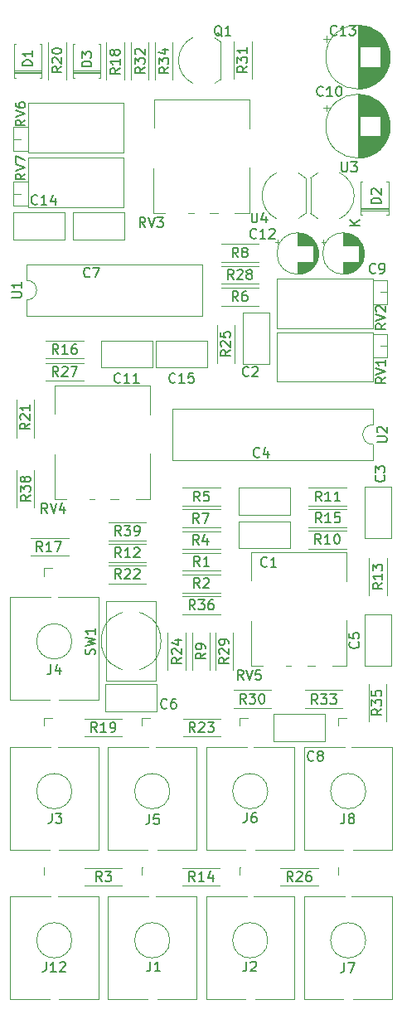
<source format=gto>
G04 #@! TF.GenerationSoftware,KiCad,Pcbnew,7.0.7-7.0.7~ubuntu23.04.1*
G04 #@! TF.CreationDate,2023-08-20T12:14:31+00:00*
G04 #@! TF.ProjectId,as3340,61733333-3430-42e6-9b69-6361645f7063,1*
G04 #@! TF.SameCoordinates,Original*
G04 #@! TF.FileFunction,Legend,Top*
G04 #@! TF.FilePolarity,Positive*
%FSLAX46Y46*%
G04 Gerber Fmt 4.6, Leading zero omitted, Abs format (unit mm)*
G04 Created by KiCad (PCBNEW 7.0.7-7.0.7~ubuntu23.04.1) date 2023-08-20 12:14:31*
%MOMM*%
%LPD*%
G01*
G04 APERTURE LIST*
%ADD10C,0.150000*%
%ADD11C,0.120000*%
%ADD12C,0.101600*%
%ADD13C,1.440000*%
%ADD14C,1.400000*%
%ADD15O,1.400000X1.400000*%
%ADD16R,2.000000X2.000000*%
%ADD17O,2.000000X2.000000*%
%ADD18R,1.500000X1.500000*%
%ADD19C,1.500000*%
%ADD20R,1.930000X1.830000*%
%ADD21C,2.130000*%
%ADD22C,1.600000*%
%ADD23O,2.000000X1.200000*%
%ADD24R,1.600000X1.600000*%
%ADD25O,1.600000X1.600000*%
%ADD26R,1.200000X1.200000*%
%ADD27C,1.200000*%
%ADD28O,2.720000X4.000000*%
%ADD29R,1.800000X1.800000*%
%ADD30C,1.800000*%
%ADD31R,1.700000X1.700000*%
%ADD32O,1.700000X1.700000*%
G04 APERTURE END LIST*
D10*
X129854819Y-122695238D02*
X129378628Y-123028571D01*
X129854819Y-123266666D02*
X128854819Y-123266666D01*
X128854819Y-123266666D02*
X128854819Y-122885714D01*
X128854819Y-122885714D02*
X128902438Y-122790476D01*
X128902438Y-122790476D02*
X128950057Y-122742857D01*
X128950057Y-122742857D02*
X129045295Y-122695238D01*
X129045295Y-122695238D02*
X129188152Y-122695238D01*
X129188152Y-122695238D02*
X129283390Y-122742857D01*
X129283390Y-122742857D02*
X129331009Y-122790476D01*
X129331009Y-122790476D02*
X129378628Y-122885714D01*
X129378628Y-122885714D02*
X129378628Y-123266666D01*
X128854819Y-122409523D02*
X129854819Y-122076190D01*
X129854819Y-122076190D02*
X128854819Y-121742857D01*
X129854819Y-120885714D02*
X129854819Y-121457142D01*
X129854819Y-121171428D02*
X128854819Y-121171428D01*
X128854819Y-121171428D02*
X128997676Y-121266666D01*
X128997676Y-121266666D02*
X129092914Y-121361904D01*
X129092914Y-121361904D02*
X129140533Y-121457142D01*
X110882133Y-144188319D02*
X110548800Y-143712128D01*
X110310705Y-144188319D02*
X110310705Y-143188319D01*
X110310705Y-143188319D02*
X110691657Y-143188319D01*
X110691657Y-143188319D02*
X110786895Y-143235938D01*
X110786895Y-143235938D02*
X110834514Y-143283557D01*
X110834514Y-143283557D02*
X110882133Y-143378795D01*
X110882133Y-143378795D02*
X110882133Y-143521652D01*
X110882133Y-143521652D02*
X110834514Y-143616890D01*
X110834514Y-143616890D02*
X110786895Y-143664509D01*
X110786895Y-143664509D02*
X110691657Y-143712128D01*
X110691657Y-143712128D02*
X110310705Y-143712128D01*
X111263086Y-143283557D02*
X111310705Y-143235938D01*
X111310705Y-143235938D02*
X111405943Y-143188319D01*
X111405943Y-143188319D02*
X111644038Y-143188319D01*
X111644038Y-143188319D02*
X111739276Y-143235938D01*
X111739276Y-143235938D02*
X111786895Y-143283557D01*
X111786895Y-143283557D02*
X111834514Y-143378795D01*
X111834514Y-143378795D02*
X111834514Y-143474033D01*
X111834514Y-143474033D02*
X111786895Y-143616890D01*
X111786895Y-143616890D02*
X111215467Y-144188319D01*
X111215467Y-144188319D02*
X111834514Y-144188319D01*
X129385219Y-104928894D02*
X128385219Y-104928894D01*
X128385219Y-104928894D02*
X128385219Y-104690799D01*
X128385219Y-104690799D02*
X128432838Y-104547942D01*
X128432838Y-104547942D02*
X128528076Y-104452704D01*
X128528076Y-104452704D02*
X128623314Y-104405085D01*
X128623314Y-104405085D02*
X128813790Y-104357466D01*
X128813790Y-104357466D02*
X128956647Y-104357466D01*
X128956647Y-104357466D02*
X129147123Y-104405085D01*
X129147123Y-104405085D02*
X129242361Y-104452704D01*
X129242361Y-104452704D02*
X129337600Y-104547942D01*
X129337600Y-104547942D02*
X129385219Y-104690799D01*
X129385219Y-104690799D02*
X129385219Y-104928894D01*
X128480457Y-103976513D02*
X128432838Y-103928894D01*
X128432838Y-103928894D02*
X128385219Y-103833656D01*
X128385219Y-103833656D02*
X128385219Y-103595561D01*
X128385219Y-103595561D02*
X128432838Y-103500323D01*
X128432838Y-103500323D02*
X128480457Y-103452704D01*
X128480457Y-103452704D02*
X128575695Y-103405085D01*
X128575695Y-103405085D02*
X128670933Y-103405085D01*
X128670933Y-103405085D02*
X128813790Y-103452704D01*
X128813790Y-103452704D02*
X129385219Y-104024132D01*
X129385219Y-104024132D02*
X129385219Y-103405085D01*
X127182019Y-107195904D02*
X126182019Y-107195904D01*
X127182019Y-106624476D02*
X126610590Y-107053047D01*
X126182019Y-106624476D02*
X126753447Y-107195904D01*
X129854819Y-117195238D02*
X129378628Y-117528571D01*
X129854819Y-117766666D02*
X128854819Y-117766666D01*
X128854819Y-117766666D02*
X128854819Y-117385714D01*
X128854819Y-117385714D02*
X128902438Y-117290476D01*
X128902438Y-117290476D02*
X128950057Y-117242857D01*
X128950057Y-117242857D02*
X129045295Y-117195238D01*
X129045295Y-117195238D02*
X129188152Y-117195238D01*
X129188152Y-117195238D02*
X129283390Y-117242857D01*
X129283390Y-117242857D02*
X129331009Y-117290476D01*
X129331009Y-117290476D02*
X129378628Y-117385714D01*
X129378628Y-117385714D02*
X129378628Y-117766666D01*
X128854819Y-116909523D02*
X129854819Y-116576190D01*
X129854819Y-116576190D02*
X128854819Y-116242857D01*
X128950057Y-115957142D02*
X128902438Y-115909523D01*
X128902438Y-115909523D02*
X128854819Y-115814285D01*
X128854819Y-115814285D02*
X128854819Y-115576190D01*
X128854819Y-115576190D02*
X128902438Y-115480952D01*
X128902438Y-115480952D02*
X128950057Y-115433333D01*
X128950057Y-115433333D02*
X129045295Y-115385714D01*
X129045295Y-115385714D02*
X129140533Y-115385714D01*
X129140533Y-115385714D02*
X129283390Y-115433333D01*
X129283390Y-115433333D02*
X129854819Y-116004761D01*
X129854819Y-116004761D02*
X129854819Y-115385714D01*
X114793733Y-110436819D02*
X114460400Y-109960628D01*
X114222305Y-110436819D02*
X114222305Y-109436819D01*
X114222305Y-109436819D02*
X114603257Y-109436819D01*
X114603257Y-109436819D02*
X114698495Y-109484438D01*
X114698495Y-109484438D02*
X114746114Y-109532057D01*
X114746114Y-109532057D02*
X114793733Y-109627295D01*
X114793733Y-109627295D02*
X114793733Y-109770152D01*
X114793733Y-109770152D02*
X114746114Y-109865390D01*
X114746114Y-109865390D02*
X114698495Y-109913009D01*
X114698495Y-109913009D02*
X114603257Y-109960628D01*
X114603257Y-109960628D02*
X114222305Y-109960628D01*
X115365162Y-109865390D02*
X115269924Y-109817771D01*
X115269924Y-109817771D02*
X115222305Y-109770152D01*
X115222305Y-109770152D02*
X115174686Y-109674914D01*
X115174686Y-109674914D02*
X115174686Y-109627295D01*
X115174686Y-109627295D02*
X115222305Y-109532057D01*
X115222305Y-109532057D02*
X115269924Y-109484438D01*
X115269924Y-109484438D02*
X115365162Y-109436819D01*
X115365162Y-109436819D02*
X115555638Y-109436819D01*
X115555638Y-109436819D02*
X115650876Y-109484438D01*
X115650876Y-109484438D02*
X115698495Y-109532057D01*
X115698495Y-109532057D02*
X115746114Y-109627295D01*
X115746114Y-109627295D02*
X115746114Y-109674914D01*
X115746114Y-109674914D02*
X115698495Y-109770152D01*
X115698495Y-109770152D02*
X115650876Y-109817771D01*
X115650876Y-109817771D02*
X115555638Y-109865390D01*
X115555638Y-109865390D02*
X115365162Y-109865390D01*
X115365162Y-109865390D02*
X115269924Y-109913009D01*
X115269924Y-109913009D02*
X115222305Y-109960628D01*
X115222305Y-109960628D02*
X115174686Y-110055866D01*
X115174686Y-110055866D02*
X115174686Y-110246342D01*
X115174686Y-110246342D02*
X115222305Y-110341580D01*
X115222305Y-110341580D02*
X115269924Y-110389200D01*
X115269924Y-110389200D02*
X115365162Y-110436819D01*
X115365162Y-110436819D02*
X115555638Y-110436819D01*
X115555638Y-110436819D02*
X115650876Y-110389200D01*
X115650876Y-110389200D02*
X115698495Y-110341580D01*
X115698495Y-110341580D02*
X115746114Y-110246342D01*
X115746114Y-110246342D02*
X115746114Y-110055866D01*
X115746114Y-110055866D02*
X115698495Y-109960628D01*
X115698495Y-109960628D02*
X115650876Y-109913009D01*
X115650876Y-109913009D02*
X115555638Y-109865390D01*
X113137961Y-87875257D02*
X113042723Y-87827638D01*
X113042723Y-87827638D02*
X112947485Y-87732400D01*
X112947485Y-87732400D02*
X112804628Y-87589542D01*
X112804628Y-87589542D02*
X112709390Y-87541923D01*
X112709390Y-87541923D02*
X112614152Y-87541923D01*
X112661771Y-87780019D02*
X112566533Y-87732400D01*
X112566533Y-87732400D02*
X112471295Y-87637161D01*
X112471295Y-87637161D02*
X112423676Y-87446685D01*
X112423676Y-87446685D02*
X112423676Y-87113352D01*
X112423676Y-87113352D02*
X112471295Y-86922876D01*
X112471295Y-86922876D02*
X112566533Y-86827638D01*
X112566533Y-86827638D02*
X112661771Y-86780019D01*
X112661771Y-86780019D02*
X112852247Y-86780019D01*
X112852247Y-86780019D02*
X112947485Y-86827638D01*
X112947485Y-86827638D02*
X113042723Y-86922876D01*
X113042723Y-86922876D02*
X113090342Y-87113352D01*
X113090342Y-87113352D02*
X113090342Y-87446685D01*
X113090342Y-87446685D02*
X113042723Y-87637161D01*
X113042723Y-87637161D02*
X112947485Y-87732400D01*
X112947485Y-87732400D02*
X112852247Y-87780019D01*
X112852247Y-87780019D02*
X112661771Y-87780019D01*
X114042723Y-87780019D02*
X113471295Y-87780019D01*
X113757009Y-87780019D02*
X113757009Y-86780019D01*
X113757009Y-86780019D02*
X113661771Y-86922876D01*
X113661771Y-86922876D02*
X113566533Y-87018114D01*
X113566533Y-87018114D02*
X113471295Y-87065733D01*
X100372942Y-158900019D02*
X100039609Y-158423828D01*
X99801514Y-158900019D02*
X99801514Y-157900019D01*
X99801514Y-157900019D02*
X100182466Y-157900019D01*
X100182466Y-157900019D02*
X100277704Y-157947638D01*
X100277704Y-157947638D02*
X100325323Y-157995257D01*
X100325323Y-157995257D02*
X100372942Y-158090495D01*
X100372942Y-158090495D02*
X100372942Y-158233352D01*
X100372942Y-158233352D02*
X100325323Y-158328590D01*
X100325323Y-158328590D02*
X100277704Y-158376209D01*
X100277704Y-158376209D02*
X100182466Y-158423828D01*
X100182466Y-158423828D02*
X99801514Y-158423828D01*
X101325323Y-158900019D02*
X100753895Y-158900019D01*
X101039609Y-158900019D02*
X101039609Y-157900019D01*
X101039609Y-157900019D02*
X100944371Y-158042876D01*
X100944371Y-158042876D02*
X100849133Y-158138114D01*
X100849133Y-158138114D02*
X100753895Y-158185733D01*
X101801514Y-158900019D02*
X101991990Y-158900019D01*
X101991990Y-158900019D02*
X102087228Y-158852400D01*
X102087228Y-158852400D02*
X102134847Y-158804780D01*
X102134847Y-158804780D02*
X102230085Y-158661923D01*
X102230085Y-158661923D02*
X102277704Y-158471447D01*
X102277704Y-158471447D02*
X102277704Y-158090495D01*
X102277704Y-158090495D02*
X102230085Y-157995257D01*
X102230085Y-157995257D02*
X102182466Y-157947638D01*
X102182466Y-157947638D02*
X102087228Y-157900019D01*
X102087228Y-157900019D02*
X101896752Y-157900019D01*
X101896752Y-157900019D02*
X101801514Y-157947638D01*
X101801514Y-157947638D02*
X101753895Y-157995257D01*
X101753895Y-157995257D02*
X101706276Y-158090495D01*
X101706276Y-158090495D02*
X101706276Y-158328590D01*
X101706276Y-158328590D02*
X101753895Y-158423828D01*
X101753895Y-158423828D02*
X101801514Y-158471447D01*
X101801514Y-158471447D02*
X101896752Y-158519066D01*
X101896752Y-158519066D02*
X102087228Y-158519066D01*
X102087228Y-158519066D02*
X102182466Y-158471447D01*
X102182466Y-158471447D02*
X102230085Y-158423828D01*
X102230085Y-158423828D02*
X102277704Y-158328590D01*
X105737066Y-167298019D02*
X105737066Y-168012304D01*
X105737066Y-168012304D02*
X105689447Y-168155161D01*
X105689447Y-168155161D02*
X105594209Y-168250400D01*
X105594209Y-168250400D02*
X105451352Y-168298019D01*
X105451352Y-168298019D02*
X105356114Y-168298019D01*
X106689447Y-167298019D02*
X106213257Y-167298019D01*
X106213257Y-167298019D02*
X106165638Y-167774209D01*
X106165638Y-167774209D02*
X106213257Y-167726590D01*
X106213257Y-167726590D02*
X106308495Y-167678971D01*
X106308495Y-167678971D02*
X106546590Y-167678971D01*
X106546590Y-167678971D02*
X106641828Y-167726590D01*
X106641828Y-167726590D02*
X106689447Y-167774209D01*
X106689447Y-167774209D02*
X106737066Y-167869447D01*
X106737066Y-167869447D02*
X106737066Y-168107542D01*
X106737066Y-168107542D02*
X106689447Y-168202780D01*
X106689447Y-168202780D02*
X106641828Y-168250400D01*
X106641828Y-168250400D02*
X106546590Y-168298019D01*
X106546590Y-168298019D02*
X106308495Y-168298019D01*
X106308495Y-168298019D02*
X106213257Y-168250400D01*
X106213257Y-168250400D02*
X106165638Y-168202780D01*
X100874533Y-174140019D02*
X100541200Y-173663828D01*
X100303105Y-174140019D02*
X100303105Y-173140019D01*
X100303105Y-173140019D02*
X100684057Y-173140019D01*
X100684057Y-173140019D02*
X100779295Y-173187638D01*
X100779295Y-173187638D02*
X100826914Y-173235257D01*
X100826914Y-173235257D02*
X100874533Y-173330495D01*
X100874533Y-173330495D02*
X100874533Y-173473352D01*
X100874533Y-173473352D02*
X100826914Y-173568590D01*
X100826914Y-173568590D02*
X100779295Y-173616209D01*
X100779295Y-173616209D02*
X100684057Y-173663828D01*
X100684057Y-173663828D02*
X100303105Y-173663828D01*
X101207867Y-173140019D02*
X101826914Y-173140019D01*
X101826914Y-173140019D02*
X101493581Y-173520971D01*
X101493581Y-173520971D02*
X101636438Y-173520971D01*
X101636438Y-173520971D02*
X101731676Y-173568590D01*
X101731676Y-173568590D02*
X101779295Y-173616209D01*
X101779295Y-173616209D02*
X101826914Y-173711447D01*
X101826914Y-173711447D02*
X101826914Y-173949542D01*
X101826914Y-173949542D02*
X101779295Y-174044780D01*
X101779295Y-174044780D02*
X101731676Y-174092400D01*
X101731676Y-174092400D02*
X101636438Y-174140019D01*
X101636438Y-174140019D02*
X101350724Y-174140019D01*
X101350724Y-174140019D02*
X101255486Y-174092400D01*
X101255486Y-174092400D02*
X101207867Y-174044780D01*
X107529333Y-156417180D02*
X107481714Y-156464800D01*
X107481714Y-156464800D02*
X107338857Y-156512419D01*
X107338857Y-156512419D02*
X107243619Y-156512419D01*
X107243619Y-156512419D02*
X107100762Y-156464800D01*
X107100762Y-156464800D02*
X107005524Y-156369561D01*
X107005524Y-156369561D02*
X106957905Y-156274323D01*
X106957905Y-156274323D02*
X106910286Y-156083847D01*
X106910286Y-156083847D02*
X106910286Y-155940990D01*
X106910286Y-155940990D02*
X106957905Y-155750514D01*
X106957905Y-155750514D02*
X107005524Y-155655276D01*
X107005524Y-155655276D02*
X107100762Y-155560038D01*
X107100762Y-155560038D02*
X107243619Y-155512419D01*
X107243619Y-155512419D02*
X107338857Y-155512419D01*
X107338857Y-155512419D02*
X107481714Y-155560038D01*
X107481714Y-155560038D02*
X107529333Y-155607657D01*
X108386476Y-155512419D02*
X108196000Y-155512419D01*
X108196000Y-155512419D02*
X108100762Y-155560038D01*
X108100762Y-155560038D02*
X108053143Y-155607657D01*
X108053143Y-155607657D02*
X107957905Y-155750514D01*
X107957905Y-155750514D02*
X107910286Y-155940990D01*
X107910286Y-155940990D02*
X107910286Y-156321942D01*
X107910286Y-156321942D02*
X107957905Y-156417180D01*
X107957905Y-156417180D02*
X108005524Y-156464800D01*
X108005524Y-156464800D02*
X108100762Y-156512419D01*
X108100762Y-156512419D02*
X108291238Y-156512419D01*
X108291238Y-156512419D02*
X108386476Y-156464800D01*
X108386476Y-156464800D02*
X108434095Y-156417180D01*
X108434095Y-156417180D02*
X108481714Y-156321942D01*
X108481714Y-156321942D02*
X108481714Y-156083847D01*
X108481714Y-156083847D02*
X108434095Y-155988609D01*
X108434095Y-155988609D02*
X108386476Y-155940990D01*
X108386476Y-155940990D02*
X108291238Y-155893371D01*
X108291238Y-155893371D02*
X108100762Y-155893371D01*
X108100762Y-155893371D02*
X108005524Y-155940990D01*
X108005524Y-155940990D02*
X107957905Y-155988609D01*
X107957905Y-155988609D02*
X107910286Y-156083847D01*
X110405942Y-146403219D02*
X110072609Y-145927028D01*
X109834514Y-146403219D02*
X109834514Y-145403219D01*
X109834514Y-145403219D02*
X110215466Y-145403219D01*
X110215466Y-145403219D02*
X110310704Y-145450838D01*
X110310704Y-145450838D02*
X110358323Y-145498457D01*
X110358323Y-145498457D02*
X110405942Y-145593695D01*
X110405942Y-145593695D02*
X110405942Y-145736552D01*
X110405942Y-145736552D02*
X110358323Y-145831790D01*
X110358323Y-145831790D02*
X110310704Y-145879409D01*
X110310704Y-145879409D02*
X110215466Y-145927028D01*
X110215466Y-145927028D02*
X109834514Y-145927028D01*
X110739276Y-145403219D02*
X111358323Y-145403219D01*
X111358323Y-145403219D02*
X111024990Y-145784171D01*
X111024990Y-145784171D02*
X111167847Y-145784171D01*
X111167847Y-145784171D02*
X111263085Y-145831790D01*
X111263085Y-145831790D02*
X111310704Y-145879409D01*
X111310704Y-145879409D02*
X111358323Y-145974647D01*
X111358323Y-145974647D02*
X111358323Y-146212742D01*
X111358323Y-146212742D02*
X111310704Y-146307980D01*
X111310704Y-146307980D02*
X111263085Y-146355600D01*
X111263085Y-146355600D02*
X111167847Y-146403219D01*
X111167847Y-146403219D02*
X110882133Y-146403219D01*
X110882133Y-146403219D02*
X110786895Y-146355600D01*
X110786895Y-146355600D02*
X110739276Y-146307980D01*
X112215466Y-145403219D02*
X112024990Y-145403219D01*
X112024990Y-145403219D02*
X111929752Y-145450838D01*
X111929752Y-145450838D02*
X111882133Y-145498457D01*
X111882133Y-145498457D02*
X111786895Y-145641314D01*
X111786895Y-145641314D02*
X111739276Y-145831790D01*
X111739276Y-145831790D02*
X111739276Y-146212742D01*
X111739276Y-146212742D02*
X111786895Y-146307980D01*
X111786895Y-146307980D02*
X111834514Y-146355600D01*
X111834514Y-146355600D02*
X111929752Y-146403219D01*
X111929752Y-146403219D02*
X112120228Y-146403219D01*
X112120228Y-146403219D02*
X112215466Y-146355600D01*
X112215466Y-146355600D02*
X112263085Y-146307980D01*
X112263085Y-146307980D02*
X112310704Y-146212742D01*
X112310704Y-146212742D02*
X112310704Y-145974647D01*
X112310704Y-145974647D02*
X112263085Y-145879409D01*
X112263085Y-145879409D02*
X112215466Y-145831790D01*
X112215466Y-145831790D02*
X112120228Y-145784171D01*
X112120228Y-145784171D02*
X111929752Y-145784171D01*
X111929752Y-145784171D02*
X111834514Y-145831790D01*
X111834514Y-145831790D02*
X111786895Y-145879409D01*
X111786895Y-145879409D02*
X111739276Y-145974647D01*
X115720019Y-90914457D02*
X115243828Y-91247790D01*
X115720019Y-91485885D02*
X114720019Y-91485885D01*
X114720019Y-91485885D02*
X114720019Y-91104933D01*
X114720019Y-91104933D02*
X114767638Y-91009695D01*
X114767638Y-91009695D02*
X114815257Y-90962076D01*
X114815257Y-90962076D02*
X114910495Y-90914457D01*
X114910495Y-90914457D02*
X115053352Y-90914457D01*
X115053352Y-90914457D02*
X115148590Y-90962076D01*
X115148590Y-90962076D02*
X115196209Y-91009695D01*
X115196209Y-91009695D02*
X115243828Y-91104933D01*
X115243828Y-91104933D02*
X115243828Y-91485885D01*
X114720019Y-90581123D02*
X114720019Y-89962076D01*
X114720019Y-89962076D02*
X115100971Y-90295409D01*
X115100971Y-90295409D02*
X115100971Y-90152552D01*
X115100971Y-90152552D02*
X115148590Y-90057314D01*
X115148590Y-90057314D02*
X115196209Y-90009695D01*
X115196209Y-90009695D02*
X115291447Y-89962076D01*
X115291447Y-89962076D02*
X115529542Y-89962076D01*
X115529542Y-89962076D02*
X115624780Y-90009695D01*
X115624780Y-90009695D02*
X115672400Y-90057314D01*
X115672400Y-90057314D02*
X115720019Y-90152552D01*
X115720019Y-90152552D02*
X115720019Y-90438266D01*
X115720019Y-90438266D02*
X115672400Y-90533504D01*
X115672400Y-90533504D02*
X115624780Y-90581123D01*
X115720019Y-89009695D02*
X115720019Y-89581123D01*
X115720019Y-89295409D02*
X114720019Y-89295409D01*
X114720019Y-89295409D02*
X114862876Y-89390647D01*
X114862876Y-89390647D02*
X114958114Y-89485885D01*
X114958114Y-89485885D02*
X115005733Y-89581123D01*
X114793733Y-114907219D02*
X114460400Y-114431028D01*
X114222305Y-114907219D02*
X114222305Y-113907219D01*
X114222305Y-113907219D02*
X114603257Y-113907219D01*
X114603257Y-113907219D02*
X114698495Y-113954838D01*
X114698495Y-113954838D02*
X114746114Y-114002457D01*
X114746114Y-114002457D02*
X114793733Y-114097695D01*
X114793733Y-114097695D02*
X114793733Y-114240552D01*
X114793733Y-114240552D02*
X114746114Y-114335790D01*
X114746114Y-114335790D02*
X114698495Y-114383409D01*
X114698495Y-114383409D02*
X114603257Y-114431028D01*
X114603257Y-114431028D02*
X114222305Y-114431028D01*
X115650876Y-113907219D02*
X115460400Y-113907219D01*
X115460400Y-113907219D02*
X115365162Y-113954838D01*
X115365162Y-113954838D02*
X115317543Y-114002457D01*
X115317543Y-114002457D02*
X115222305Y-114145314D01*
X115222305Y-114145314D02*
X115174686Y-114335790D01*
X115174686Y-114335790D02*
X115174686Y-114716742D01*
X115174686Y-114716742D02*
X115222305Y-114811980D01*
X115222305Y-114811980D02*
X115269924Y-114859600D01*
X115269924Y-114859600D02*
X115365162Y-114907219D01*
X115365162Y-114907219D02*
X115555638Y-114907219D01*
X115555638Y-114907219D02*
X115650876Y-114859600D01*
X115650876Y-114859600D02*
X115698495Y-114811980D01*
X115698495Y-114811980D02*
X115746114Y-114716742D01*
X115746114Y-114716742D02*
X115746114Y-114478647D01*
X115746114Y-114478647D02*
X115698495Y-114383409D01*
X115698495Y-114383409D02*
X115650876Y-114335790D01*
X115650876Y-114335790D02*
X115555638Y-114288171D01*
X115555638Y-114288171D02*
X115365162Y-114288171D01*
X115365162Y-114288171D02*
X115269924Y-114335790D01*
X115269924Y-114335790D02*
X115222305Y-114383409D01*
X115222305Y-114383409D02*
X115174686Y-114478647D01*
X100127600Y-150990132D02*
X100175219Y-150847275D01*
X100175219Y-150847275D02*
X100175219Y-150609180D01*
X100175219Y-150609180D02*
X100127600Y-150513942D01*
X100127600Y-150513942D02*
X100079980Y-150466323D01*
X100079980Y-150466323D02*
X99984742Y-150418704D01*
X99984742Y-150418704D02*
X99889504Y-150418704D01*
X99889504Y-150418704D02*
X99794266Y-150466323D01*
X99794266Y-150466323D02*
X99746647Y-150513942D01*
X99746647Y-150513942D02*
X99699028Y-150609180D01*
X99699028Y-150609180D02*
X99651409Y-150799656D01*
X99651409Y-150799656D02*
X99603790Y-150894894D01*
X99603790Y-150894894D02*
X99556171Y-150942513D01*
X99556171Y-150942513D02*
X99460933Y-150990132D01*
X99460933Y-150990132D02*
X99365695Y-150990132D01*
X99365695Y-150990132D02*
X99270457Y-150942513D01*
X99270457Y-150942513D02*
X99222838Y-150894894D01*
X99222838Y-150894894D02*
X99175219Y-150799656D01*
X99175219Y-150799656D02*
X99175219Y-150561561D01*
X99175219Y-150561561D02*
X99222838Y-150418704D01*
X99175219Y-150085370D02*
X100175219Y-149847275D01*
X100175219Y-149847275D02*
X99460933Y-149656799D01*
X99460933Y-149656799D02*
X100175219Y-149466323D01*
X100175219Y-149466323D02*
X99175219Y-149228228D01*
X100175219Y-148323466D02*
X100175219Y-148894894D01*
X100175219Y-148609180D02*
X99175219Y-148609180D01*
X99175219Y-148609180D02*
X99318076Y-148704418D01*
X99318076Y-148704418D02*
X99413314Y-148799656D01*
X99413314Y-148799656D02*
X99460933Y-148894894D01*
X109014419Y-151315657D02*
X108538228Y-151648990D01*
X109014419Y-151887085D02*
X108014419Y-151887085D01*
X108014419Y-151887085D02*
X108014419Y-151506133D01*
X108014419Y-151506133D02*
X108062038Y-151410895D01*
X108062038Y-151410895D02*
X108109657Y-151363276D01*
X108109657Y-151363276D02*
X108204895Y-151315657D01*
X108204895Y-151315657D02*
X108347752Y-151315657D01*
X108347752Y-151315657D02*
X108442990Y-151363276D01*
X108442990Y-151363276D02*
X108490609Y-151410895D01*
X108490609Y-151410895D02*
X108538228Y-151506133D01*
X108538228Y-151506133D02*
X108538228Y-151887085D01*
X108109657Y-150934704D02*
X108062038Y-150887085D01*
X108062038Y-150887085D02*
X108014419Y-150791847D01*
X108014419Y-150791847D02*
X108014419Y-150553752D01*
X108014419Y-150553752D02*
X108062038Y-150458514D01*
X108062038Y-150458514D02*
X108109657Y-150410895D01*
X108109657Y-150410895D02*
X108204895Y-150363276D01*
X108204895Y-150363276D02*
X108300133Y-150363276D01*
X108300133Y-150363276D02*
X108442990Y-150410895D01*
X108442990Y-150410895D02*
X109014419Y-150982323D01*
X109014419Y-150982323D02*
X109014419Y-150363276D01*
X108347752Y-149506133D02*
X109014419Y-149506133D01*
X107966800Y-149744228D02*
X108681085Y-149982323D01*
X108681085Y-149982323D02*
X108681085Y-149363276D01*
X116978133Y-130763180D02*
X116930514Y-130810800D01*
X116930514Y-130810800D02*
X116787657Y-130858419D01*
X116787657Y-130858419D02*
X116692419Y-130858419D01*
X116692419Y-130858419D02*
X116549562Y-130810800D01*
X116549562Y-130810800D02*
X116454324Y-130715561D01*
X116454324Y-130715561D02*
X116406705Y-130620323D01*
X116406705Y-130620323D02*
X116359086Y-130429847D01*
X116359086Y-130429847D02*
X116359086Y-130286990D01*
X116359086Y-130286990D02*
X116406705Y-130096514D01*
X116406705Y-130096514D02*
X116454324Y-130001276D01*
X116454324Y-130001276D02*
X116549562Y-129906038D01*
X116549562Y-129906038D02*
X116692419Y-129858419D01*
X116692419Y-129858419D02*
X116787657Y-129858419D01*
X116787657Y-129858419D02*
X116930514Y-129906038D01*
X116930514Y-129906038D02*
X116978133Y-129953657D01*
X117835276Y-130191752D02*
X117835276Y-130858419D01*
X117597181Y-129810800D02*
X117359086Y-130525085D01*
X117359086Y-130525085D02*
X117978133Y-130525085D01*
X105838666Y-182334819D02*
X105838666Y-183049104D01*
X105838666Y-183049104D02*
X105791047Y-183191961D01*
X105791047Y-183191961D02*
X105695809Y-183287200D01*
X105695809Y-183287200D02*
X105552952Y-183334819D01*
X105552952Y-183334819D02*
X105457714Y-183334819D01*
X106838666Y-183334819D02*
X106267238Y-183334819D01*
X106552952Y-183334819D02*
X106552952Y-182334819D01*
X106552952Y-182334819D02*
X106457714Y-182477676D01*
X106457714Y-182477676D02*
X106362476Y-182572914D01*
X106362476Y-182572914D02*
X106267238Y-182620533D01*
X115643066Y-182334819D02*
X115643066Y-183049104D01*
X115643066Y-183049104D02*
X115595447Y-183191961D01*
X115595447Y-183191961D02*
X115500209Y-183287200D01*
X115500209Y-183287200D02*
X115357352Y-183334819D01*
X115357352Y-183334819D02*
X115262114Y-183334819D01*
X116071638Y-182430057D02*
X116119257Y-182382438D01*
X116119257Y-182382438D02*
X116214495Y-182334819D01*
X116214495Y-182334819D02*
X116452590Y-182334819D01*
X116452590Y-182334819D02*
X116547828Y-182382438D01*
X116547828Y-182382438D02*
X116595447Y-182430057D01*
X116595447Y-182430057D02*
X116643066Y-182525295D01*
X116643066Y-182525295D02*
X116643066Y-182620533D01*
X116643066Y-182620533D02*
X116595447Y-182763390D01*
X116595447Y-182763390D02*
X116024019Y-183334819D01*
X116024019Y-183334819D02*
X116643066Y-183334819D01*
X91663619Y-114543904D02*
X92473142Y-114543904D01*
X92473142Y-114543904D02*
X92568380Y-114496285D01*
X92568380Y-114496285D02*
X92616000Y-114448666D01*
X92616000Y-114448666D02*
X92663619Y-114353428D01*
X92663619Y-114353428D02*
X92663619Y-114162952D01*
X92663619Y-114162952D02*
X92616000Y-114067714D01*
X92616000Y-114067714D02*
X92568380Y-114020095D01*
X92568380Y-114020095D02*
X92473142Y-113972476D01*
X92473142Y-113972476D02*
X91663619Y-113972476D01*
X92663619Y-112972476D02*
X92663619Y-113543904D01*
X92663619Y-113258190D02*
X91663619Y-113258190D01*
X91663619Y-113258190D02*
X91806476Y-113353428D01*
X91806476Y-113353428D02*
X91901714Y-113448666D01*
X91901714Y-113448666D02*
X91949333Y-113543904D01*
X94302342Y-104959580D02*
X94254723Y-105007200D01*
X94254723Y-105007200D02*
X94111866Y-105054819D01*
X94111866Y-105054819D02*
X94016628Y-105054819D01*
X94016628Y-105054819D02*
X93873771Y-105007200D01*
X93873771Y-105007200D02*
X93778533Y-104911961D01*
X93778533Y-104911961D02*
X93730914Y-104816723D01*
X93730914Y-104816723D02*
X93683295Y-104626247D01*
X93683295Y-104626247D02*
X93683295Y-104483390D01*
X93683295Y-104483390D02*
X93730914Y-104292914D01*
X93730914Y-104292914D02*
X93778533Y-104197676D01*
X93778533Y-104197676D02*
X93873771Y-104102438D01*
X93873771Y-104102438D02*
X94016628Y-104054819D01*
X94016628Y-104054819D02*
X94111866Y-104054819D01*
X94111866Y-104054819D02*
X94254723Y-104102438D01*
X94254723Y-104102438D02*
X94302342Y-104150057D01*
X95254723Y-105054819D02*
X94683295Y-105054819D01*
X94969009Y-105054819D02*
X94969009Y-104054819D01*
X94969009Y-104054819D02*
X94873771Y-104197676D01*
X94873771Y-104197676D02*
X94778533Y-104292914D01*
X94778533Y-104292914D02*
X94683295Y-104340533D01*
X96111866Y-104388152D02*
X96111866Y-105054819D01*
X95873771Y-104007200D02*
X95635676Y-104721485D01*
X95635676Y-104721485D02*
X96254723Y-104721485D01*
X110882133Y-135328819D02*
X110548800Y-134852628D01*
X110310705Y-135328819D02*
X110310705Y-134328819D01*
X110310705Y-134328819D02*
X110691657Y-134328819D01*
X110691657Y-134328819D02*
X110786895Y-134376438D01*
X110786895Y-134376438D02*
X110834514Y-134424057D01*
X110834514Y-134424057D02*
X110882133Y-134519295D01*
X110882133Y-134519295D02*
X110882133Y-134662152D01*
X110882133Y-134662152D02*
X110834514Y-134757390D01*
X110834514Y-134757390D02*
X110786895Y-134805009D01*
X110786895Y-134805009D02*
X110691657Y-134852628D01*
X110691657Y-134852628D02*
X110310705Y-134852628D01*
X111786895Y-134328819D02*
X111310705Y-134328819D01*
X111310705Y-134328819D02*
X111263086Y-134805009D01*
X111263086Y-134805009D02*
X111310705Y-134757390D01*
X111310705Y-134757390D02*
X111405943Y-134709771D01*
X111405943Y-134709771D02*
X111644038Y-134709771D01*
X111644038Y-134709771D02*
X111739276Y-134757390D01*
X111739276Y-134757390D02*
X111786895Y-134805009D01*
X111786895Y-134805009D02*
X111834514Y-134900247D01*
X111834514Y-134900247D02*
X111834514Y-135138342D01*
X111834514Y-135138342D02*
X111786895Y-135233580D01*
X111786895Y-135233580D02*
X111739276Y-135281200D01*
X111739276Y-135281200D02*
X111644038Y-135328819D01*
X111644038Y-135328819D02*
X111405943Y-135328819D01*
X111405943Y-135328819D02*
X111310705Y-135281200D01*
X111310705Y-135281200D02*
X111263086Y-135233580D01*
X122913542Y-156055219D02*
X122580209Y-155579028D01*
X122342114Y-156055219D02*
X122342114Y-155055219D01*
X122342114Y-155055219D02*
X122723066Y-155055219D01*
X122723066Y-155055219D02*
X122818304Y-155102838D01*
X122818304Y-155102838D02*
X122865923Y-155150457D01*
X122865923Y-155150457D02*
X122913542Y-155245695D01*
X122913542Y-155245695D02*
X122913542Y-155388552D01*
X122913542Y-155388552D02*
X122865923Y-155483790D01*
X122865923Y-155483790D02*
X122818304Y-155531409D01*
X122818304Y-155531409D02*
X122723066Y-155579028D01*
X122723066Y-155579028D02*
X122342114Y-155579028D01*
X123246876Y-155055219D02*
X123865923Y-155055219D01*
X123865923Y-155055219D02*
X123532590Y-155436171D01*
X123532590Y-155436171D02*
X123675447Y-155436171D01*
X123675447Y-155436171D02*
X123770685Y-155483790D01*
X123770685Y-155483790D02*
X123818304Y-155531409D01*
X123818304Y-155531409D02*
X123865923Y-155626647D01*
X123865923Y-155626647D02*
X123865923Y-155864742D01*
X123865923Y-155864742D02*
X123818304Y-155959980D01*
X123818304Y-155959980D02*
X123770685Y-156007600D01*
X123770685Y-156007600D02*
X123675447Y-156055219D01*
X123675447Y-156055219D02*
X123389733Y-156055219D01*
X123389733Y-156055219D02*
X123294495Y-156007600D01*
X123294495Y-156007600D02*
X123246876Y-155959980D01*
X124199257Y-155055219D02*
X124818304Y-155055219D01*
X124818304Y-155055219D02*
X124484971Y-155436171D01*
X124484971Y-155436171D02*
X124627828Y-155436171D01*
X124627828Y-155436171D02*
X124723066Y-155483790D01*
X124723066Y-155483790D02*
X124770685Y-155531409D01*
X124770685Y-155531409D02*
X124818304Y-155626647D01*
X124818304Y-155626647D02*
X124818304Y-155864742D01*
X124818304Y-155864742D02*
X124770685Y-155959980D01*
X124770685Y-155959980D02*
X124723066Y-156007600D01*
X124723066Y-156007600D02*
X124627828Y-156055219D01*
X124627828Y-156055219D02*
X124342114Y-156055219D01*
X124342114Y-156055219D02*
X124246876Y-156007600D01*
X124246876Y-156007600D02*
X124199257Y-155959980D01*
X102836742Y-143253619D02*
X102503409Y-142777428D01*
X102265314Y-143253619D02*
X102265314Y-142253619D01*
X102265314Y-142253619D02*
X102646266Y-142253619D01*
X102646266Y-142253619D02*
X102741504Y-142301238D01*
X102741504Y-142301238D02*
X102789123Y-142348857D01*
X102789123Y-142348857D02*
X102836742Y-142444095D01*
X102836742Y-142444095D02*
X102836742Y-142586952D01*
X102836742Y-142586952D02*
X102789123Y-142682190D01*
X102789123Y-142682190D02*
X102741504Y-142729809D01*
X102741504Y-142729809D02*
X102646266Y-142777428D01*
X102646266Y-142777428D02*
X102265314Y-142777428D01*
X103217695Y-142348857D02*
X103265314Y-142301238D01*
X103265314Y-142301238D02*
X103360552Y-142253619D01*
X103360552Y-142253619D02*
X103598647Y-142253619D01*
X103598647Y-142253619D02*
X103693885Y-142301238D01*
X103693885Y-142301238D02*
X103741504Y-142348857D01*
X103741504Y-142348857D02*
X103789123Y-142444095D01*
X103789123Y-142444095D02*
X103789123Y-142539333D01*
X103789123Y-142539333D02*
X103741504Y-142682190D01*
X103741504Y-142682190D02*
X103170076Y-143253619D01*
X103170076Y-143253619D02*
X103789123Y-143253619D01*
X104170076Y-142348857D02*
X104217695Y-142301238D01*
X104217695Y-142301238D02*
X104312933Y-142253619D01*
X104312933Y-142253619D02*
X104551028Y-142253619D01*
X104551028Y-142253619D02*
X104646266Y-142301238D01*
X104646266Y-142301238D02*
X104693885Y-142348857D01*
X104693885Y-142348857D02*
X104741504Y-142444095D01*
X104741504Y-142444095D02*
X104741504Y-142539333D01*
X104741504Y-142539333D02*
X104693885Y-142682190D01*
X104693885Y-142682190D02*
X104122457Y-143253619D01*
X104122457Y-143253619D02*
X104741504Y-143253619D01*
X113840419Y-151315657D02*
X113364228Y-151648990D01*
X113840419Y-151887085D02*
X112840419Y-151887085D01*
X112840419Y-151887085D02*
X112840419Y-151506133D01*
X112840419Y-151506133D02*
X112888038Y-151410895D01*
X112888038Y-151410895D02*
X112935657Y-151363276D01*
X112935657Y-151363276D02*
X113030895Y-151315657D01*
X113030895Y-151315657D02*
X113173752Y-151315657D01*
X113173752Y-151315657D02*
X113268990Y-151363276D01*
X113268990Y-151363276D02*
X113316609Y-151410895D01*
X113316609Y-151410895D02*
X113364228Y-151506133D01*
X113364228Y-151506133D02*
X113364228Y-151887085D01*
X112935657Y-150934704D02*
X112888038Y-150887085D01*
X112888038Y-150887085D02*
X112840419Y-150791847D01*
X112840419Y-150791847D02*
X112840419Y-150553752D01*
X112840419Y-150553752D02*
X112888038Y-150458514D01*
X112888038Y-150458514D02*
X112935657Y-150410895D01*
X112935657Y-150410895D02*
X113030895Y-150363276D01*
X113030895Y-150363276D02*
X113126133Y-150363276D01*
X113126133Y-150363276D02*
X113268990Y-150410895D01*
X113268990Y-150410895D02*
X113840419Y-150982323D01*
X113840419Y-150982323D02*
X113840419Y-150363276D01*
X113840419Y-149887085D02*
X113840419Y-149696609D01*
X113840419Y-149696609D02*
X113792800Y-149601371D01*
X113792800Y-149601371D02*
X113745180Y-149553752D01*
X113745180Y-149553752D02*
X113602323Y-149458514D01*
X113602323Y-149458514D02*
X113411847Y-149410895D01*
X113411847Y-149410895D02*
X113030895Y-149410895D01*
X113030895Y-149410895D02*
X112935657Y-149458514D01*
X112935657Y-149458514D02*
X112888038Y-149506133D01*
X112888038Y-149506133D02*
X112840419Y-149601371D01*
X112840419Y-149601371D02*
X112840419Y-149791847D01*
X112840419Y-149791847D02*
X112888038Y-149887085D01*
X112888038Y-149887085D02*
X112935657Y-149934704D01*
X112935657Y-149934704D02*
X113030895Y-149982323D01*
X113030895Y-149982323D02*
X113268990Y-149982323D01*
X113268990Y-149982323D02*
X113364228Y-149934704D01*
X113364228Y-149934704D02*
X113411847Y-149887085D01*
X113411847Y-149887085D02*
X113459466Y-149791847D01*
X113459466Y-149791847D02*
X113459466Y-149601371D01*
X113459466Y-149601371D02*
X113411847Y-149506133D01*
X113411847Y-149506133D02*
X113364228Y-149458514D01*
X113364228Y-149458514D02*
X113268990Y-149410895D01*
X124857142Y-87659580D02*
X124809523Y-87707200D01*
X124809523Y-87707200D02*
X124666666Y-87754819D01*
X124666666Y-87754819D02*
X124571428Y-87754819D01*
X124571428Y-87754819D02*
X124428571Y-87707200D01*
X124428571Y-87707200D02*
X124333333Y-87611961D01*
X124333333Y-87611961D02*
X124285714Y-87516723D01*
X124285714Y-87516723D02*
X124238095Y-87326247D01*
X124238095Y-87326247D02*
X124238095Y-87183390D01*
X124238095Y-87183390D02*
X124285714Y-86992914D01*
X124285714Y-86992914D02*
X124333333Y-86897676D01*
X124333333Y-86897676D02*
X124428571Y-86802438D01*
X124428571Y-86802438D02*
X124571428Y-86754819D01*
X124571428Y-86754819D02*
X124666666Y-86754819D01*
X124666666Y-86754819D02*
X124809523Y-86802438D01*
X124809523Y-86802438D02*
X124857142Y-86850057D01*
X125809523Y-87754819D02*
X125238095Y-87754819D01*
X125523809Y-87754819D02*
X125523809Y-86754819D01*
X125523809Y-86754819D02*
X125428571Y-86897676D01*
X125428571Y-86897676D02*
X125333333Y-86992914D01*
X125333333Y-86992914D02*
X125238095Y-87040533D01*
X126142857Y-86754819D02*
X126761904Y-86754819D01*
X126761904Y-86754819D02*
X126428571Y-87135771D01*
X126428571Y-87135771D02*
X126571428Y-87135771D01*
X126571428Y-87135771D02*
X126666666Y-87183390D01*
X126666666Y-87183390D02*
X126714285Y-87231009D01*
X126714285Y-87231009D02*
X126761904Y-87326247D01*
X126761904Y-87326247D02*
X126761904Y-87564342D01*
X126761904Y-87564342D02*
X126714285Y-87659580D01*
X126714285Y-87659580D02*
X126666666Y-87707200D01*
X126666666Y-87707200D02*
X126571428Y-87754819D01*
X126571428Y-87754819D02*
X126285714Y-87754819D01*
X126285714Y-87754819D02*
X126190476Y-87707200D01*
X126190476Y-87707200D02*
X126142857Y-87659580D01*
X96435942Y-122578019D02*
X96102609Y-122101828D01*
X95864514Y-122578019D02*
X95864514Y-121578019D01*
X95864514Y-121578019D02*
X96245466Y-121578019D01*
X96245466Y-121578019D02*
X96340704Y-121625638D01*
X96340704Y-121625638D02*
X96388323Y-121673257D01*
X96388323Y-121673257D02*
X96435942Y-121768495D01*
X96435942Y-121768495D02*
X96435942Y-121911352D01*
X96435942Y-121911352D02*
X96388323Y-122006590D01*
X96388323Y-122006590D02*
X96340704Y-122054209D01*
X96340704Y-122054209D02*
X96245466Y-122101828D01*
X96245466Y-122101828D02*
X95864514Y-122101828D01*
X96816895Y-121673257D02*
X96864514Y-121625638D01*
X96864514Y-121625638D02*
X96959752Y-121578019D01*
X96959752Y-121578019D02*
X97197847Y-121578019D01*
X97197847Y-121578019D02*
X97293085Y-121625638D01*
X97293085Y-121625638D02*
X97340704Y-121673257D01*
X97340704Y-121673257D02*
X97388323Y-121768495D01*
X97388323Y-121768495D02*
X97388323Y-121863733D01*
X97388323Y-121863733D02*
X97340704Y-122006590D01*
X97340704Y-122006590D02*
X96769276Y-122578019D01*
X96769276Y-122578019D02*
X97388323Y-122578019D01*
X97721657Y-121578019D02*
X98388323Y-121578019D01*
X98388323Y-121578019D02*
X97959752Y-122578019D01*
X93571219Y-134704057D02*
X93095028Y-135037390D01*
X93571219Y-135275485D02*
X92571219Y-135275485D01*
X92571219Y-135275485D02*
X92571219Y-134894533D01*
X92571219Y-134894533D02*
X92618838Y-134799295D01*
X92618838Y-134799295D02*
X92666457Y-134751676D01*
X92666457Y-134751676D02*
X92761695Y-134704057D01*
X92761695Y-134704057D02*
X92904552Y-134704057D01*
X92904552Y-134704057D02*
X92999790Y-134751676D01*
X92999790Y-134751676D02*
X93047409Y-134799295D01*
X93047409Y-134799295D02*
X93095028Y-134894533D01*
X93095028Y-134894533D02*
X93095028Y-135275485D01*
X92571219Y-134370723D02*
X92571219Y-133751676D01*
X92571219Y-133751676D02*
X92952171Y-134085009D01*
X92952171Y-134085009D02*
X92952171Y-133942152D01*
X92952171Y-133942152D02*
X92999790Y-133846914D01*
X92999790Y-133846914D02*
X93047409Y-133799295D01*
X93047409Y-133799295D02*
X93142647Y-133751676D01*
X93142647Y-133751676D02*
X93380742Y-133751676D01*
X93380742Y-133751676D02*
X93475980Y-133799295D01*
X93475980Y-133799295D02*
X93523600Y-133846914D01*
X93523600Y-133846914D02*
X93571219Y-133942152D01*
X93571219Y-133942152D02*
X93571219Y-134227866D01*
X93571219Y-134227866D02*
X93523600Y-134323104D01*
X93523600Y-134323104D02*
X93475980Y-134370723D01*
X92999790Y-133180247D02*
X92952171Y-133275485D01*
X92952171Y-133275485D02*
X92904552Y-133323104D01*
X92904552Y-133323104D02*
X92809314Y-133370723D01*
X92809314Y-133370723D02*
X92761695Y-133370723D01*
X92761695Y-133370723D02*
X92666457Y-133323104D01*
X92666457Y-133323104D02*
X92618838Y-133275485D01*
X92618838Y-133275485D02*
X92571219Y-133180247D01*
X92571219Y-133180247D02*
X92571219Y-132989771D01*
X92571219Y-132989771D02*
X92618838Y-132894533D01*
X92618838Y-132894533D02*
X92666457Y-132846914D01*
X92666457Y-132846914D02*
X92761695Y-132799295D01*
X92761695Y-132799295D02*
X92809314Y-132799295D01*
X92809314Y-132799295D02*
X92904552Y-132846914D01*
X92904552Y-132846914D02*
X92952171Y-132894533D01*
X92952171Y-132894533D02*
X92999790Y-132989771D01*
X92999790Y-132989771D02*
X92999790Y-133180247D01*
X92999790Y-133180247D02*
X93047409Y-133275485D01*
X93047409Y-133275485D02*
X93095028Y-133323104D01*
X93095028Y-133323104D02*
X93190266Y-133370723D01*
X93190266Y-133370723D02*
X93380742Y-133370723D01*
X93380742Y-133370723D02*
X93475980Y-133323104D01*
X93475980Y-133323104D02*
X93523600Y-133275485D01*
X93523600Y-133275485D02*
X93571219Y-133180247D01*
X93571219Y-133180247D02*
X93571219Y-132989771D01*
X93571219Y-132989771D02*
X93523600Y-132894533D01*
X93523600Y-132894533D02*
X93475980Y-132846914D01*
X93475980Y-132846914D02*
X93380742Y-132799295D01*
X93380742Y-132799295D02*
X93190266Y-132799295D01*
X93190266Y-132799295D02*
X93095028Y-132846914D01*
X93095028Y-132846914D02*
X93047409Y-132894533D01*
X93047409Y-132894533D02*
X92999790Y-132989771D01*
X102836742Y-141069219D02*
X102503409Y-140593028D01*
X102265314Y-141069219D02*
X102265314Y-140069219D01*
X102265314Y-140069219D02*
X102646266Y-140069219D01*
X102646266Y-140069219D02*
X102741504Y-140116838D01*
X102741504Y-140116838D02*
X102789123Y-140164457D01*
X102789123Y-140164457D02*
X102836742Y-140259695D01*
X102836742Y-140259695D02*
X102836742Y-140402552D01*
X102836742Y-140402552D02*
X102789123Y-140497790D01*
X102789123Y-140497790D02*
X102741504Y-140545409D01*
X102741504Y-140545409D02*
X102646266Y-140593028D01*
X102646266Y-140593028D02*
X102265314Y-140593028D01*
X103789123Y-141069219D02*
X103217695Y-141069219D01*
X103503409Y-141069219D02*
X103503409Y-140069219D01*
X103503409Y-140069219D02*
X103408171Y-140212076D01*
X103408171Y-140212076D02*
X103312933Y-140307314D01*
X103312933Y-140307314D02*
X103217695Y-140354933D01*
X104170076Y-140164457D02*
X104217695Y-140116838D01*
X104217695Y-140116838D02*
X104312933Y-140069219D01*
X104312933Y-140069219D02*
X104551028Y-140069219D01*
X104551028Y-140069219D02*
X104646266Y-140116838D01*
X104646266Y-140116838D02*
X104693885Y-140164457D01*
X104693885Y-140164457D02*
X104741504Y-140259695D01*
X104741504Y-140259695D02*
X104741504Y-140354933D01*
X104741504Y-140354933D02*
X104693885Y-140497790D01*
X104693885Y-140497790D02*
X104122457Y-141069219D01*
X104122457Y-141069219D02*
X104741504Y-141069219D01*
X113992819Y-119921257D02*
X113516628Y-120254590D01*
X113992819Y-120492685D02*
X112992819Y-120492685D01*
X112992819Y-120492685D02*
X112992819Y-120111733D01*
X112992819Y-120111733D02*
X113040438Y-120016495D01*
X113040438Y-120016495D02*
X113088057Y-119968876D01*
X113088057Y-119968876D02*
X113183295Y-119921257D01*
X113183295Y-119921257D02*
X113326152Y-119921257D01*
X113326152Y-119921257D02*
X113421390Y-119968876D01*
X113421390Y-119968876D02*
X113469009Y-120016495D01*
X113469009Y-120016495D02*
X113516628Y-120111733D01*
X113516628Y-120111733D02*
X113516628Y-120492685D01*
X113088057Y-119540304D02*
X113040438Y-119492685D01*
X113040438Y-119492685D02*
X112992819Y-119397447D01*
X112992819Y-119397447D02*
X112992819Y-119159352D01*
X112992819Y-119159352D02*
X113040438Y-119064114D01*
X113040438Y-119064114D02*
X113088057Y-119016495D01*
X113088057Y-119016495D02*
X113183295Y-118968876D01*
X113183295Y-118968876D02*
X113278533Y-118968876D01*
X113278533Y-118968876D02*
X113421390Y-119016495D01*
X113421390Y-119016495D02*
X113992819Y-119587923D01*
X113992819Y-119587923D02*
X113992819Y-118968876D01*
X112992819Y-118064114D02*
X112992819Y-118540304D01*
X112992819Y-118540304D02*
X113469009Y-118587923D01*
X113469009Y-118587923D02*
X113421390Y-118540304D01*
X113421390Y-118540304D02*
X113373771Y-118445066D01*
X113373771Y-118445066D02*
X113373771Y-118206971D01*
X113373771Y-118206971D02*
X113421390Y-118111733D01*
X113421390Y-118111733D02*
X113469009Y-118064114D01*
X113469009Y-118064114D02*
X113564247Y-118016495D01*
X113564247Y-118016495D02*
X113802342Y-118016495D01*
X113802342Y-118016495D02*
X113897580Y-118064114D01*
X113897580Y-118064114D02*
X113945200Y-118111733D01*
X113945200Y-118111733D02*
X113992819Y-118206971D01*
X113992819Y-118206971D02*
X113992819Y-118445066D01*
X113992819Y-118445066D02*
X113945200Y-118540304D01*
X113945200Y-118540304D02*
X113897580Y-118587923D01*
X107693619Y-91016057D02*
X107217428Y-91349390D01*
X107693619Y-91587485D02*
X106693619Y-91587485D01*
X106693619Y-91587485D02*
X106693619Y-91206533D01*
X106693619Y-91206533D02*
X106741238Y-91111295D01*
X106741238Y-91111295D02*
X106788857Y-91063676D01*
X106788857Y-91063676D02*
X106884095Y-91016057D01*
X106884095Y-91016057D02*
X107026952Y-91016057D01*
X107026952Y-91016057D02*
X107122190Y-91063676D01*
X107122190Y-91063676D02*
X107169809Y-91111295D01*
X107169809Y-91111295D02*
X107217428Y-91206533D01*
X107217428Y-91206533D02*
X107217428Y-91587485D01*
X106693619Y-90682723D02*
X106693619Y-90063676D01*
X106693619Y-90063676D02*
X107074571Y-90397009D01*
X107074571Y-90397009D02*
X107074571Y-90254152D01*
X107074571Y-90254152D02*
X107122190Y-90158914D01*
X107122190Y-90158914D02*
X107169809Y-90111295D01*
X107169809Y-90111295D02*
X107265047Y-90063676D01*
X107265047Y-90063676D02*
X107503142Y-90063676D01*
X107503142Y-90063676D02*
X107598380Y-90111295D01*
X107598380Y-90111295D02*
X107646000Y-90158914D01*
X107646000Y-90158914D02*
X107693619Y-90254152D01*
X107693619Y-90254152D02*
X107693619Y-90539866D01*
X107693619Y-90539866D02*
X107646000Y-90635104D01*
X107646000Y-90635104D02*
X107598380Y-90682723D01*
X107026952Y-89206533D02*
X107693619Y-89206533D01*
X106646000Y-89444628D02*
X107360285Y-89682723D01*
X107360285Y-89682723D02*
X107360285Y-89063676D01*
X102836742Y-138834019D02*
X102503409Y-138357828D01*
X102265314Y-138834019D02*
X102265314Y-137834019D01*
X102265314Y-137834019D02*
X102646266Y-137834019D01*
X102646266Y-137834019D02*
X102741504Y-137881638D01*
X102741504Y-137881638D02*
X102789123Y-137929257D01*
X102789123Y-137929257D02*
X102836742Y-138024495D01*
X102836742Y-138024495D02*
X102836742Y-138167352D01*
X102836742Y-138167352D02*
X102789123Y-138262590D01*
X102789123Y-138262590D02*
X102741504Y-138310209D01*
X102741504Y-138310209D02*
X102646266Y-138357828D01*
X102646266Y-138357828D02*
X102265314Y-138357828D01*
X103170076Y-137834019D02*
X103789123Y-137834019D01*
X103789123Y-137834019D02*
X103455790Y-138214971D01*
X103455790Y-138214971D02*
X103598647Y-138214971D01*
X103598647Y-138214971D02*
X103693885Y-138262590D01*
X103693885Y-138262590D02*
X103741504Y-138310209D01*
X103741504Y-138310209D02*
X103789123Y-138405447D01*
X103789123Y-138405447D02*
X103789123Y-138643542D01*
X103789123Y-138643542D02*
X103741504Y-138738780D01*
X103741504Y-138738780D02*
X103693885Y-138786400D01*
X103693885Y-138786400D02*
X103598647Y-138834019D01*
X103598647Y-138834019D02*
X103312933Y-138834019D01*
X103312933Y-138834019D02*
X103217695Y-138786400D01*
X103217695Y-138786400D02*
X103170076Y-138738780D01*
X104265314Y-138834019D02*
X104455790Y-138834019D01*
X104455790Y-138834019D02*
X104551028Y-138786400D01*
X104551028Y-138786400D02*
X104598647Y-138738780D01*
X104598647Y-138738780D02*
X104693885Y-138595923D01*
X104693885Y-138595923D02*
X104741504Y-138405447D01*
X104741504Y-138405447D02*
X104741504Y-138024495D01*
X104741504Y-138024495D02*
X104693885Y-137929257D01*
X104693885Y-137929257D02*
X104646266Y-137881638D01*
X104646266Y-137881638D02*
X104551028Y-137834019D01*
X104551028Y-137834019D02*
X104360552Y-137834019D01*
X104360552Y-137834019D02*
X104265314Y-137881638D01*
X104265314Y-137881638D02*
X104217695Y-137929257D01*
X104217695Y-137929257D02*
X104170076Y-138024495D01*
X104170076Y-138024495D02*
X104170076Y-138262590D01*
X104170076Y-138262590D02*
X104217695Y-138357828D01*
X104217695Y-138357828D02*
X104265314Y-138405447D01*
X104265314Y-138405447D02*
X104360552Y-138453066D01*
X104360552Y-138453066D02*
X104551028Y-138453066D01*
X104551028Y-138453066D02*
X104646266Y-138405447D01*
X104646266Y-138405447D02*
X104693885Y-138357828D01*
X104693885Y-138357828D02*
X104741504Y-138262590D01*
X128814532Y-111967180D02*
X128766913Y-112014800D01*
X128766913Y-112014800D02*
X128624056Y-112062419D01*
X128624056Y-112062419D02*
X128528818Y-112062419D01*
X128528818Y-112062419D02*
X128385961Y-112014800D01*
X128385961Y-112014800D02*
X128290723Y-111919561D01*
X128290723Y-111919561D02*
X128243104Y-111824323D01*
X128243104Y-111824323D02*
X128195485Y-111633847D01*
X128195485Y-111633847D02*
X128195485Y-111490990D01*
X128195485Y-111490990D02*
X128243104Y-111300514D01*
X128243104Y-111300514D02*
X128290723Y-111205276D01*
X128290723Y-111205276D02*
X128385961Y-111110038D01*
X128385961Y-111110038D02*
X128528818Y-111062419D01*
X128528818Y-111062419D02*
X128624056Y-111062419D01*
X128624056Y-111062419D02*
X128766913Y-111110038D01*
X128766913Y-111110038D02*
X128814532Y-111157657D01*
X129290723Y-112062419D02*
X129481199Y-112062419D01*
X129481199Y-112062419D02*
X129576437Y-112014800D01*
X129576437Y-112014800D02*
X129624056Y-111967180D01*
X129624056Y-111967180D02*
X129719294Y-111824323D01*
X129719294Y-111824323D02*
X129766913Y-111633847D01*
X129766913Y-111633847D02*
X129766913Y-111252895D01*
X129766913Y-111252895D02*
X129719294Y-111157657D01*
X129719294Y-111157657D02*
X129671675Y-111110038D01*
X129671675Y-111110038D02*
X129576437Y-111062419D01*
X129576437Y-111062419D02*
X129385961Y-111062419D01*
X129385961Y-111062419D02*
X129290723Y-111110038D01*
X129290723Y-111110038D02*
X129243104Y-111157657D01*
X129243104Y-111157657D02*
X129195485Y-111252895D01*
X129195485Y-111252895D02*
X129195485Y-111490990D01*
X129195485Y-111490990D02*
X129243104Y-111586228D01*
X129243104Y-111586228D02*
X129290723Y-111633847D01*
X129290723Y-111633847D02*
X129385961Y-111681466D01*
X129385961Y-111681466D02*
X129576437Y-111681466D01*
X129576437Y-111681466D02*
X129671675Y-111633847D01*
X129671675Y-111633847D02*
X129719294Y-111586228D01*
X129719294Y-111586228D02*
X129766913Y-111490990D01*
X111452819Y-150839466D02*
X110976628Y-151172799D01*
X111452819Y-151410894D02*
X110452819Y-151410894D01*
X110452819Y-151410894D02*
X110452819Y-151029942D01*
X110452819Y-151029942D02*
X110500438Y-150934704D01*
X110500438Y-150934704D02*
X110548057Y-150887085D01*
X110548057Y-150887085D02*
X110643295Y-150839466D01*
X110643295Y-150839466D02*
X110786152Y-150839466D01*
X110786152Y-150839466D02*
X110881390Y-150887085D01*
X110881390Y-150887085D02*
X110929009Y-150934704D01*
X110929009Y-150934704D02*
X110976628Y-151029942D01*
X110976628Y-151029942D02*
X110976628Y-151410894D01*
X111452819Y-150363275D02*
X111452819Y-150172799D01*
X111452819Y-150172799D02*
X111405200Y-150077561D01*
X111405200Y-150077561D02*
X111357580Y-150029942D01*
X111357580Y-150029942D02*
X111214723Y-149934704D01*
X111214723Y-149934704D02*
X111024247Y-149887085D01*
X111024247Y-149887085D02*
X110643295Y-149887085D01*
X110643295Y-149887085D02*
X110548057Y-149934704D01*
X110548057Y-149934704D02*
X110500438Y-149982323D01*
X110500438Y-149982323D02*
X110452819Y-150077561D01*
X110452819Y-150077561D02*
X110452819Y-150268037D01*
X110452819Y-150268037D02*
X110500438Y-150363275D01*
X110500438Y-150363275D02*
X110548057Y-150410894D01*
X110548057Y-150410894D02*
X110643295Y-150458513D01*
X110643295Y-150458513D02*
X110881390Y-150458513D01*
X110881390Y-150458513D02*
X110976628Y-150410894D01*
X110976628Y-150410894D02*
X111024247Y-150363275D01*
X111024247Y-150363275D02*
X111071866Y-150268037D01*
X111071866Y-150268037D02*
X111071866Y-150077561D01*
X111071866Y-150077561D02*
X111024247Y-149982323D01*
X111024247Y-149982323D02*
X110976628Y-149934704D01*
X110976628Y-149934704D02*
X110881390Y-149887085D01*
X95678666Y-152007219D02*
X95678666Y-152721504D01*
X95678666Y-152721504D02*
X95631047Y-152864361D01*
X95631047Y-152864361D02*
X95535809Y-152959600D01*
X95535809Y-152959600D02*
X95392952Y-153007219D01*
X95392952Y-153007219D02*
X95297714Y-153007219D01*
X96583428Y-152340552D02*
X96583428Y-153007219D01*
X96345333Y-151959600D02*
X96107238Y-152673885D01*
X96107238Y-152673885D02*
X96726285Y-152673885D01*
X96771619Y-90965257D02*
X96295428Y-91298590D01*
X96771619Y-91536685D02*
X95771619Y-91536685D01*
X95771619Y-91536685D02*
X95771619Y-91155733D01*
X95771619Y-91155733D02*
X95819238Y-91060495D01*
X95819238Y-91060495D02*
X95866857Y-91012876D01*
X95866857Y-91012876D02*
X95962095Y-90965257D01*
X95962095Y-90965257D02*
X96104952Y-90965257D01*
X96104952Y-90965257D02*
X96200190Y-91012876D01*
X96200190Y-91012876D02*
X96247809Y-91060495D01*
X96247809Y-91060495D02*
X96295428Y-91155733D01*
X96295428Y-91155733D02*
X96295428Y-91536685D01*
X95866857Y-90584304D02*
X95819238Y-90536685D01*
X95819238Y-90536685D02*
X95771619Y-90441447D01*
X95771619Y-90441447D02*
X95771619Y-90203352D01*
X95771619Y-90203352D02*
X95819238Y-90108114D01*
X95819238Y-90108114D02*
X95866857Y-90060495D01*
X95866857Y-90060495D02*
X95962095Y-90012876D01*
X95962095Y-90012876D02*
X96057333Y-90012876D01*
X96057333Y-90012876D02*
X96200190Y-90060495D01*
X96200190Y-90060495D02*
X96771619Y-90631923D01*
X96771619Y-90631923D02*
X96771619Y-90012876D01*
X95771619Y-89393828D02*
X95771619Y-89298590D01*
X95771619Y-89298590D02*
X95819238Y-89203352D01*
X95819238Y-89203352D02*
X95866857Y-89155733D01*
X95866857Y-89155733D02*
X95962095Y-89108114D01*
X95962095Y-89108114D02*
X96152571Y-89060495D01*
X96152571Y-89060495D02*
X96390666Y-89060495D01*
X96390666Y-89060495D02*
X96581142Y-89108114D01*
X96581142Y-89108114D02*
X96676380Y-89155733D01*
X96676380Y-89155733D02*
X96724000Y-89203352D01*
X96724000Y-89203352D02*
X96771619Y-89298590D01*
X96771619Y-89298590D02*
X96771619Y-89393828D01*
X96771619Y-89393828D02*
X96724000Y-89489066D01*
X96724000Y-89489066D02*
X96676380Y-89536685D01*
X96676380Y-89536685D02*
X96581142Y-89584304D01*
X96581142Y-89584304D02*
X96390666Y-89631923D01*
X96390666Y-89631923D02*
X96152571Y-89631923D01*
X96152571Y-89631923D02*
X95962095Y-89584304D01*
X95962095Y-89584304D02*
X95866857Y-89536685D01*
X95866857Y-89536685D02*
X95819238Y-89489066D01*
X95819238Y-89489066D02*
X95771619Y-89393828D01*
X123309142Y-135328819D02*
X122975809Y-134852628D01*
X122737714Y-135328819D02*
X122737714Y-134328819D01*
X122737714Y-134328819D02*
X123118666Y-134328819D01*
X123118666Y-134328819D02*
X123213904Y-134376438D01*
X123213904Y-134376438D02*
X123261523Y-134424057D01*
X123261523Y-134424057D02*
X123309142Y-134519295D01*
X123309142Y-134519295D02*
X123309142Y-134662152D01*
X123309142Y-134662152D02*
X123261523Y-134757390D01*
X123261523Y-134757390D02*
X123213904Y-134805009D01*
X123213904Y-134805009D02*
X123118666Y-134852628D01*
X123118666Y-134852628D02*
X122737714Y-134852628D01*
X124261523Y-135328819D02*
X123690095Y-135328819D01*
X123975809Y-135328819D02*
X123975809Y-134328819D01*
X123975809Y-134328819D02*
X123880571Y-134471676D01*
X123880571Y-134471676D02*
X123785333Y-134566914D01*
X123785333Y-134566914D02*
X123690095Y-134614533D01*
X125213904Y-135328819D02*
X124642476Y-135328819D01*
X124928190Y-135328819D02*
X124928190Y-134328819D01*
X124928190Y-134328819D02*
X124832952Y-134471676D01*
X124832952Y-134471676D02*
X124737714Y-134566914D01*
X124737714Y-134566914D02*
X124642476Y-134614533D01*
X110882133Y-141973419D02*
X110548800Y-141497228D01*
X110310705Y-141973419D02*
X110310705Y-140973419D01*
X110310705Y-140973419D02*
X110691657Y-140973419D01*
X110691657Y-140973419D02*
X110786895Y-141021038D01*
X110786895Y-141021038D02*
X110834514Y-141068657D01*
X110834514Y-141068657D02*
X110882133Y-141163895D01*
X110882133Y-141163895D02*
X110882133Y-141306752D01*
X110882133Y-141306752D02*
X110834514Y-141401990D01*
X110834514Y-141401990D02*
X110786895Y-141449609D01*
X110786895Y-141449609D02*
X110691657Y-141497228D01*
X110691657Y-141497228D02*
X110310705Y-141497228D01*
X111834514Y-141973419D02*
X111263086Y-141973419D01*
X111548800Y-141973419D02*
X111548800Y-140973419D01*
X111548800Y-140973419D02*
X111453562Y-141116276D01*
X111453562Y-141116276D02*
X111358324Y-141211514D01*
X111358324Y-141211514D02*
X111263086Y-141259133D01*
X96435942Y-120292019D02*
X96102609Y-119815828D01*
X95864514Y-120292019D02*
X95864514Y-119292019D01*
X95864514Y-119292019D02*
X96245466Y-119292019D01*
X96245466Y-119292019D02*
X96340704Y-119339638D01*
X96340704Y-119339638D02*
X96388323Y-119387257D01*
X96388323Y-119387257D02*
X96435942Y-119482495D01*
X96435942Y-119482495D02*
X96435942Y-119625352D01*
X96435942Y-119625352D02*
X96388323Y-119720590D01*
X96388323Y-119720590D02*
X96340704Y-119768209D01*
X96340704Y-119768209D02*
X96245466Y-119815828D01*
X96245466Y-119815828D02*
X95864514Y-119815828D01*
X97388323Y-120292019D02*
X96816895Y-120292019D01*
X97102609Y-120292019D02*
X97102609Y-119292019D01*
X97102609Y-119292019D02*
X97007371Y-119434876D01*
X97007371Y-119434876D02*
X96912133Y-119530114D01*
X96912133Y-119530114D02*
X96816895Y-119577733D01*
X98245466Y-119292019D02*
X98054990Y-119292019D01*
X98054990Y-119292019D02*
X97959752Y-119339638D01*
X97959752Y-119339638D02*
X97912133Y-119387257D01*
X97912133Y-119387257D02*
X97816895Y-119530114D01*
X97816895Y-119530114D02*
X97769276Y-119720590D01*
X97769276Y-119720590D02*
X97769276Y-120101542D01*
X97769276Y-120101542D02*
X97816895Y-120196780D01*
X97816895Y-120196780D02*
X97864514Y-120244400D01*
X97864514Y-120244400D02*
X97959752Y-120292019D01*
X97959752Y-120292019D02*
X98150228Y-120292019D01*
X98150228Y-120292019D02*
X98245466Y-120244400D01*
X98245466Y-120244400D02*
X98293085Y-120196780D01*
X98293085Y-120196780D02*
X98340704Y-120101542D01*
X98340704Y-120101542D02*
X98340704Y-119863447D01*
X98340704Y-119863447D02*
X98293085Y-119768209D01*
X98293085Y-119768209D02*
X98245466Y-119720590D01*
X98245466Y-119720590D02*
X98150228Y-119672971D01*
X98150228Y-119672971D02*
X97959752Y-119672971D01*
X97959752Y-119672971D02*
X97864514Y-119720590D01*
X97864514Y-119720590D02*
X97816895Y-119768209D01*
X97816895Y-119768209D02*
X97769276Y-119863447D01*
X116654341Y-108411180D02*
X116606722Y-108458800D01*
X116606722Y-108458800D02*
X116463865Y-108506419D01*
X116463865Y-108506419D02*
X116368627Y-108506419D01*
X116368627Y-108506419D02*
X116225770Y-108458800D01*
X116225770Y-108458800D02*
X116130532Y-108363561D01*
X116130532Y-108363561D02*
X116082913Y-108268323D01*
X116082913Y-108268323D02*
X116035294Y-108077847D01*
X116035294Y-108077847D02*
X116035294Y-107934990D01*
X116035294Y-107934990D02*
X116082913Y-107744514D01*
X116082913Y-107744514D02*
X116130532Y-107649276D01*
X116130532Y-107649276D02*
X116225770Y-107554038D01*
X116225770Y-107554038D02*
X116368627Y-107506419D01*
X116368627Y-107506419D02*
X116463865Y-107506419D01*
X116463865Y-107506419D02*
X116606722Y-107554038D01*
X116606722Y-107554038D02*
X116654341Y-107601657D01*
X117606722Y-108506419D02*
X117035294Y-108506419D01*
X117321008Y-108506419D02*
X117321008Y-107506419D01*
X117321008Y-107506419D02*
X117225770Y-107649276D01*
X117225770Y-107649276D02*
X117130532Y-107744514D01*
X117130532Y-107744514D02*
X117035294Y-107792133D01*
X117987675Y-107601657D02*
X118035294Y-107554038D01*
X118035294Y-107554038D02*
X118130532Y-107506419D01*
X118130532Y-107506419D02*
X118368627Y-107506419D01*
X118368627Y-107506419D02*
X118463865Y-107554038D01*
X118463865Y-107554038D02*
X118511484Y-107601657D01*
X118511484Y-107601657D02*
X118559103Y-107696895D01*
X118559103Y-107696895D02*
X118559103Y-107792133D01*
X118559103Y-107792133D02*
X118511484Y-107934990D01*
X118511484Y-107934990D02*
X117940056Y-108506419D01*
X117940056Y-108506419D02*
X118559103Y-108506419D01*
X102715219Y-91117657D02*
X102239028Y-91450990D01*
X102715219Y-91689085D02*
X101715219Y-91689085D01*
X101715219Y-91689085D02*
X101715219Y-91308133D01*
X101715219Y-91308133D02*
X101762838Y-91212895D01*
X101762838Y-91212895D02*
X101810457Y-91165276D01*
X101810457Y-91165276D02*
X101905695Y-91117657D01*
X101905695Y-91117657D02*
X102048552Y-91117657D01*
X102048552Y-91117657D02*
X102143790Y-91165276D01*
X102143790Y-91165276D02*
X102191409Y-91212895D01*
X102191409Y-91212895D02*
X102239028Y-91308133D01*
X102239028Y-91308133D02*
X102239028Y-91689085D01*
X102715219Y-90165276D02*
X102715219Y-90736704D01*
X102715219Y-90450990D02*
X101715219Y-90450990D01*
X101715219Y-90450990D02*
X101858076Y-90546228D01*
X101858076Y-90546228D02*
X101953314Y-90641466D01*
X101953314Y-90641466D02*
X102000933Y-90736704D01*
X102143790Y-89593847D02*
X102096171Y-89689085D01*
X102096171Y-89689085D02*
X102048552Y-89736704D01*
X102048552Y-89736704D02*
X101953314Y-89784323D01*
X101953314Y-89784323D02*
X101905695Y-89784323D01*
X101905695Y-89784323D02*
X101810457Y-89736704D01*
X101810457Y-89736704D02*
X101762838Y-89689085D01*
X101762838Y-89689085D02*
X101715219Y-89593847D01*
X101715219Y-89593847D02*
X101715219Y-89403371D01*
X101715219Y-89403371D02*
X101762838Y-89308133D01*
X101762838Y-89308133D02*
X101810457Y-89260514D01*
X101810457Y-89260514D02*
X101905695Y-89212895D01*
X101905695Y-89212895D02*
X101953314Y-89212895D01*
X101953314Y-89212895D02*
X102048552Y-89260514D01*
X102048552Y-89260514D02*
X102096171Y-89308133D01*
X102096171Y-89308133D02*
X102143790Y-89403371D01*
X102143790Y-89403371D02*
X102143790Y-89593847D01*
X102143790Y-89593847D02*
X102191409Y-89689085D01*
X102191409Y-89689085D02*
X102239028Y-89736704D01*
X102239028Y-89736704D02*
X102334266Y-89784323D01*
X102334266Y-89784323D02*
X102524742Y-89784323D01*
X102524742Y-89784323D02*
X102619980Y-89736704D01*
X102619980Y-89736704D02*
X102667600Y-89689085D01*
X102667600Y-89689085D02*
X102715219Y-89593847D01*
X102715219Y-89593847D02*
X102715219Y-89403371D01*
X102715219Y-89403371D02*
X102667600Y-89308133D01*
X102667600Y-89308133D02*
X102619980Y-89260514D01*
X102619980Y-89260514D02*
X102524742Y-89212895D01*
X102524742Y-89212895D02*
X102334266Y-89212895D01*
X102334266Y-89212895D02*
X102239028Y-89260514D01*
X102239028Y-89260514D02*
X102191409Y-89308133D01*
X102191409Y-89308133D02*
X102143790Y-89403371D01*
X122515333Y-161751180D02*
X122467714Y-161798800D01*
X122467714Y-161798800D02*
X122324857Y-161846419D01*
X122324857Y-161846419D02*
X122229619Y-161846419D01*
X122229619Y-161846419D02*
X122086762Y-161798800D01*
X122086762Y-161798800D02*
X121991524Y-161703561D01*
X121991524Y-161703561D02*
X121943905Y-161608323D01*
X121943905Y-161608323D02*
X121896286Y-161417847D01*
X121896286Y-161417847D02*
X121896286Y-161274990D01*
X121896286Y-161274990D02*
X121943905Y-161084514D01*
X121943905Y-161084514D02*
X121991524Y-160989276D01*
X121991524Y-160989276D02*
X122086762Y-160894038D01*
X122086762Y-160894038D02*
X122229619Y-160846419D01*
X122229619Y-160846419D02*
X122324857Y-160846419D01*
X122324857Y-160846419D02*
X122467714Y-160894038D01*
X122467714Y-160894038D02*
X122515333Y-160941657D01*
X123086762Y-161274990D02*
X122991524Y-161227371D01*
X122991524Y-161227371D02*
X122943905Y-161179752D01*
X122943905Y-161179752D02*
X122896286Y-161084514D01*
X122896286Y-161084514D02*
X122896286Y-161036895D01*
X122896286Y-161036895D02*
X122943905Y-160941657D01*
X122943905Y-160941657D02*
X122991524Y-160894038D01*
X122991524Y-160894038D02*
X123086762Y-160846419D01*
X123086762Y-160846419D02*
X123277238Y-160846419D01*
X123277238Y-160846419D02*
X123372476Y-160894038D01*
X123372476Y-160894038D02*
X123420095Y-160941657D01*
X123420095Y-160941657D02*
X123467714Y-161036895D01*
X123467714Y-161036895D02*
X123467714Y-161084514D01*
X123467714Y-161084514D02*
X123420095Y-161179752D01*
X123420095Y-161179752D02*
X123372476Y-161227371D01*
X123372476Y-161227371D02*
X123277238Y-161274990D01*
X123277238Y-161274990D02*
X123086762Y-161274990D01*
X123086762Y-161274990D02*
X122991524Y-161322609D01*
X122991524Y-161322609D02*
X122943905Y-161370228D01*
X122943905Y-161370228D02*
X122896286Y-161465466D01*
X122896286Y-161465466D02*
X122896286Y-161655942D01*
X122896286Y-161655942D02*
X122943905Y-161751180D01*
X122943905Y-161751180D02*
X122991524Y-161798800D01*
X122991524Y-161798800D02*
X123086762Y-161846419D01*
X123086762Y-161846419D02*
X123277238Y-161846419D01*
X123277238Y-161846419D02*
X123372476Y-161798800D01*
X123372476Y-161798800D02*
X123420095Y-161751180D01*
X123420095Y-161751180D02*
X123467714Y-161655942D01*
X123467714Y-161655942D02*
X123467714Y-161465466D01*
X123467714Y-161465466D02*
X123420095Y-161370228D01*
X123420095Y-161370228D02*
X123372476Y-161322609D01*
X123372476Y-161322609D02*
X123277238Y-161274990D01*
X127054780Y-149721866D02*
X127102400Y-149769485D01*
X127102400Y-149769485D02*
X127150019Y-149912342D01*
X127150019Y-149912342D02*
X127150019Y-150007580D01*
X127150019Y-150007580D02*
X127102400Y-150150437D01*
X127102400Y-150150437D02*
X127007161Y-150245675D01*
X127007161Y-150245675D02*
X126911923Y-150293294D01*
X126911923Y-150293294D02*
X126721447Y-150340913D01*
X126721447Y-150340913D02*
X126578590Y-150340913D01*
X126578590Y-150340913D02*
X126388114Y-150293294D01*
X126388114Y-150293294D02*
X126292876Y-150245675D01*
X126292876Y-150245675D02*
X126197638Y-150150437D01*
X126197638Y-150150437D02*
X126150019Y-150007580D01*
X126150019Y-150007580D02*
X126150019Y-149912342D01*
X126150019Y-149912342D02*
X126197638Y-149769485D01*
X126197638Y-149769485D02*
X126245257Y-149721866D01*
X126150019Y-148817104D02*
X126150019Y-149293294D01*
X126150019Y-149293294D02*
X126626209Y-149340913D01*
X126626209Y-149340913D02*
X126578590Y-149293294D01*
X126578590Y-149293294D02*
X126530971Y-149198056D01*
X126530971Y-149198056D02*
X126530971Y-148959961D01*
X126530971Y-148959961D02*
X126578590Y-148864723D01*
X126578590Y-148864723D02*
X126626209Y-148817104D01*
X126626209Y-148817104D02*
X126721447Y-148769485D01*
X126721447Y-148769485D02*
X126959542Y-148769485D01*
X126959542Y-148769485D02*
X127054780Y-148817104D01*
X127054780Y-148817104D02*
X127102400Y-148864723D01*
X127102400Y-148864723D02*
X127150019Y-148959961D01*
X127150019Y-148959961D02*
X127150019Y-149198056D01*
X127150019Y-149198056D02*
X127102400Y-149293294D01*
X127102400Y-149293294D02*
X127054780Y-149340913D01*
X110380542Y-174140019D02*
X110047209Y-173663828D01*
X109809114Y-174140019D02*
X109809114Y-173140019D01*
X109809114Y-173140019D02*
X110190066Y-173140019D01*
X110190066Y-173140019D02*
X110285304Y-173187638D01*
X110285304Y-173187638D02*
X110332923Y-173235257D01*
X110332923Y-173235257D02*
X110380542Y-173330495D01*
X110380542Y-173330495D02*
X110380542Y-173473352D01*
X110380542Y-173473352D02*
X110332923Y-173568590D01*
X110332923Y-173568590D02*
X110285304Y-173616209D01*
X110285304Y-173616209D02*
X110190066Y-173663828D01*
X110190066Y-173663828D02*
X109809114Y-173663828D01*
X111332923Y-174140019D02*
X110761495Y-174140019D01*
X111047209Y-174140019D02*
X111047209Y-173140019D01*
X111047209Y-173140019D02*
X110951971Y-173282876D01*
X110951971Y-173282876D02*
X110856733Y-173378114D01*
X110856733Y-173378114D02*
X110761495Y-173425733D01*
X112190066Y-173473352D02*
X112190066Y-174140019D01*
X111951971Y-173092400D02*
X111713876Y-173806685D01*
X111713876Y-173806685D02*
X112332923Y-173806685D01*
X110780533Y-137543719D02*
X110447200Y-137067528D01*
X110209105Y-137543719D02*
X110209105Y-136543719D01*
X110209105Y-136543719D02*
X110590057Y-136543719D01*
X110590057Y-136543719D02*
X110685295Y-136591338D01*
X110685295Y-136591338D02*
X110732914Y-136638957D01*
X110732914Y-136638957D02*
X110780533Y-136734195D01*
X110780533Y-136734195D02*
X110780533Y-136877052D01*
X110780533Y-136877052D02*
X110732914Y-136972290D01*
X110732914Y-136972290D02*
X110685295Y-137019909D01*
X110685295Y-137019909D02*
X110590057Y-137067528D01*
X110590057Y-137067528D02*
X110209105Y-137067528D01*
X111113867Y-136543719D02*
X111780533Y-136543719D01*
X111780533Y-136543719D02*
X111351962Y-137543719D01*
X125374495Y-100699219D02*
X125374495Y-101508742D01*
X125374495Y-101508742D02*
X125422114Y-101603980D01*
X125422114Y-101603980D02*
X125469733Y-101651600D01*
X125469733Y-101651600D02*
X125564971Y-101699219D01*
X125564971Y-101699219D02*
X125755447Y-101699219D01*
X125755447Y-101699219D02*
X125850685Y-101651600D01*
X125850685Y-101651600D02*
X125898304Y-101603980D01*
X125898304Y-101603980D02*
X125945923Y-101508742D01*
X125945923Y-101508742D02*
X125945923Y-100699219D01*
X126326876Y-100699219D02*
X126945923Y-100699219D01*
X126945923Y-100699219D02*
X126612590Y-101080171D01*
X126612590Y-101080171D02*
X126755447Y-101080171D01*
X126755447Y-101080171D02*
X126850685Y-101127790D01*
X126850685Y-101127790D02*
X126898304Y-101175409D01*
X126898304Y-101175409D02*
X126945923Y-101270647D01*
X126945923Y-101270647D02*
X126945923Y-101508742D01*
X126945923Y-101508742D02*
X126898304Y-101603980D01*
X126898304Y-101603980D02*
X126850685Y-101651600D01*
X126850685Y-101651600D02*
X126755447Y-101699219D01*
X126755447Y-101699219D02*
X126469733Y-101699219D01*
X126469733Y-101699219D02*
X126374495Y-101651600D01*
X126374495Y-101651600D02*
X126326876Y-101603980D01*
X129537619Y-143695657D02*
X129061428Y-144028990D01*
X129537619Y-144267085D02*
X128537619Y-144267085D01*
X128537619Y-144267085D02*
X128537619Y-143886133D01*
X128537619Y-143886133D02*
X128585238Y-143790895D01*
X128585238Y-143790895D02*
X128632857Y-143743276D01*
X128632857Y-143743276D02*
X128728095Y-143695657D01*
X128728095Y-143695657D02*
X128870952Y-143695657D01*
X128870952Y-143695657D02*
X128966190Y-143743276D01*
X128966190Y-143743276D02*
X129013809Y-143790895D01*
X129013809Y-143790895D02*
X129061428Y-143886133D01*
X129061428Y-143886133D02*
X129061428Y-144267085D01*
X129537619Y-142743276D02*
X129537619Y-143314704D01*
X129537619Y-143028990D02*
X128537619Y-143028990D01*
X128537619Y-143028990D02*
X128680476Y-143124228D01*
X128680476Y-143124228D02*
X128775714Y-143219466D01*
X128775714Y-143219466D02*
X128823333Y-143314704D01*
X128537619Y-142409942D02*
X128537619Y-141790895D01*
X128537619Y-141790895D02*
X128918571Y-142124228D01*
X128918571Y-142124228D02*
X128918571Y-141981371D01*
X128918571Y-141981371D02*
X128966190Y-141886133D01*
X128966190Y-141886133D02*
X129013809Y-141838514D01*
X129013809Y-141838514D02*
X129109047Y-141790895D01*
X129109047Y-141790895D02*
X129347142Y-141790895D01*
X129347142Y-141790895D02*
X129442380Y-141838514D01*
X129442380Y-141838514D02*
X129490000Y-141886133D01*
X129490000Y-141886133D02*
X129537619Y-141981371D01*
X129537619Y-141981371D02*
X129537619Y-142267085D01*
X129537619Y-142267085D02*
X129490000Y-142362323D01*
X129490000Y-142362323D02*
X129442380Y-142409942D01*
X123461542Y-93882380D02*
X123413923Y-93930000D01*
X123413923Y-93930000D02*
X123271066Y-93977619D01*
X123271066Y-93977619D02*
X123175828Y-93977619D01*
X123175828Y-93977619D02*
X123032971Y-93930000D01*
X123032971Y-93930000D02*
X122937733Y-93834761D01*
X122937733Y-93834761D02*
X122890114Y-93739523D01*
X122890114Y-93739523D02*
X122842495Y-93549047D01*
X122842495Y-93549047D02*
X122842495Y-93406190D01*
X122842495Y-93406190D02*
X122890114Y-93215714D01*
X122890114Y-93215714D02*
X122937733Y-93120476D01*
X122937733Y-93120476D02*
X123032971Y-93025238D01*
X123032971Y-93025238D02*
X123175828Y-92977619D01*
X123175828Y-92977619D02*
X123271066Y-92977619D01*
X123271066Y-92977619D02*
X123413923Y-93025238D01*
X123413923Y-93025238D02*
X123461542Y-93072857D01*
X124413923Y-93977619D02*
X123842495Y-93977619D01*
X124128209Y-93977619D02*
X124128209Y-92977619D01*
X124128209Y-92977619D02*
X124032971Y-93120476D01*
X124032971Y-93120476D02*
X123937733Y-93215714D01*
X123937733Y-93215714D02*
X123842495Y-93263333D01*
X125032971Y-92977619D02*
X125128209Y-92977619D01*
X125128209Y-92977619D02*
X125223447Y-93025238D01*
X125223447Y-93025238D02*
X125271066Y-93072857D01*
X125271066Y-93072857D02*
X125318685Y-93168095D01*
X125318685Y-93168095D02*
X125366304Y-93358571D01*
X125366304Y-93358571D02*
X125366304Y-93596666D01*
X125366304Y-93596666D02*
X125318685Y-93787142D01*
X125318685Y-93787142D02*
X125271066Y-93882380D01*
X125271066Y-93882380D02*
X125223447Y-93930000D01*
X125223447Y-93930000D02*
X125128209Y-93977619D01*
X125128209Y-93977619D02*
X125032971Y-93977619D01*
X125032971Y-93977619D02*
X124937733Y-93930000D01*
X124937733Y-93930000D02*
X124890114Y-93882380D01*
X124890114Y-93882380D02*
X124842495Y-93787142D01*
X124842495Y-93787142D02*
X124794876Y-93596666D01*
X124794876Y-93596666D02*
X124794876Y-93358571D01*
X124794876Y-93358571D02*
X124842495Y-93168095D01*
X124842495Y-93168095D02*
X124890114Y-93072857D01*
X124890114Y-93072857D02*
X124937733Y-93025238D01*
X124937733Y-93025238D02*
X125032971Y-92977619D01*
X116179695Y-105880819D02*
X116179695Y-106690342D01*
X116179695Y-106690342D02*
X116227314Y-106785580D01*
X116227314Y-106785580D02*
X116274933Y-106833200D01*
X116274933Y-106833200D02*
X116370171Y-106880819D01*
X116370171Y-106880819D02*
X116560647Y-106880819D01*
X116560647Y-106880819D02*
X116655885Y-106833200D01*
X116655885Y-106833200D02*
X116703504Y-106785580D01*
X116703504Y-106785580D02*
X116751123Y-106690342D01*
X116751123Y-106690342D02*
X116751123Y-105880819D01*
X117655885Y-106214152D02*
X117655885Y-106880819D01*
X117417790Y-105833200D02*
X117179695Y-106547485D01*
X117179695Y-106547485D02*
X117798742Y-106547485D01*
X123258342Y-139697619D02*
X122925009Y-139221428D01*
X122686914Y-139697619D02*
X122686914Y-138697619D01*
X122686914Y-138697619D02*
X123067866Y-138697619D01*
X123067866Y-138697619D02*
X123163104Y-138745238D01*
X123163104Y-138745238D02*
X123210723Y-138792857D01*
X123210723Y-138792857D02*
X123258342Y-138888095D01*
X123258342Y-138888095D02*
X123258342Y-139030952D01*
X123258342Y-139030952D02*
X123210723Y-139126190D01*
X123210723Y-139126190D02*
X123163104Y-139173809D01*
X123163104Y-139173809D02*
X123067866Y-139221428D01*
X123067866Y-139221428D02*
X122686914Y-139221428D01*
X124210723Y-139697619D02*
X123639295Y-139697619D01*
X123925009Y-139697619D02*
X123925009Y-138697619D01*
X123925009Y-138697619D02*
X123829771Y-138840476D01*
X123829771Y-138840476D02*
X123734533Y-138935714D01*
X123734533Y-138935714D02*
X123639295Y-138983333D01*
X124829771Y-138697619D02*
X124925009Y-138697619D01*
X124925009Y-138697619D02*
X125020247Y-138745238D01*
X125020247Y-138745238D02*
X125067866Y-138792857D01*
X125067866Y-138792857D02*
X125115485Y-138888095D01*
X125115485Y-138888095D02*
X125163104Y-139078571D01*
X125163104Y-139078571D02*
X125163104Y-139316666D01*
X125163104Y-139316666D02*
X125115485Y-139507142D01*
X125115485Y-139507142D02*
X125067866Y-139602380D01*
X125067866Y-139602380D02*
X125020247Y-139650000D01*
X125020247Y-139650000D02*
X124925009Y-139697619D01*
X124925009Y-139697619D02*
X124829771Y-139697619D01*
X124829771Y-139697619D02*
X124734533Y-139650000D01*
X124734533Y-139650000D02*
X124686914Y-139602380D01*
X124686914Y-139602380D02*
X124639295Y-139507142D01*
X124639295Y-139507142D02*
X124591676Y-139316666D01*
X124591676Y-139316666D02*
X124591676Y-139078571D01*
X124591676Y-139078571D02*
X124639295Y-138888095D01*
X124639295Y-138888095D02*
X124686914Y-138792857D01*
X124686914Y-138792857D02*
X124734533Y-138745238D01*
X124734533Y-138745238D02*
X124829771Y-138697619D01*
X93520419Y-127388857D02*
X93044228Y-127722190D01*
X93520419Y-127960285D02*
X92520419Y-127960285D01*
X92520419Y-127960285D02*
X92520419Y-127579333D01*
X92520419Y-127579333D02*
X92568038Y-127484095D01*
X92568038Y-127484095D02*
X92615657Y-127436476D01*
X92615657Y-127436476D02*
X92710895Y-127388857D01*
X92710895Y-127388857D02*
X92853752Y-127388857D01*
X92853752Y-127388857D02*
X92948990Y-127436476D01*
X92948990Y-127436476D02*
X92996609Y-127484095D01*
X92996609Y-127484095D02*
X93044228Y-127579333D01*
X93044228Y-127579333D02*
X93044228Y-127960285D01*
X92615657Y-127007904D02*
X92568038Y-126960285D01*
X92568038Y-126960285D02*
X92520419Y-126865047D01*
X92520419Y-126865047D02*
X92520419Y-126626952D01*
X92520419Y-126626952D02*
X92568038Y-126531714D01*
X92568038Y-126531714D02*
X92615657Y-126484095D01*
X92615657Y-126484095D02*
X92710895Y-126436476D01*
X92710895Y-126436476D02*
X92806133Y-126436476D01*
X92806133Y-126436476D02*
X92948990Y-126484095D01*
X92948990Y-126484095D02*
X93520419Y-127055523D01*
X93520419Y-127055523D02*
X93520419Y-126436476D01*
X93520419Y-125484095D02*
X93520419Y-126055523D01*
X93520419Y-125769809D02*
X92520419Y-125769809D01*
X92520419Y-125769809D02*
X92663276Y-125865047D01*
X92663276Y-125865047D02*
X92758514Y-125960285D01*
X92758514Y-125960285D02*
X92806133Y-126055523D01*
X94810342Y-140459619D02*
X94477009Y-139983428D01*
X94238914Y-140459619D02*
X94238914Y-139459619D01*
X94238914Y-139459619D02*
X94619866Y-139459619D01*
X94619866Y-139459619D02*
X94715104Y-139507238D01*
X94715104Y-139507238D02*
X94762723Y-139554857D01*
X94762723Y-139554857D02*
X94810342Y-139650095D01*
X94810342Y-139650095D02*
X94810342Y-139792952D01*
X94810342Y-139792952D02*
X94762723Y-139888190D01*
X94762723Y-139888190D02*
X94715104Y-139935809D01*
X94715104Y-139935809D02*
X94619866Y-139983428D01*
X94619866Y-139983428D02*
X94238914Y-139983428D01*
X95762723Y-140459619D02*
X95191295Y-140459619D01*
X95477009Y-140459619D02*
X95477009Y-139459619D01*
X95477009Y-139459619D02*
X95381771Y-139602476D01*
X95381771Y-139602476D02*
X95286533Y-139697714D01*
X95286533Y-139697714D02*
X95191295Y-139745333D01*
X96096057Y-139459619D02*
X96762723Y-139459619D01*
X96762723Y-139459619D02*
X96334152Y-140459619D01*
X129436019Y-156548057D02*
X128959828Y-156881390D01*
X129436019Y-157119485D02*
X128436019Y-157119485D01*
X128436019Y-157119485D02*
X128436019Y-156738533D01*
X128436019Y-156738533D02*
X128483638Y-156643295D01*
X128483638Y-156643295D02*
X128531257Y-156595676D01*
X128531257Y-156595676D02*
X128626495Y-156548057D01*
X128626495Y-156548057D02*
X128769352Y-156548057D01*
X128769352Y-156548057D02*
X128864590Y-156595676D01*
X128864590Y-156595676D02*
X128912209Y-156643295D01*
X128912209Y-156643295D02*
X128959828Y-156738533D01*
X128959828Y-156738533D02*
X128959828Y-157119485D01*
X128436019Y-156214723D02*
X128436019Y-155595676D01*
X128436019Y-155595676D02*
X128816971Y-155929009D01*
X128816971Y-155929009D02*
X128816971Y-155786152D01*
X128816971Y-155786152D02*
X128864590Y-155690914D01*
X128864590Y-155690914D02*
X128912209Y-155643295D01*
X128912209Y-155643295D02*
X129007447Y-155595676D01*
X129007447Y-155595676D02*
X129245542Y-155595676D01*
X129245542Y-155595676D02*
X129340780Y-155643295D01*
X129340780Y-155643295D02*
X129388400Y-155690914D01*
X129388400Y-155690914D02*
X129436019Y-155786152D01*
X129436019Y-155786152D02*
X129436019Y-156071866D01*
X129436019Y-156071866D02*
X129388400Y-156167104D01*
X129388400Y-156167104D02*
X129340780Y-156214723D01*
X128436019Y-154690914D02*
X128436019Y-155167104D01*
X128436019Y-155167104D02*
X128912209Y-155214723D01*
X128912209Y-155214723D02*
X128864590Y-155167104D01*
X128864590Y-155167104D02*
X128816971Y-155071866D01*
X128816971Y-155071866D02*
X128816971Y-154833771D01*
X128816971Y-154833771D02*
X128864590Y-154738533D01*
X128864590Y-154738533D02*
X128912209Y-154690914D01*
X128912209Y-154690914D02*
X129007447Y-154643295D01*
X129007447Y-154643295D02*
X129245542Y-154643295D01*
X129245542Y-154643295D02*
X129340780Y-154690914D01*
X129340780Y-154690914D02*
X129388400Y-154738533D01*
X129388400Y-154738533D02*
X129436019Y-154833771D01*
X129436019Y-154833771D02*
X129436019Y-155071866D01*
X129436019Y-155071866D02*
X129388400Y-155167104D01*
X129388400Y-155167104D02*
X129340780Y-155214723D01*
X123309142Y-137513219D02*
X122975809Y-137037028D01*
X122737714Y-137513219D02*
X122737714Y-136513219D01*
X122737714Y-136513219D02*
X123118666Y-136513219D01*
X123118666Y-136513219D02*
X123213904Y-136560838D01*
X123213904Y-136560838D02*
X123261523Y-136608457D01*
X123261523Y-136608457D02*
X123309142Y-136703695D01*
X123309142Y-136703695D02*
X123309142Y-136846552D01*
X123309142Y-136846552D02*
X123261523Y-136941790D01*
X123261523Y-136941790D02*
X123213904Y-136989409D01*
X123213904Y-136989409D02*
X123118666Y-137037028D01*
X123118666Y-137037028D02*
X122737714Y-137037028D01*
X124261523Y-137513219D02*
X123690095Y-137513219D01*
X123975809Y-137513219D02*
X123975809Y-136513219D01*
X123975809Y-136513219D02*
X123880571Y-136656076D01*
X123880571Y-136656076D02*
X123785333Y-136751314D01*
X123785333Y-136751314D02*
X123690095Y-136798933D01*
X125166285Y-136513219D02*
X124690095Y-136513219D01*
X124690095Y-136513219D02*
X124642476Y-136989409D01*
X124642476Y-136989409D02*
X124690095Y-136941790D01*
X124690095Y-136941790D02*
X124785333Y-136894171D01*
X124785333Y-136894171D02*
X125023428Y-136894171D01*
X125023428Y-136894171D02*
X125118666Y-136941790D01*
X125118666Y-136941790D02*
X125166285Y-136989409D01*
X125166285Y-136989409D02*
X125213904Y-137084647D01*
X125213904Y-137084647D02*
X125213904Y-137322742D01*
X125213904Y-137322742D02*
X125166285Y-137417980D01*
X125166285Y-137417980D02*
X125118666Y-137465600D01*
X125118666Y-137465600D02*
X125023428Y-137513219D01*
X125023428Y-137513219D02*
X124785333Y-137513219D01*
X124785333Y-137513219D02*
X124690095Y-137465600D01*
X124690095Y-137465600D02*
X124642476Y-137417980D01*
X93774419Y-90857294D02*
X92774419Y-90857294D01*
X92774419Y-90857294D02*
X92774419Y-90619199D01*
X92774419Y-90619199D02*
X92822038Y-90476342D01*
X92822038Y-90476342D02*
X92917276Y-90381104D01*
X92917276Y-90381104D02*
X93012514Y-90333485D01*
X93012514Y-90333485D02*
X93202990Y-90285866D01*
X93202990Y-90285866D02*
X93345847Y-90285866D01*
X93345847Y-90285866D02*
X93536323Y-90333485D01*
X93536323Y-90333485D02*
X93631561Y-90381104D01*
X93631561Y-90381104D02*
X93726800Y-90476342D01*
X93726800Y-90476342D02*
X93774419Y-90619199D01*
X93774419Y-90619199D02*
X93774419Y-90857294D01*
X93774419Y-89333485D02*
X93774419Y-89904913D01*
X93774419Y-89619199D02*
X92774419Y-89619199D01*
X92774419Y-89619199D02*
X92917276Y-89714437D01*
X92917276Y-89714437D02*
X93012514Y-89809675D01*
X93012514Y-89809675D02*
X93060133Y-89904913D01*
X99819619Y-90958894D02*
X98819619Y-90958894D01*
X98819619Y-90958894D02*
X98819619Y-90720799D01*
X98819619Y-90720799D02*
X98867238Y-90577942D01*
X98867238Y-90577942D02*
X98962476Y-90482704D01*
X98962476Y-90482704D02*
X99057714Y-90435085D01*
X99057714Y-90435085D02*
X99248190Y-90387466D01*
X99248190Y-90387466D02*
X99391047Y-90387466D01*
X99391047Y-90387466D02*
X99581523Y-90435085D01*
X99581523Y-90435085D02*
X99676761Y-90482704D01*
X99676761Y-90482704D02*
X99772000Y-90577942D01*
X99772000Y-90577942D02*
X99819619Y-90720799D01*
X99819619Y-90720799D02*
X99819619Y-90958894D01*
X98819619Y-90054132D02*
X98819619Y-89435085D01*
X98819619Y-89435085D02*
X99200571Y-89768418D01*
X99200571Y-89768418D02*
X99200571Y-89625561D01*
X99200571Y-89625561D02*
X99248190Y-89530323D01*
X99248190Y-89530323D02*
X99295809Y-89482704D01*
X99295809Y-89482704D02*
X99391047Y-89435085D01*
X99391047Y-89435085D02*
X99629142Y-89435085D01*
X99629142Y-89435085D02*
X99724380Y-89482704D01*
X99724380Y-89482704D02*
X99772000Y-89530323D01*
X99772000Y-89530323D02*
X99819619Y-89625561D01*
X99819619Y-89625561D02*
X99819619Y-89911275D01*
X99819619Y-89911275D02*
X99772000Y-90006513D01*
X99772000Y-90006513D02*
X99724380Y-90054132D01*
X93054819Y-101895238D02*
X92578628Y-102228571D01*
X93054819Y-102466666D02*
X92054819Y-102466666D01*
X92054819Y-102466666D02*
X92054819Y-102085714D01*
X92054819Y-102085714D02*
X92102438Y-101990476D01*
X92102438Y-101990476D02*
X92150057Y-101942857D01*
X92150057Y-101942857D02*
X92245295Y-101895238D01*
X92245295Y-101895238D02*
X92388152Y-101895238D01*
X92388152Y-101895238D02*
X92483390Y-101942857D01*
X92483390Y-101942857D02*
X92531009Y-101990476D01*
X92531009Y-101990476D02*
X92578628Y-102085714D01*
X92578628Y-102085714D02*
X92578628Y-102466666D01*
X92054819Y-101609523D02*
X93054819Y-101276190D01*
X93054819Y-101276190D02*
X92054819Y-100942857D01*
X92054819Y-100704761D02*
X92054819Y-100038095D01*
X92054819Y-100038095D02*
X93054819Y-100466666D01*
X105255219Y-91016057D02*
X104779028Y-91349390D01*
X105255219Y-91587485D02*
X104255219Y-91587485D01*
X104255219Y-91587485D02*
X104255219Y-91206533D01*
X104255219Y-91206533D02*
X104302838Y-91111295D01*
X104302838Y-91111295D02*
X104350457Y-91063676D01*
X104350457Y-91063676D02*
X104445695Y-91016057D01*
X104445695Y-91016057D02*
X104588552Y-91016057D01*
X104588552Y-91016057D02*
X104683790Y-91063676D01*
X104683790Y-91063676D02*
X104731409Y-91111295D01*
X104731409Y-91111295D02*
X104779028Y-91206533D01*
X104779028Y-91206533D02*
X104779028Y-91587485D01*
X104255219Y-90682723D02*
X104255219Y-90063676D01*
X104255219Y-90063676D02*
X104636171Y-90397009D01*
X104636171Y-90397009D02*
X104636171Y-90254152D01*
X104636171Y-90254152D02*
X104683790Y-90158914D01*
X104683790Y-90158914D02*
X104731409Y-90111295D01*
X104731409Y-90111295D02*
X104826647Y-90063676D01*
X104826647Y-90063676D02*
X105064742Y-90063676D01*
X105064742Y-90063676D02*
X105159980Y-90111295D01*
X105159980Y-90111295D02*
X105207600Y-90158914D01*
X105207600Y-90158914D02*
X105255219Y-90254152D01*
X105255219Y-90254152D02*
X105255219Y-90539866D01*
X105255219Y-90539866D02*
X105207600Y-90635104D01*
X105207600Y-90635104D02*
X105159980Y-90682723D01*
X104350457Y-89682723D02*
X104302838Y-89635104D01*
X104302838Y-89635104D02*
X104255219Y-89539866D01*
X104255219Y-89539866D02*
X104255219Y-89301771D01*
X104255219Y-89301771D02*
X104302838Y-89206533D01*
X104302838Y-89206533D02*
X104350457Y-89158914D01*
X104350457Y-89158914D02*
X104445695Y-89111295D01*
X104445695Y-89111295D02*
X104540933Y-89111295D01*
X104540933Y-89111295D02*
X104683790Y-89158914D01*
X104683790Y-89158914D02*
X105255219Y-89730342D01*
X105255219Y-89730342D02*
X105255219Y-89111295D01*
X108373942Y-123153980D02*
X108326323Y-123201600D01*
X108326323Y-123201600D02*
X108183466Y-123249219D01*
X108183466Y-123249219D02*
X108088228Y-123249219D01*
X108088228Y-123249219D02*
X107945371Y-123201600D01*
X107945371Y-123201600D02*
X107850133Y-123106361D01*
X107850133Y-123106361D02*
X107802514Y-123011123D01*
X107802514Y-123011123D02*
X107754895Y-122820647D01*
X107754895Y-122820647D02*
X107754895Y-122677790D01*
X107754895Y-122677790D02*
X107802514Y-122487314D01*
X107802514Y-122487314D02*
X107850133Y-122392076D01*
X107850133Y-122392076D02*
X107945371Y-122296838D01*
X107945371Y-122296838D02*
X108088228Y-122249219D01*
X108088228Y-122249219D02*
X108183466Y-122249219D01*
X108183466Y-122249219D02*
X108326323Y-122296838D01*
X108326323Y-122296838D02*
X108373942Y-122344457D01*
X109326323Y-123249219D02*
X108754895Y-123249219D01*
X109040609Y-123249219D02*
X109040609Y-122249219D01*
X109040609Y-122249219D02*
X108945371Y-122392076D01*
X108945371Y-122392076D02*
X108850133Y-122487314D01*
X108850133Y-122487314D02*
X108754895Y-122534933D01*
X110231085Y-122249219D02*
X109754895Y-122249219D01*
X109754895Y-122249219D02*
X109707276Y-122725409D01*
X109707276Y-122725409D02*
X109754895Y-122677790D01*
X109754895Y-122677790D02*
X109850133Y-122630171D01*
X109850133Y-122630171D02*
X110088228Y-122630171D01*
X110088228Y-122630171D02*
X110183466Y-122677790D01*
X110183466Y-122677790D02*
X110231085Y-122725409D01*
X110231085Y-122725409D02*
X110278704Y-122820647D01*
X110278704Y-122820647D02*
X110278704Y-123058742D01*
X110278704Y-123058742D02*
X110231085Y-123153980D01*
X110231085Y-123153980D02*
X110183466Y-123201600D01*
X110183466Y-123201600D02*
X110088228Y-123249219D01*
X110088228Y-123249219D02*
X109850133Y-123249219D01*
X109850133Y-123249219D02*
X109754895Y-123201600D01*
X109754895Y-123201600D02*
X109707276Y-123153980D01*
X93054819Y-96395238D02*
X92578628Y-96728571D01*
X93054819Y-96966666D02*
X92054819Y-96966666D01*
X92054819Y-96966666D02*
X92054819Y-96585714D01*
X92054819Y-96585714D02*
X92102438Y-96490476D01*
X92102438Y-96490476D02*
X92150057Y-96442857D01*
X92150057Y-96442857D02*
X92245295Y-96395238D01*
X92245295Y-96395238D02*
X92388152Y-96395238D01*
X92388152Y-96395238D02*
X92483390Y-96442857D01*
X92483390Y-96442857D02*
X92531009Y-96490476D01*
X92531009Y-96490476D02*
X92578628Y-96585714D01*
X92578628Y-96585714D02*
X92578628Y-96966666D01*
X92054819Y-96109523D02*
X93054819Y-95776190D01*
X93054819Y-95776190D02*
X92054819Y-95442857D01*
X92054819Y-94680952D02*
X92054819Y-94871428D01*
X92054819Y-94871428D02*
X92102438Y-94966666D01*
X92102438Y-94966666D02*
X92150057Y-95014285D01*
X92150057Y-95014285D02*
X92292914Y-95109523D01*
X92292914Y-95109523D02*
X92483390Y-95157142D01*
X92483390Y-95157142D02*
X92864342Y-95157142D01*
X92864342Y-95157142D02*
X92959580Y-95109523D01*
X92959580Y-95109523D02*
X93007200Y-95061904D01*
X93007200Y-95061904D02*
X93054819Y-94966666D01*
X93054819Y-94966666D02*
X93054819Y-94776190D01*
X93054819Y-94776190D02*
X93007200Y-94680952D01*
X93007200Y-94680952D02*
X92959580Y-94633333D01*
X92959580Y-94633333D02*
X92864342Y-94585714D01*
X92864342Y-94585714D02*
X92626247Y-94585714D01*
X92626247Y-94585714D02*
X92531009Y-94633333D01*
X92531009Y-94633333D02*
X92483390Y-94680952D01*
X92483390Y-94680952D02*
X92435771Y-94776190D01*
X92435771Y-94776190D02*
X92435771Y-94966666D01*
X92435771Y-94966666D02*
X92483390Y-95061904D01*
X92483390Y-95061904D02*
X92531009Y-95109523D01*
X92531009Y-95109523D02*
X92626247Y-95157142D01*
X120388142Y-174140019D02*
X120054809Y-173663828D01*
X119816714Y-174140019D02*
X119816714Y-173140019D01*
X119816714Y-173140019D02*
X120197666Y-173140019D01*
X120197666Y-173140019D02*
X120292904Y-173187638D01*
X120292904Y-173187638D02*
X120340523Y-173235257D01*
X120340523Y-173235257D02*
X120388142Y-173330495D01*
X120388142Y-173330495D02*
X120388142Y-173473352D01*
X120388142Y-173473352D02*
X120340523Y-173568590D01*
X120340523Y-173568590D02*
X120292904Y-173616209D01*
X120292904Y-173616209D02*
X120197666Y-173663828D01*
X120197666Y-173663828D02*
X119816714Y-173663828D01*
X120769095Y-173235257D02*
X120816714Y-173187638D01*
X120816714Y-173187638D02*
X120911952Y-173140019D01*
X120911952Y-173140019D02*
X121150047Y-173140019D01*
X121150047Y-173140019D02*
X121245285Y-173187638D01*
X121245285Y-173187638D02*
X121292904Y-173235257D01*
X121292904Y-173235257D02*
X121340523Y-173330495D01*
X121340523Y-173330495D02*
X121340523Y-173425733D01*
X121340523Y-173425733D02*
X121292904Y-173568590D01*
X121292904Y-173568590D02*
X120721476Y-174140019D01*
X120721476Y-174140019D02*
X121340523Y-174140019D01*
X122197666Y-173140019D02*
X122007190Y-173140019D01*
X122007190Y-173140019D02*
X121911952Y-173187638D01*
X121911952Y-173187638D02*
X121864333Y-173235257D01*
X121864333Y-173235257D02*
X121769095Y-173378114D01*
X121769095Y-173378114D02*
X121721476Y-173568590D01*
X121721476Y-173568590D02*
X121721476Y-173949542D01*
X121721476Y-173949542D02*
X121769095Y-174044780D01*
X121769095Y-174044780D02*
X121816714Y-174092400D01*
X121816714Y-174092400D02*
X121911952Y-174140019D01*
X121911952Y-174140019D02*
X122102428Y-174140019D01*
X122102428Y-174140019D02*
X122197666Y-174092400D01*
X122197666Y-174092400D02*
X122245285Y-174044780D01*
X122245285Y-174044780D02*
X122292904Y-173949542D01*
X122292904Y-173949542D02*
X122292904Y-173711447D01*
X122292904Y-173711447D02*
X122245285Y-173616209D01*
X122245285Y-173616209D02*
X122197666Y-173568590D01*
X122197666Y-173568590D02*
X122102428Y-173520971D01*
X122102428Y-173520971D02*
X121911952Y-173520971D01*
X121911952Y-173520971D02*
X121816714Y-173568590D01*
X121816714Y-173568590D02*
X121769095Y-173616209D01*
X121769095Y-173616209D02*
X121721476Y-173711447D01*
X114317542Y-112672019D02*
X113984209Y-112195828D01*
X113746114Y-112672019D02*
X113746114Y-111672019D01*
X113746114Y-111672019D02*
X114127066Y-111672019D01*
X114127066Y-111672019D02*
X114222304Y-111719638D01*
X114222304Y-111719638D02*
X114269923Y-111767257D01*
X114269923Y-111767257D02*
X114317542Y-111862495D01*
X114317542Y-111862495D02*
X114317542Y-112005352D01*
X114317542Y-112005352D02*
X114269923Y-112100590D01*
X114269923Y-112100590D02*
X114222304Y-112148209D01*
X114222304Y-112148209D02*
X114127066Y-112195828D01*
X114127066Y-112195828D02*
X113746114Y-112195828D01*
X114698495Y-111767257D02*
X114746114Y-111719638D01*
X114746114Y-111719638D02*
X114841352Y-111672019D01*
X114841352Y-111672019D02*
X115079447Y-111672019D01*
X115079447Y-111672019D02*
X115174685Y-111719638D01*
X115174685Y-111719638D02*
X115222304Y-111767257D01*
X115222304Y-111767257D02*
X115269923Y-111862495D01*
X115269923Y-111862495D02*
X115269923Y-111957733D01*
X115269923Y-111957733D02*
X115222304Y-112100590D01*
X115222304Y-112100590D02*
X114650876Y-112672019D01*
X114650876Y-112672019D02*
X115269923Y-112672019D01*
X115841352Y-112100590D02*
X115746114Y-112052971D01*
X115746114Y-112052971D02*
X115698495Y-112005352D01*
X115698495Y-112005352D02*
X115650876Y-111910114D01*
X115650876Y-111910114D02*
X115650876Y-111862495D01*
X115650876Y-111862495D02*
X115698495Y-111767257D01*
X115698495Y-111767257D02*
X115746114Y-111719638D01*
X115746114Y-111719638D02*
X115841352Y-111672019D01*
X115841352Y-111672019D02*
X116031828Y-111672019D01*
X116031828Y-111672019D02*
X116127066Y-111719638D01*
X116127066Y-111719638D02*
X116174685Y-111767257D01*
X116174685Y-111767257D02*
X116222304Y-111862495D01*
X116222304Y-111862495D02*
X116222304Y-111910114D01*
X116222304Y-111910114D02*
X116174685Y-112005352D01*
X116174685Y-112005352D02*
X116127066Y-112052971D01*
X116127066Y-112052971D02*
X116031828Y-112100590D01*
X116031828Y-112100590D02*
X115841352Y-112100590D01*
X115841352Y-112100590D02*
X115746114Y-112148209D01*
X115746114Y-112148209D02*
X115698495Y-112195828D01*
X115698495Y-112195828D02*
X115650876Y-112291066D01*
X115650876Y-112291066D02*
X115650876Y-112481542D01*
X115650876Y-112481542D02*
X115698495Y-112576780D01*
X115698495Y-112576780D02*
X115746114Y-112624400D01*
X115746114Y-112624400D02*
X115841352Y-112672019D01*
X115841352Y-112672019D02*
X116031828Y-112672019D01*
X116031828Y-112672019D02*
X116127066Y-112624400D01*
X116127066Y-112624400D02*
X116174685Y-112576780D01*
X116174685Y-112576780D02*
X116222304Y-112481542D01*
X116222304Y-112481542D02*
X116222304Y-112291066D01*
X116222304Y-112291066D02*
X116174685Y-112195828D01*
X116174685Y-112195828D02*
X116127066Y-112148209D01*
X116127066Y-112148209D02*
X116031828Y-112100590D01*
X115330361Y-153566019D02*
X114997028Y-153089828D01*
X114758933Y-153566019D02*
X114758933Y-152566019D01*
X114758933Y-152566019D02*
X115139885Y-152566019D01*
X115139885Y-152566019D02*
X115235123Y-152613638D01*
X115235123Y-152613638D02*
X115282742Y-152661257D01*
X115282742Y-152661257D02*
X115330361Y-152756495D01*
X115330361Y-152756495D02*
X115330361Y-152899352D01*
X115330361Y-152899352D02*
X115282742Y-152994590D01*
X115282742Y-152994590D02*
X115235123Y-153042209D01*
X115235123Y-153042209D02*
X115139885Y-153089828D01*
X115139885Y-153089828D02*
X114758933Y-153089828D01*
X115616076Y-152566019D02*
X115949409Y-153566019D01*
X115949409Y-153566019D02*
X116282742Y-152566019D01*
X117092266Y-152566019D02*
X116616076Y-152566019D01*
X116616076Y-152566019D02*
X116568457Y-153042209D01*
X116568457Y-153042209D02*
X116616076Y-152994590D01*
X116616076Y-152994590D02*
X116711314Y-152946971D01*
X116711314Y-152946971D02*
X116949409Y-152946971D01*
X116949409Y-152946971D02*
X117044647Y-152994590D01*
X117044647Y-152994590D02*
X117092266Y-153042209D01*
X117092266Y-153042209D02*
X117139885Y-153137447D01*
X117139885Y-153137447D02*
X117139885Y-153375542D01*
X117139885Y-153375542D02*
X117092266Y-153470780D01*
X117092266Y-153470780D02*
X117044647Y-153518400D01*
X117044647Y-153518400D02*
X116949409Y-153566019D01*
X116949409Y-153566019D02*
X116711314Y-153566019D01*
X116711314Y-153566019D02*
X116616076Y-153518400D01*
X116616076Y-153518400D02*
X116568457Y-153470780D01*
X125650666Y-182436419D02*
X125650666Y-183150704D01*
X125650666Y-183150704D02*
X125603047Y-183293561D01*
X125603047Y-183293561D02*
X125507809Y-183388800D01*
X125507809Y-183388800D02*
X125364952Y-183436419D01*
X125364952Y-183436419D02*
X125269714Y-183436419D01*
X126031619Y-182436419D02*
X126698285Y-182436419D01*
X126698285Y-182436419D02*
X126269714Y-183436419D01*
X95202476Y-182385619D02*
X95202476Y-183099904D01*
X95202476Y-183099904D02*
X95154857Y-183242761D01*
X95154857Y-183242761D02*
X95059619Y-183338000D01*
X95059619Y-183338000D02*
X94916762Y-183385619D01*
X94916762Y-183385619D02*
X94821524Y-183385619D01*
X96202476Y-183385619D02*
X95631048Y-183385619D01*
X95916762Y-183385619D02*
X95916762Y-182385619D01*
X95916762Y-182385619D02*
X95821524Y-182528476D01*
X95821524Y-182528476D02*
X95726286Y-182623714D01*
X95726286Y-182623714D02*
X95631048Y-182671333D01*
X96583429Y-182480857D02*
X96631048Y-182433238D01*
X96631048Y-182433238D02*
X96726286Y-182385619D01*
X96726286Y-182385619D02*
X96964381Y-182385619D01*
X96964381Y-182385619D02*
X97059619Y-182433238D01*
X97059619Y-182433238D02*
X97107238Y-182480857D01*
X97107238Y-182480857D02*
X97154857Y-182576095D01*
X97154857Y-182576095D02*
X97154857Y-182671333D01*
X97154857Y-182671333D02*
X97107238Y-182814190D01*
X97107238Y-182814190D02*
X96535810Y-183385619D01*
X96535810Y-183385619D02*
X97154857Y-183385619D01*
X110405942Y-158900019D02*
X110072609Y-158423828D01*
X109834514Y-158900019D02*
X109834514Y-157900019D01*
X109834514Y-157900019D02*
X110215466Y-157900019D01*
X110215466Y-157900019D02*
X110310704Y-157947638D01*
X110310704Y-157947638D02*
X110358323Y-157995257D01*
X110358323Y-157995257D02*
X110405942Y-158090495D01*
X110405942Y-158090495D02*
X110405942Y-158233352D01*
X110405942Y-158233352D02*
X110358323Y-158328590D01*
X110358323Y-158328590D02*
X110310704Y-158376209D01*
X110310704Y-158376209D02*
X110215466Y-158423828D01*
X110215466Y-158423828D02*
X109834514Y-158423828D01*
X110786895Y-157995257D02*
X110834514Y-157947638D01*
X110834514Y-157947638D02*
X110929752Y-157900019D01*
X110929752Y-157900019D02*
X111167847Y-157900019D01*
X111167847Y-157900019D02*
X111263085Y-157947638D01*
X111263085Y-157947638D02*
X111310704Y-157995257D01*
X111310704Y-157995257D02*
X111358323Y-158090495D01*
X111358323Y-158090495D02*
X111358323Y-158185733D01*
X111358323Y-158185733D02*
X111310704Y-158328590D01*
X111310704Y-158328590D02*
X110739276Y-158900019D01*
X110739276Y-158900019D02*
X111358323Y-158900019D01*
X111691657Y-157900019D02*
X112310704Y-157900019D01*
X112310704Y-157900019D02*
X111977371Y-158280971D01*
X111977371Y-158280971D02*
X112120228Y-158280971D01*
X112120228Y-158280971D02*
X112215466Y-158328590D01*
X112215466Y-158328590D02*
X112263085Y-158376209D01*
X112263085Y-158376209D02*
X112310704Y-158471447D01*
X112310704Y-158471447D02*
X112310704Y-158709542D01*
X112310704Y-158709542D02*
X112263085Y-158804780D01*
X112263085Y-158804780D02*
X112215466Y-158852400D01*
X112215466Y-158852400D02*
X112120228Y-158900019D01*
X112120228Y-158900019D02*
X111834514Y-158900019D01*
X111834514Y-158900019D02*
X111739276Y-158852400D01*
X111739276Y-158852400D02*
X111691657Y-158804780D01*
X115860533Y-122482780D02*
X115812914Y-122530400D01*
X115812914Y-122530400D02*
X115670057Y-122578019D01*
X115670057Y-122578019D02*
X115574819Y-122578019D01*
X115574819Y-122578019D02*
X115431962Y-122530400D01*
X115431962Y-122530400D02*
X115336724Y-122435161D01*
X115336724Y-122435161D02*
X115289105Y-122339923D01*
X115289105Y-122339923D02*
X115241486Y-122149447D01*
X115241486Y-122149447D02*
X115241486Y-122006590D01*
X115241486Y-122006590D02*
X115289105Y-121816114D01*
X115289105Y-121816114D02*
X115336724Y-121720876D01*
X115336724Y-121720876D02*
X115431962Y-121625638D01*
X115431962Y-121625638D02*
X115574819Y-121578019D01*
X115574819Y-121578019D02*
X115670057Y-121578019D01*
X115670057Y-121578019D02*
X115812914Y-121625638D01*
X115812914Y-121625638D02*
X115860533Y-121673257D01*
X116241486Y-121673257D02*
X116289105Y-121625638D01*
X116289105Y-121625638D02*
X116384343Y-121578019D01*
X116384343Y-121578019D02*
X116622438Y-121578019D01*
X116622438Y-121578019D02*
X116717676Y-121625638D01*
X116717676Y-121625638D02*
X116765295Y-121673257D01*
X116765295Y-121673257D02*
X116812914Y-121768495D01*
X116812914Y-121768495D02*
X116812914Y-121863733D01*
X116812914Y-121863733D02*
X116765295Y-122006590D01*
X116765295Y-122006590D02*
X116193867Y-122578019D01*
X116193867Y-122578019D02*
X116812914Y-122578019D01*
X95315161Y-136548019D02*
X94981828Y-136071828D01*
X94743733Y-136548019D02*
X94743733Y-135548019D01*
X94743733Y-135548019D02*
X95124685Y-135548019D01*
X95124685Y-135548019D02*
X95219923Y-135595638D01*
X95219923Y-135595638D02*
X95267542Y-135643257D01*
X95267542Y-135643257D02*
X95315161Y-135738495D01*
X95315161Y-135738495D02*
X95315161Y-135881352D01*
X95315161Y-135881352D02*
X95267542Y-135976590D01*
X95267542Y-135976590D02*
X95219923Y-136024209D01*
X95219923Y-136024209D02*
X95124685Y-136071828D01*
X95124685Y-136071828D02*
X94743733Y-136071828D01*
X95600876Y-135548019D02*
X95934209Y-136548019D01*
X95934209Y-136548019D02*
X96267542Y-135548019D01*
X97029447Y-135881352D02*
X97029447Y-136548019D01*
X96791352Y-135500400D02*
X96553257Y-136214685D01*
X96553257Y-136214685D02*
X97172304Y-136214685D01*
X115693866Y-167145619D02*
X115693866Y-167859904D01*
X115693866Y-167859904D02*
X115646247Y-168002761D01*
X115646247Y-168002761D02*
X115551009Y-168098000D01*
X115551009Y-168098000D02*
X115408152Y-168145619D01*
X115408152Y-168145619D02*
X115312914Y-168145619D01*
X116598628Y-167145619D02*
X116408152Y-167145619D01*
X116408152Y-167145619D02*
X116312914Y-167193238D01*
X116312914Y-167193238D02*
X116265295Y-167240857D01*
X116265295Y-167240857D02*
X116170057Y-167383714D01*
X116170057Y-167383714D02*
X116122438Y-167574190D01*
X116122438Y-167574190D02*
X116122438Y-167955142D01*
X116122438Y-167955142D02*
X116170057Y-168050380D01*
X116170057Y-168050380D02*
X116217676Y-168098000D01*
X116217676Y-168098000D02*
X116312914Y-168145619D01*
X116312914Y-168145619D02*
X116503390Y-168145619D01*
X116503390Y-168145619D02*
X116598628Y-168098000D01*
X116598628Y-168098000D02*
X116646247Y-168050380D01*
X116646247Y-168050380D02*
X116693866Y-167955142D01*
X116693866Y-167955142D02*
X116693866Y-167717047D01*
X116693866Y-167717047D02*
X116646247Y-167621809D01*
X116646247Y-167621809D02*
X116598628Y-167574190D01*
X116598628Y-167574190D02*
X116503390Y-167526571D01*
X116503390Y-167526571D02*
X116312914Y-167526571D01*
X116312914Y-167526571D02*
X116217676Y-167574190D01*
X116217676Y-167574190D02*
X116170057Y-167621809D01*
X116170057Y-167621809D02*
X116122438Y-167717047D01*
X115587542Y-156004419D02*
X115254209Y-155528228D01*
X115016114Y-156004419D02*
X115016114Y-155004419D01*
X115016114Y-155004419D02*
X115397066Y-155004419D01*
X115397066Y-155004419D02*
X115492304Y-155052038D01*
X115492304Y-155052038D02*
X115539923Y-155099657D01*
X115539923Y-155099657D02*
X115587542Y-155194895D01*
X115587542Y-155194895D02*
X115587542Y-155337752D01*
X115587542Y-155337752D02*
X115539923Y-155432990D01*
X115539923Y-155432990D02*
X115492304Y-155480609D01*
X115492304Y-155480609D02*
X115397066Y-155528228D01*
X115397066Y-155528228D02*
X115016114Y-155528228D01*
X115920876Y-155004419D02*
X116539923Y-155004419D01*
X116539923Y-155004419D02*
X116206590Y-155385371D01*
X116206590Y-155385371D02*
X116349447Y-155385371D01*
X116349447Y-155385371D02*
X116444685Y-155432990D01*
X116444685Y-155432990D02*
X116492304Y-155480609D01*
X116492304Y-155480609D02*
X116539923Y-155575847D01*
X116539923Y-155575847D02*
X116539923Y-155813942D01*
X116539923Y-155813942D02*
X116492304Y-155909180D01*
X116492304Y-155909180D02*
X116444685Y-155956800D01*
X116444685Y-155956800D02*
X116349447Y-156004419D01*
X116349447Y-156004419D02*
X116063733Y-156004419D01*
X116063733Y-156004419D02*
X115968495Y-155956800D01*
X115968495Y-155956800D02*
X115920876Y-155909180D01*
X117158971Y-155004419D02*
X117254209Y-155004419D01*
X117254209Y-155004419D02*
X117349447Y-155052038D01*
X117349447Y-155052038D02*
X117397066Y-155099657D01*
X117397066Y-155099657D02*
X117444685Y-155194895D01*
X117444685Y-155194895D02*
X117492304Y-155385371D01*
X117492304Y-155385371D02*
X117492304Y-155623466D01*
X117492304Y-155623466D02*
X117444685Y-155813942D01*
X117444685Y-155813942D02*
X117397066Y-155909180D01*
X117397066Y-155909180D02*
X117349447Y-155956800D01*
X117349447Y-155956800D02*
X117254209Y-156004419D01*
X117254209Y-156004419D02*
X117158971Y-156004419D01*
X117158971Y-156004419D02*
X117063733Y-155956800D01*
X117063733Y-155956800D02*
X117016114Y-155909180D01*
X117016114Y-155909180D02*
X116968495Y-155813942D01*
X116968495Y-155813942D02*
X116920876Y-155623466D01*
X116920876Y-155623466D02*
X116920876Y-155385371D01*
X116920876Y-155385371D02*
X116968495Y-155194895D01*
X116968495Y-155194895D02*
X117016114Y-155099657D01*
X117016114Y-155099657D02*
X117063733Y-155052038D01*
X117063733Y-155052038D02*
X117158971Y-155004419D01*
X129696380Y-132703866D02*
X129744000Y-132751485D01*
X129744000Y-132751485D02*
X129791619Y-132894342D01*
X129791619Y-132894342D02*
X129791619Y-132989580D01*
X129791619Y-132989580D02*
X129744000Y-133132437D01*
X129744000Y-133132437D02*
X129648761Y-133227675D01*
X129648761Y-133227675D02*
X129553523Y-133275294D01*
X129553523Y-133275294D02*
X129363047Y-133322913D01*
X129363047Y-133322913D02*
X129220190Y-133322913D01*
X129220190Y-133322913D02*
X129029714Y-133275294D01*
X129029714Y-133275294D02*
X128934476Y-133227675D01*
X128934476Y-133227675D02*
X128839238Y-133132437D01*
X128839238Y-133132437D02*
X128791619Y-132989580D01*
X128791619Y-132989580D02*
X128791619Y-132894342D01*
X128791619Y-132894342D02*
X128839238Y-132751485D01*
X128839238Y-132751485D02*
X128886857Y-132703866D01*
X128791619Y-132370532D02*
X128791619Y-131751485D01*
X128791619Y-131751485D02*
X129172571Y-132084818D01*
X129172571Y-132084818D02*
X129172571Y-131941961D01*
X129172571Y-131941961D02*
X129220190Y-131846723D01*
X129220190Y-131846723D02*
X129267809Y-131799104D01*
X129267809Y-131799104D02*
X129363047Y-131751485D01*
X129363047Y-131751485D02*
X129601142Y-131751485D01*
X129601142Y-131751485D02*
X129696380Y-131799104D01*
X129696380Y-131799104D02*
X129744000Y-131846723D01*
X129744000Y-131846723D02*
X129791619Y-131941961D01*
X129791619Y-131941961D02*
X129791619Y-132227675D01*
X129791619Y-132227675D02*
X129744000Y-132322913D01*
X129744000Y-132322913D02*
X129696380Y-132370532D01*
X117740133Y-141939180D02*
X117692514Y-141986800D01*
X117692514Y-141986800D02*
X117549657Y-142034419D01*
X117549657Y-142034419D02*
X117454419Y-142034419D01*
X117454419Y-142034419D02*
X117311562Y-141986800D01*
X117311562Y-141986800D02*
X117216324Y-141891561D01*
X117216324Y-141891561D02*
X117168705Y-141796323D01*
X117168705Y-141796323D02*
X117121086Y-141605847D01*
X117121086Y-141605847D02*
X117121086Y-141462990D01*
X117121086Y-141462990D02*
X117168705Y-141272514D01*
X117168705Y-141272514D02*
X117216324Y-141177276D01*
X117216324Y-141177276D02*
X117311562Y-141082038D01*
X117311562Y-141082038D02*
X117454419Y-141034419D01*
X117454419Y-141034419D02*
X117549657Y-141034419D01*
X117549657Y-141034419D02*
X117692514Y-141082038D01*
X117692514Y-141082038D02*
X117740133Y-141129657D01*
X118692514Y-142034419D02*
X118121086Y-142034419D01*
X118406800Y-142034419D02*
X118406800Y-141034419D01*
X118406800Y-141034419D02*
X118311562Y-141177276D01*
X118311562Y-141177276D02*
X118216324Y-141272514D01*
X118216324Y-141272514D02*
X118121086Y-141320133D01*
X99655333Y-112373580D02*
X99607714Y-112421200D01*
X99607714Y-112421200D02*
X99464857Y-112468819D01*
X99464857Y-112468819D02*
X99369619Y-112468819D01*
X99369619Y-112468819D02*
X99226762Y-112421200D01*
X99226762Y-112421200D02*
X99131524Y-112325961D01*
X99131524Y-112325961D02*
X99083905Y-112230723D01*
X99083905Y-112230723D02*
X99036286Y-112040247D01*
X99036286Y-112040247D02*
X99036286Y-111897390D01*
X99036286Y-111897390D02*
X99083905Y-111706914D01*
X99083905Y-111706914D02*
X99131524Y-111611676D01*
X99131524Y-111611676D02*
X99226762Y-111516438D01*
X99226762Y-111516438D02*
X99369619Y-111468819D01*
X99369619Y-111468819D02*
X99464857Y-111468819D01*
X99464857Y-111468819D02*
X99607714Y-111516438D01*
X99607714Y-111516438D02*
X99655333Y-111564057D01*
X99988667Y-111468819D02*
X100655333Y-111468819D01*
X100655333Y-111468819D02*
X100226762Y-112468819D01*
X105322761Y-107338019D02*
X104989428Y-106861828D01*
X104751333Y-107338019D02*
X104751333Y-106338019D01*
X104751333Y-106338019D02*
X105132285Y-106338019D01*
X105132285Y-106338019D02*
X105227523Y-106385638D01*
X105227523Y-106385638D02*
X105275142Y-106433257D01*
X105275142Y-106433257D02*
X105322761Y-106528495D01*
X105322761Y-106528495D02*
X105322761Y-106671352D01*
X105322761Y-106671352D02*
X105275142Y-106766590D01*
X105275142Y-106766590D02*
X105227523Y-106814209D01*
X105227523Y-106814209D02*
X105132285Y-106861828D01*
X105132285Y-106861828D02*
X104751333Y-106861828D01*
X105608476Y-106338019D02*
X105941809Y-107338019D01*
X105941809Y-107338019D02*
X106275142Y-106338019D01*
X106513238Y-106338019D02*
X107132285Y-106338019D01*
X107132285Y-106338019D02*
X106798952Y-106718971D01*
X106798952Y-106718971D02*
X106941809Y-106718971D01*
X106941809Y-106718971D02*
X107037047Y-106766590D01*
X107037047Y-106766590D02*
X107084666Y-106814209D01*
X107084666Y-106814209D02*
X107132285Y-106909447D01*
X107132285Y-106909447D02*
X107132285Y-107147542D01*
X107132285Y-107147542D02*
X107084666Y-107242780D01*
X107084666Y-107242780D02*
X107037047Y-107290400D01*
X107037047Y-107290400D02*
X106941809Y-107338019D01*
X106941809Y-107338019D02*
X106656095Y-107338019D01*
X106656095Y-107338019D02*
X106560857Y-107290400D01*
X106560857Y-107290400D02*
X106513238Y-107242780D01*
X95780266Y-167196419D02*
X95780266Y-167910704D01*
X95780266Y-167910704D02*
X95732647Y-168053561D01*
X95732647Y-168053561D02*
X95637409Y-168148800D01*
X95637409Y-168148800D02*
X95494552Y-168196419D01*
X95494552Y-168196419D02*
X95399314Y-168196419D01*
X96161219Y-167196419D02*
X96780266Y-167196419D01*
X96780266Y-167196419D02*
X96446933Y-167577371D01*
X96446933Y-167577371D02*
X96589790Y-167577371D01*
X96589790Y-167577371D02*
X96685028Y-167624990D01*
X96685028Y-167624990D02*
X96732647Y-167672609D01*
X96732647Y-167672609D02*
X96780266Y-167767847D01*
X96780266Y-167767847D02*
X96780266Y-168005942D01*
X96780266Y-168005942D02*
X96732647Y-168101180D01*
X96732647Y-168101180D02*
X96685028Y-168148800D01*
X96685028Y-168148800D02*
X96589790Y-168196419D01*
X96589790Y-168196419D02*
X96304076Y-168196419D01*
X96304076Y-168196419D02*
X96208838Y-168148800D01*
X96208838Y-168148800D02*
X96161219Y-168101180D01*
X102765942Y-123153980D02*
X102718323Y-123201600D01*
X102718323Y-123201600D02*
X102575466Y-123249219D01*
X102575466Y-123249219D02*
X102480228Y-123249219D01*
X102480228Y-123249219D02*
X102337371Y-123201600D01*
X102337371Y-123201600D02*
X102242133Y-123106361D01*
X102242133Y-123106361D02*
X102194514Y-123011123D01*
X102194514Y-123011123D02*
X102146895Y-122820647D01*
X102146895Y-122820647D02*
X102146895Y-122677790D01*
X102146895Y-122677790D02*
X102194514Y-122487314D01*
X102194514Y-122487314D02*
X102242133Y-122392076D01*
X102242133Y-122392076D02*
X102337371Y-122296838D01*
X102337371Y-122296838D02*
X102480228Y-122249219D01*
X102480228Y-122249219D02*
X102575466Y-122249219D01*
X102575466Y-122249219D02*
X102718323Y-122296838D01*
X102718323Y-122296838D02*
X102765942Y-122344457D01*
X103718323Y-123249219D02*
X103146895Y-123249219D01*
X103432609Y-123249219D02*
X103432609Y-122249219D01*
X103432609Y-122249219D02*
X103337371Y-122392076D01*
X103337371Y-122392076D02*
X103242133Y-122487314D01*
X103242133Y-122487314D02*
X103146895Y-122534933D01*
X104670704Y-123249219D02*
X104099276Y-123249219D01*
X104384990Y-123249219D02*
X104384990Y-122249219D01*
X104384990Y-122249219D02*
X104289752Y-122392076D01*
X104289752Y-122392076D02*
X104194514Y-122487314D01*
X104194514Y-122487314D02*
X104099276Y-122534933D01*
X125650666Y-167247219D02*
X125650666Y-167961504D01*
X125650666Y-167961504D02*
X125603047Y-168104361D01*
X125603047Y-168104361D02*
X125507809Y-168199600D01*
X125507809Y-168199600D02*
X125364952Y-168247219D01*
X125364952Y-168247219D02*
X125269714Y-168247219D01*
X126269714Y-167675790D02*
X126174476Y-167628171D01*
X126174476Y-167628171D02*
X126126857Y-167580552D01*
X126126857Y-167580552D02*
X126079238Y-167485314D01*
X126079238Y-167485314D02*
X126079238Y-167437695D01*
X126079238Y-167437695D02*
X126126857Y-167342457D01*
X126126857Y-167342457D02*
X126174476Y-167294838D01*
X126174476Y-167294838D02*
X126269714Y-167247219D01*
X126269714Y-167247219D02*
X126460190Y-167247219D01*
X126460190Y-167247219D02*
X126555428Y-167294838D01*
X126555428Y-167294838D02*
X126603047Y-167342457D01*
X126603047Y-167342457D02*
X126650666Y-167437695D01*
X126650666Y-167437695D02*
X126650666Y-167485314D01*
X126650666Y-167485314D02*
X126603047Y-167580552D01*
X126603047Y-167580552D02*
X126555428Y-167628171D01*
X126555428Y-167628171D02*
X126460190Y-167675790D01*
X126460190Y-167675790D02*
X126269714Y-167675790D01*
X126269714Y-167675790D02*
X126174476Y-167723409D01*
X126174476Y-167723409D02*
X126126857Y-167771028D01*
X126126857Y-167771028D02*
X126079238Y-167866266D01*
X126079238Y-167866266D02*
X126079238Y-168056742D01*
X126079238Y-168056742D02*
X126126857Y-168151980D01*
X126126857Y-168151980D02*
X126174476Y-168199600D01*
X126174476Y-168199600D02*
X126269714Y-168247219D01*
X126269714Y-168247219D02*
X126460190Y-168247219D01*
X126460190Y-168247219D02*
X126555428Y-168199600D01*
X126555428Y-168199600D02*
X126603047Y-168151980D01*
X126603047Y-168151980D02*
X126650666Y-168056742D01*
X126650666Y-168056742D02*
X126650666Y-167866266D01*
X126650666Y-167866266D02*
X126603047Y-167771028D01*
X126603047Y-167771028D02*
X126555428Y-167723409D01*
X126555428Y-167723409D02*
X126460190Y-167675790D01*
X110780533Y-139758619D02*
X110447200Y-139282428D01*
X110209105Y-139758619D02*
X110209105Y-138758619D01*
X110209105Y-138758619D02*
X110590057Y-138758619D01*
X110590057Y-138758619D02*
X110685295Y-138806238D01*
X110685295Y-138806238D02*
X110732914Y-138853857D01*
X110732914Y-138853857D02*
X110780533Y-138949095D01*
X110780533Y-138949095D02*
X110780533Y-139091952D01*
X110780533Y-139091952D02*
X110732914Y-139187190D01*
X110732914Y-139187190D02*
X110685295Y-139234809D01*
X110685295Y-139234809D02*
X110590057Y-139282428D01*
X110590057Y-139282428D02*
X110209105Y-139282428D01*
X111637676Y-139091952D02*
X111637676Y-139758619D01*
X111399581Y-138711000D02*
X111161486Y-139425285D01*
X111161486Y-139425285D02*
X111780533Y-139425285D01*
X128988019Y-129285904D02*
X129797542Y-129285904D01*
X129797542Y-129285904D02*
X129892780Y-129238285D01*
X129892780Y-129238285D02*
X129940400Y-129190666D01*
X129940400Y-129190666D02*
X129988019Y-129095428D01*
X129988019Y-129095428D02*
X129988019Y-128904952D01*
X129988019Y-128904952D02*
X129940400Y-128809714D01*
X129940400Y-128809714D02*
X129892780Y-128762095D01*
X129892780Y-128762095D02*
X129797542Y-128714476D01*
X129797542Y-128714476D02*
X128988019Y-128714476D01*
X129083257Y-128285904D02*
X129035638Y-128238285D01*
X129035638Y-128238285D02*
X128988019Y-128143047D01*
X128988019Y-128143047D02*
X128988019Y-127904952D01*
X128988019Y-127904952D02*
X129035638Y-127809714D01*
X129035638Y-127809714D02*
X129083257Y-127762095D01*
X129083257Y-127762095D02*
X129178495Y-127714476D01*
X129178495Y-127714476D02*
X129273733Y-127714476D01*
X129273733Y-127714476D02*
X129416590Y-127762095D01*
X129416590Y-127762095D02*
X129988019Y-128333523D01*
X129988019Y-128333523D02*
X129988019Y-127714476D01*
D11*
X130052200Y-120674200D02*
X130052200Y-118244200D01*
X130052200Y-120674200D02*
X128533200Y-120674200D01*
X130052200Y-119459200D02*
X129293200Y-119459200D01*
X130052200Y-118244200D02*
X128533200Y-118244200D01*
X128533200Y-120674200D02*
X128533200Y-118244200D01*
X128532200Y-123139200D02*
X128532200Y-118069200D01*
X128532200Y-123139200D02*
X118762200Y-123139200D01*
X128532200Y-118069200D02*
X118762200Y-118069200D01*
X118762200Y-123139200D02*
X118762200Y-118069200D01*
X112968800Y-144653500D02*
X109128800Y-144653500D01*
X112968800Y-142813500D02*
X109128800Y-142813500D01*
X127307200Y-106114000D02*
X127307200Y-102674000D01*
X127487200Y-106114000D02*
X127307200Y-106114000D01*
X129967200Y-106114000D02*
X130147200Y-106114000D01*
X130147200Y-106114000D02*
X130147200Y-102674000D01*
X127307200Y-105634000D02*
X130147200Y-105634000D01*
X127307200Y-105514000D02*
X130147200Y-105514000D01*
X127307200Y-105394000D02*
X130147200Y-105394000D01*
X127307200Y-102674000D02*
X127487200Y-102674000D01*
X130147200Y-102674000D02*
X129967200Y-102674000D01*
X130052200Y-115187800D02*
X130052200Y-112757800D01*
X130052200Y-115187800D02*
X128533200Y-115187800D01*
X130052200Y-113972800D02*
X129293200Y-113972800D01*
X130052200Y-112757800D02*
X128533200Y-112757800D01*
X128533200Y-115187800D02*
X128533200Y-112757800D01*
X128532200Y-117652800D02*
X128532200Y-112582800D01*
X128532200Y-117652800D02*
X118762200Y-117652800D01*
X128532200Y-112582800D02*
X118762200Y-112582800D01*
X118762200Y-117652800D02*
X118762200Y-112582800D01*
X113040400Y-109052000D02*
X116880400Y-109052000D01*
X113040400Y-110892000D02*
X116880400Y-110892000D01*
X113002800Y-92262400D02*
X113002800Y-88412400D01*
X108702801Y-90322400D02*
G75*
G03*
X110203993Y-92678799I2599999J0D01*
G01*
X112424845Y-92645031D02*
G75*
G03*
X113002800Y-92262400I-1122045J2322631D01*
G01*
X110203993Y-87966000D02*
G75*
G03*
X108702800Y-90322400I1098807J-2356400D01*
G01*
X113002799Y-88412401D02*
G75*
G03*
X112415064Y-88020018I-1699999J-1909999D01*
G01*
X102935800Y-159376400D02*
X99095800Y-159376400D01*
X102935800Y-157536400D02*
X99095800Y-157536400D01*
X101519600Y-160436400D02*
X101519600Y-170936400D01*
X104959600Y-157456400D02*
X104959600Y-158256400D01*
X104959600Y-157456400D02*
X105819600Y-157456400D01*
X105519600Y-170936400D02*
X101519600Y-170936400D01*
X105669600Y-160436400D02*
X101519600Y-160436400D01*
X110519600Y-160436400D02*
X106369600Y-160436400D01*
X110519600Y-160436400D02*
X110519600Y-170936400D01*
X110519600Y-170936400D02*
X106519600Y-170936400D01*
X107819600Y-164936400D02*
G75*
G03*
X107819600Y-164936400I-1800000J0D01*
G01*
X102935800Y-174605200D02*
X99095800Y-174605200D01*
X102935800Y-172765200D02*
X99095800Y-172765200D01*
X106506000Y-156767200D02*
X106506000Y-154027200D01*
X106506000Y-156767200D02*
X101266000Y-156767200D01*
X106506000Y-154027200D02*
X101266000Y-154027200D01*
X101266000Y-156767200D02*
X101266000Y-154027200D01*
X112968800Y-146868400D02*
X109128800Y-146868400D01*
X112968800Y-145028400D02*
X109128800Y-145028400D01*
X116185200Y-88351600D02*
X116185200Y-92191600D01*
X114345200Y-88351600D02*
X114345200Y-92191600D01*
X113040400Y-113532400D02*
X116880400Y-113532400D01*
X113040400Y-115372400D02*
X116880400Y-115372400D01*
D12*
X101326000Y-153670000D02*
X101326000Y-145542000D01*
X106406000Y-153670000D02*
X101326000Y-153670000D01*
X106406000Y-153670000D02*
X106406000Y-145542000D01*
X106406000Y-145542000D02*
X101326000Y-145542000D01*
X106914000Y-149606000D02*
G75*
G03*
X106914000Y-149606000I-3048000J0D01*
G01*
D11*
X109428800Y-148752800D02*
X109428800Y-152592800D01*
X107588800Y-148752800D02*
X107588800Y-152592800D01*
X114829600Y-133961200D02*
X114829600Y-136701200D01*
X114829600Y-133961200D02*
X120069600Y-133961200D01*
X114829600Y-136701200D02*
X120069600Y-136701200D01*
X120069600Y-133961200D02*
X120069600Y-136701200D01*
X101519600Y-175665200D02*
X101519600Y-186165200D01*
X104959600Y-172685200D02*
X104959600Y-173485200D01*
X104959600Y-172685200D02*
X105819600Y-172685200D01*
X105519600Y-186165200D02*
X101519600Y-186165200D01*
X105669600Y-175665200D02*
X101519600Y-175665200D01*
X110519600Y-175665200D02*
X106369600Y-175665200D01*
X110519600Y-175665200D02*
X110519600Y-186165200D01*
X110519600Y-186165200D02*
X106519600Y-186165200D01*
X107819600Y-180165200D02*
G75*
G03*
X107819600Y-180165200I-1800000J0D01*
G01*
X111527200Y-175665200D02*
X111527200Y-186165200D01*
X114967200Y-172685200D02*
X114967200Y-173485200D01*
X114967200Y-172685200D02*
X115827200Y-172685200D01*
X115527200Y-186165200D02*
X111527200Y-186165200D01*
X115677200Y-175665200D02*
X111527200Y-175665200D01*
X120527200Y-175665200D02*
X116377200Y-175665200D01*
X120527200Y-175665200D02*
X120527200Y-186165200D01*
X120527200Y-186165200D02*
X116527200Y-186165200D01*
X117827200Y-180165200D02*
G75*
G03*
X117827200Y-180165200I-1800000J0D01*
G01*
X93208800Y-116432000D02*
X111108800Y-116432000D01*
X111108800Y-116432000D02*
X111108800Y-111132000D01*
X93208800Y-114782000D02*
X93208800Y-116432000D01*
X93208800Y-111132000D02*
X93208800Y-112782000D01*
X111108800Y-111132000D02*
X93208800Y-111132000D01*
X93208800Y-114782000D02*
G75*
G03*
X93208800Y-112782000I0J1000000D01*
G01*
X91817200Y-105868800D02*
X91817200Y-108608800D01*
X91817200Y-105868800D02*
X97057200Y-105868800D01*
X91817200Y-108608800D02*
X97057200Y-108608800D01*
X97057200Y-105868800D02*
X97057200Y-108608800D01*
X109128800Y-133954000D02*
X112968800Y-133954000D01*
X109128800Y-135794000D02*
X112968800Y-135794000D01*
X125476400Y-156469600D02*
X121636400Y-156469600D01*
X125476400Y-154629600D02*
X121636400Y-154629600D01*
X101559600Y-141878800D02*
X105399600Y-141878800D01*
X101559600Y-143718800D02*
X105399600Y-143718800D01*
X112465600Y-152592800D02*
X112465600Y-148752800D01*
X114305600Y-152592800D02*
X114305600Y-148752800D01*
X123530559Y-88127800D02*
X124160559Y-88127800D01*
X123845559Y-87812800D02*
X123845559Y-88442800D01*
X127030800Y-86736800D02*
X127030800Y-93196800D01*
X127070800Y-86736800D02*
X127070800Y-93196800D01*
X127110800Y-86736800D02*
X127110800Y-93196800D01*
X127150800Y-86738800D02*
X127150800Y-93194800D01*
X127190800Y-86739800D02*
X127190800Y-93193800D01*
X127230800Y-86742800D02*
X127230800Y-93190800D01*
X127270800Y-86744800D02*
X127270800Y-88926800D01*
X127270800Y-91006800D02*
X127270800Y-93188800D01*
X127310800Y-86748800D02*
X127310800Y-88926800D01*
X127310800Y-91006800D02*
X127310800Y-93184800D01*
X127350800Y-86751800D02*
X127350800Y-88926800D01*
X127350800Y-91006800D02*
X127350800Y-93181800D01*
X127390800Y-86755800D02*
X127390800Y-88926800D01*
X127390800Y-91006800D02*
X127390800Y-93177800D01*
X127430800Y-86760800D02*
X127430800Y-88926800D01*
X127430800Y-91006800D02*
X127430800Y-93172800D01*
X127470800Y-86765800D02*
X127470800Y-88926800D01*
X127470800Y-91006800D02*
X127470800Y-93167800D01*
X127510800Y-86771800D02*
X127510800Y-88926800D01*
X127510800Y-91006800D02*
X127510800Y-93161800D01*
X127550800Y-86777800D02*
X127550800Y-88926800D01*
X127550800Y-91006800D02*
X127550800Y-93155800D01*
X127590800Y-86784800D02*
X127590800Y-88926800D01*
X127590800Y-91006800D02*
X127590800Y-93148800D01*
X127630800Y-86791800D02*
X127630800Y-88926800D01*
X127630800Y-91006800D02*
X127630800Y-93141800D01*
X127670800Y-86799800D02*
X127670800Y-88926800D01*
X127670800Y-91006800D02*
X127670800Y-93133800D01*
X127710800Y-86807800D02*
X127710800Y-88926800D01*
X127710800Y-91006800D02*
X127710800Y-93125800D01*
X127751800Y-86816800D02*
X127751800Y-88926800D01*
X127751800Y-91006800D02*
X127751800Y-93116800D01*
X127791800Y-86825800D02*
X127791800Y-88926800D01*
X127791800Y-91006800D02*
X127791800Y-93107800D01*
X127831800Y-86835800D02*
X127831800Y-88926800D01*
X127831800Y-91006800D02*
X127831800Y-93097800D01*
X127871800Y-86845800D02*
X127871800Y-88926800D01*
X127871800Y-91006800D02*
X127871800Y-93087800D01*
X127911800Y-86856800D02*
X127911800Y-88926800D01*
X127911800Y-91006800D02*
X127911800Y-93076800D01*
X127951800Y-86868800D02*
X127951800Y-88926800D01*
X127951800Y-91006800D02*
X127951800Y-93064800D01*
X127991800Y-86880800D02*
X127991800Y-88926800D01*
X127991800Y-91006800D02*
X127991800Y-93052800D01*
X128031800Y-86892800D02*
X128031800Y-88926800D01*
X128031800Y-91006800D02*
X128031800Y-93040800D01*
X128071800Y-86905800D02*
X128071800Y-88926800D01*
X128071800Y-91006800D02*
X128071800Y-93027800D01*
X128111800Y-86919800D02*
X128111800Y-88926800D01*
X128111800Y-91006800D02*
X128111800Y-93013800D01*
X128151800Y-86933800D02*
X128151800Y-88926800D01*
X128151800Y-91006800D02*
X128151800Y-92999800D01*
X128191800Y-86948800D02*
X128191800Y-88926800D01*
X128191800Y-91006800D02*
X128191800Y-92984800D01*
X128231800Y-86964800D02*
X128231800Y-88926800D01*
X128231800Y-91006800D02*
X128231800Y-92968800D01*
X128271800Y-86980800D02*
X128271800Y-88926800D01*
X128271800Y-91006800D02*
X128271800Y-92952800D01*
X128311800Y-86996800D02*
X128311800Y-88926800D01*
X128311800Y-91006800D02*
X128311800Y-92936800D01*
X128351800Y-87014800D02*
X128351800Y-88926800D01*
X128351800Y-91006800D02*
X128351800Y-92918800D01*
X128391800Y-87032800D02*
X128391800Y-88926800D01*
X128391800Y-91006800D02*
X128391800Y-92900800D01*
X128431800Y-87050800D02*
X128431800Y-88926800D01*
X128431800Y-91006800D02*
X128431800Y-92882800D01*
X128471800Y-87070800D02*
X128471800Y-88926800D01*
X128471800Y-91006800D02*
X128471800Y-92862800D01*
X128511800Y-87090800D02*
X128511800Y-88926800D01*
X128511800Y-91006800D02*
X128511800Y-92842800D01*
X128551800Y-87110800D02*
X128551800Y-88926800D01*
X128551800Y-91006800D02*
X128551800Y-92822800D01*
X128591800Y-87132800D02*
X128591800Y-88926800D01*
X128591800Y-91006800D02*
X128591800Y-92800800D01*
X128631800Y-87154800D02*
X128631800Y-88926800D01*
X128631800Y-91006800D02*
X128631800Y-92778800D01*
X128671800Y-87176800D02*
X128671800Y-88926800D01*
X128671800Y-91006800D02*
X128671800Y-92756800D01*
X128711800Y-87200800D02*
X128711800Y-88926800D01*
X128711800Y-91006800D02*
X128711800Y-92732800D01*
X128751800Y-87224800D02*
X128751800Y-88926800D01*
X128751800Y-91006800D02*
X128751800Y-92708800D01*
X128791800Y-87250800D02*
X128791800Y-88926800D01*
X128791800Y-91006800D02*
X128791800Y-92682800D01*
X128831800Y-87276800D02*
X128831800Y-88926800D01*
X128831800Y-91006800D02*
X128831800Y-92656800D01*
X128871800Y-87302800D02*
X128871800Y-88926800D01*
X128871800Y-91006800D02*
X128871800Y-92630800D01*
X128911800Y-87330800D02*
X128911800Y-88926800D01*
X128911800Y-91006800D02*
X128911800Y-92602800D01*
X128951800Y-87359800D02*
X128951800Y-88926800D01*
X128951800Y-91006800D02*
X128951800Y-92573800D01*
X128991800Y-87388800D02*
X128991800Y-88926800D01*
X128991800Y-91006800D02*
X128991800Y-92544800D01*
X129031800Y-87418800D02*
X129031800Y-88926800D01*
X129031800Y-91006800D02*
X129031800Y-92514800D01*
X129071800Y-87450800D02*
X129071800Y-88926800D01*
X129071800Y-91006800D02*
X129071800Y-92482800D01*
X129111800Y-87482800D02*
X129111800Y-88926800D01*
X129111800Y-91006800D02*
X129111800Y-92450800D01*
X129151800Y-87516800D02*
X129151800Y-88926800D01*
X129151800Y-91006800D02*
X129151800Y-92416800D01*
X129191800Y-87550800D02*
X129191800Y-88926800D01*
X129191800Y-91006800D02*
X129191800Y-92382800D01*
X129231800Y-87586800D02*
X129231800Y-88926800D01*
X129231800Y-91006800D02*
X129231800Y-92346800D01*
X129271800Y-87623800D02*
X129271800Y-88926800D01*
X129271800Y-91006800D02*
X129271800Y-92309800D01*
X129311800Y-87661800D02*
X129311800Y-88926800D01*
X129311800Y-91006800D02*
X129311800Y-92271800D01*
X129351800Y-87701800D02*
X129351800Y-92231800D01*
X129391800Y-87742800D02*
X129391800Y-92190800D01*
X129431800Y-87784800D02*
X129431800Y-92148800D01*
X129471800Y-87829800D02*
X129471800Y-92103800D01*
X129511800Y-87874800D02*
X129511800Y-92058800D01*
X129551800Y-87922800D02*
X129551800Y-92010800D01*
X129591800Y-87971800D02*
X129591800Y-91961800D01*
X129631800Y-88022800D02*
X129631800Y-91910800D01*
X129671800Y-88076800D02*
X129671800Y-91856800D01*
X129711800Y-88132800D02*
X129711800Y-91800800D01*
X129751800Y-88190800D02*
X129751800Y-91742800D01*
X129791800Y-88252800D02*
X129791800Y-91680800D01*
X129831800Y-88316800D02*
X129831800Y-91616800D01*
X129871800Y-88385800D02*
X129871800Y-91547800D01*
X129911800Y-88457800D02*
X129911800Y-91475800D01*
X129951800Y-88534800D02*
X129951800Y-91398800D01*
X129991800Y-88616800D02*
X129991800Y-91316800D01*
X130031800Y-88704800D02*
X130031800Y-91228800D01*
X130071800Y-88801800D02*
X130071800Y-91131800D01*
X130111800Y-88907800D02*
X130111800Y-91025800D01*
X130151800Y-89026800D02*
X130151800Y-90906800D01*
X130191800Y-89164800D02*
X130191800Y-90768800D01*
X130231800Y-89333800D02*
X130231800Y-90599800D01*
X130271800Y-89564800D02*
X130271800Y-90368800D01*
X130300800Y-89966800D02*
G75*
G03*
X130300800Y-89966800I-3270000J0D01*
G01*
X95158800Y-121203200D02*
X98998800Y-121203200D01*
X95158800Y-123043200D02*
X98998800Y-123043200D01*
X93985600Y-132141200D02*
X93985600Y-135981200D01*
X92145600Y-132141200D02*
X92145600Y-135981200D01*
X101559600Y-139694400D02*
X105399600Y-139694400D01*
X101559600Y-141534400D02*
X105399600Y-141534400D01*
X114458000Y-117358400D02*
X114458000Y-121198400D01*
X112618000Y-117358400D02*
X112618000Y-121198400D01*
X108108000Y-88453200D02*
X108108000Y-92293200D01*
X106268000Y-88453200D02*
X106268000Y-92293200D01*
X105399600Y-139350000D02*
X101559600Y-139350000D01*
X105399600Y-137510000D02*
X101559600Y-137510000D01*
X123284399Y-108837800D02*
X123684399Y-108837800D01*
X123484399Y-108637800D02*
X123484399Y-109037800D01*
X125554200Y-107952800D02*
X125554200Y-109192800D01*
X125554200Y-110872800D02*
X125554200Y-112112800D01*
X125594200Y-107952800D02*
X125594200Y-109192800D01*
X125594200Y-110872800D02*
X125594200Y-112112800D01*
X125634200Y-107953800D02*
X125634200Y-109192800D01*
X125634200Y-110872800D02*
X125634200Y-112111800D01*
X125674200Y-107955800D02*
X125674200Y-109192800D01*
X125674200Y-110872800D02*
X125674200Y-112109800D01*
X125714200Y-107958800D02*
X125714200Y-109192800D01*
X125714200Y-110872800D02*
X125714200Y-112106800D01*
X125754200Y-107961800D02*
X125754200Y-109192800D01*
X125754200Y-110872800D02*
X125754200Y-112103800D01*
X125794200Y-107965800D02*
X125794200Y-109192800D01*
X125794200Y-110872800D02*
X125794200Y-112099800D01*
X125834200Y-107970800D02*
X125834200Y-109192800D01*
X125834200Y-110872800D02*
X125834200Y-112094800D01*
X125874200Y-107976800D02*
X125874200Y-109192800D01*
X125874200Y-110872800D02*
X125874200Y-112088800D01*
X125914200Y-107982800D02*
X125914200Y-109192800D01*
X125914200Y-110872800D02*
X125914200Y-112082800D01*
X125954200Y-107990800D02*
X125954200Y-109192800D01*
X125954200Y-110872800D02*
X125954200Y-112074800D01*
X125994200Y-107998800D02*
X125994200Y-109192800D01*
X125994200Y-110872800D02*
X125994200Y-112066800D01*
X126034200Y-108007800D02*
X126034200Y-109192800D01*
X126034200Y-110872800D02*
X126034200Y-112057800D01*
X126074200Y-108016800D02*
X126074200Y-109192800D01*
X126074200Y-110872800D02*
X126074200Y-112048800D01*
X126114200Y-108027800D02*
X126114200Y-109192800D01*
X126114200Y-110872800D02*
X126114200Y-112037800D01*
X126154200Y-108038800D02*
X126154200Y-109192800D01*
X126154200Y-110872800D02*
X126154200Y-112026800D01*
X126194200Y-108050800D02*
X126194200Y-109192800D01*
X126194200Y-110872800D02*
X126194200Y-112014800D01*
X126234200Y-108064800D02*
X126234200Y-109192800D01*
X126234200Y-110872800D02*
X126234200Y-112000800D01*
X126275200Y-108078800D02*
X126275200Y-109192800D01*
X126275200Y-110872800D02*
X126275200Y-111986800D01*
X126315200Y-108092800D02*
X126315200Y-109192800D01*
X126315200Y-110872800D02*
X126315200Y-111972800D01*
X126355200Y-108108800D02*
X126355200Y-109192800D01*
X126355200Y-110872800D02*
X126355200Y-111956800D01*
X126395200Y-108125800D02*
X126395200Y-109192800D01*
X126395200Y-110872800D02*
X126395200Y-111939800D01*
X126435200Y-108143800D02*
X126435200Y-109192800D01*
X126435200Y-110872800D02*
X126435200Y-111921800D01*
X126475200Y-108162800D02*
X126475200Y-109192800D01*
X126475200Y-110872800D02*
X126475200Y-111902800D01*
X126515200Y-108181800D02*
X126515200Y-109192800D01*
X126515200Y-110872800D02*
X126515200Y-111883800D01*
X126555200Y-108202800D02*
X126555200Y-109192800D01*
X126555200Y-110872800D02*
X126555200Y-111862800D01*
X126595200Y-108224800D02*
X126595200Y-109192800D01*
X126595200Y-110872800D02*
X126595200Y-111840800D01*
X126635200Y-108247800D02*
X126635200Y-109192800D01*
X126635200Y-110872800D02*
X126635200Y-111817800D01*
X126675200Y-108272800D02*
X126675200Y-109192800D01*
X126675200Y-110872800D02*
X126675200Y-111792800D01*
X126715200Y-108297800D02*
X126715200Y-109192800D01*
X126715200Y-110872800D02*
X126715200Y-111767800D01*
X126755200Y-108324800D02*
X126755200Y-109192800D01*
X126755200Y-110872800D02*
X126755200Y-111740800D01*
X126795200Y-108352800D02*
X126795200Y-109192800D01*
X126795200Y-110872800D02*
X126795200Y-111712800D01*
X126835200Y-108382800D02*
X126835200Y-109192800D01*
X126835200Y-110872800D02*
X126835200Y-111682800D01*
X126875200Y-108413800D02*
X126875200Y-109192800D01*
X126875200Y-110872800D02*
X126875200Y-111651800D01*
X126915200Y-108445800D02*
X126915200Y-109192800D01*
X126915200Y-110872800D02*
X126915200Y-111619800D01*
X126955200Y-108480800D02*
X126955200Y-109192800D01*
X126955200Y-110872800D02*
X126955200Y-111584800D01*
X126995200Y-108516800D02*
X126995200Y-109192800D01*
X126995200Y-110872800D02*
X126995200Y-111548800D01*
X127035200Y-108554800D02*
X127035200Y-109192800D01*
X127035200Y-110872800D02*
X127035200Y-111510800D01*
X127075200Y-108594800D02*
X127075200Y-109192800D01*
X127075200Y-110872800D02*
X127075200Y-111470800D01*
X127115200Y-108636800D02*
X127115200Y-109192800D01*
X127115200Y-110872800D02*
X127115200Y-111428800D01*
X127155200Y-108681800D02*
X127155200Y-111383800D01*
X127195200Y-108728800D02*
X127195200Y-111336800D01*
X127235200Y-108778800D02*
X127235200Y-111286800D01*
X127275200Y-108832800D02*
X127275200Y-111232800D01*
X127315200Y-108890800D02*
X127315200Y-111174800D01*
X127355200Y-108952800D02*
X127355200Y-111112800D01*
X127395200Y-109019800D02*
X127395200Y-111045800D01*
X127435200Y-109092800D02*
X127435200Y-110972800D01*
X127475200Y-109173800D02*
X127475200Y-110891800D01*
X127515200Y-109264800D02*
X127515200Y-110800800D01*
X127555200Y-109368800D02*
X127555200Y-110696800D01*
X127595200Y-109495800D02*
X127595200Y-110569800D01*
X127635200Y-109662800D02*
X127635200Y-110402800D01*
X127674200Y-110032800D02*
G75*
G03*
X127674200Y-110032800I-2120000J0D01*
G01*
X110078000Y-152592800D02*
X110078000Y-148752800D01*
X111918000Y-152592800D02*
X111918000Y-148752800D01*
X91512000Y-145145600D02*
X91512000Y-155645600D01*
X94952000Y-142165600D02*
X94952000Y-142965600D01*
X94952000Y-142165600D02*
X95812000Y-142165600D01*
X95512000Y-155645600D02*
X91512000Y-155645600D01*
X95662000Y-145145600D02*
X91512000Y-145145600D01*
X100512000Y-145145600D02*
X96362000Y-145145600D01*
X100512000Y-145145600D02*
X100512000Y-155645600D01*
X100512000Y-155645600D02*
X96512000Y-155645600D01*
X97812000Y-149645600D02*
G75*
G03*
X97812000Y-149645600I-1800000J0D01*
G01*
X97236800Y-88453200D02*
X97236800Y-92293200D01*
X95396800Y-88453200D02*
X95396800Y-92293200D01*
X125821200Y-135794000D02*
X121981200Y-135794000D01*
X125821200Y-133954000D02*
X121981200Y-133954000D01*
X112968800Y-142438600D02*
X109128800Y-142438600D01*
X112968800Y-140598600D02*
X109128800Y-140598600D01*
X95158800Y-118917200D02*
X98998800Y-118917200D01*
X95158800Y-120757200D02*
X98998800Y-120757200D01*
X118610799Y-108837800D02*
X119010799Y-108837800D01*
X118810799Y-108637800D02*
X118810799Y-109037800D01*
X120880600Y-107952800D02*
X120880600Y-109192800D01*
X120880600Y-110872800D02*
X120880600Y-112112800D01*
X120920600Y-107952800D02*
X120920600Y-109192800D01*
X120920600Y-110872800D02*
X120920600Y-112112800D01*
X120960600Y-107953800D02*
X120960600Y-109192800D01*
X120960600Y-110872800D02*
X120960600Y-112111800D01*
X121000600Y-107955800D02*
X121000600Y-109192800D01*
X121000600Y-110872800D02*
X121000600Y-112109800D01*
X121040600Y-107958800D02*
X121040600Y-109192800D01*
X121040600Y-110872800D02*
X121040600Y-112106800D01*
X121080600Y-107961800D02*
X121080600Y-109192800D01*
X121080600Y-110872800D02*
X121080600Y-112103800D01*
X121120600Y-107965800D02*
X121120600Y-109192800D01*
X121120600Y-110872800D02*
X121120600Y-112099800D01*
X121160600Y-107970800D02*
X121160600Y-109192800D01*
X121160600Y-110872800D02*
X121160600Y-112094800D01*
X121200600Y-107976800D02*
X121200600Y-109192800D01*
X121200600Y-110872800D02*
X121200600Y-112088800D01*
X121240600Y-107982800D02*
X121240600Y-109192800D01*
X121240600Y-110872800D02*
X121240600Y-112082800D01*
X121280600Y-107990800D02*
X121280600Y-109192800D01*
X121280600Y-110872800D02*
X121280600Y-112074800D01*
X121320600Y-107998800D02*
X121320600Y-109192800D01*
X121320600Y-110872800D02*
X121320600Y-112066800D01*
X121360600Y-108007800D02*
X121360600Y-109192800D01*
X121360600Y-110872800D02*
X121360600Y-112057800D01*
X121400600Y-108016800D02*
X121400600Y-109192800D01*
X121400600Y-110872800D02*
X121400600Y-112048800D01*
X121440600Y-108027800D02*
X121440600Y-109192800D01*
X121440600Y-110872800D02*
X121440600Y-112037800D01*
X121480600Y-108038800D02*
X121480600Y-109192800D01*
X121480600Y-110872800D02*
X121480600Y-112026800D01*
X121520600Y-108050800D02*
X121520600Y-109192800D01*
X121520600Y-110872800D02*
X121520600Y-112014800D01*
X121560600Y-108064800D02*
X121560600Y-109192800D01*
X121560600Y-110872800D02*
X121560600Y-112000800D01*
X121601600Y-108078800D02*
X121601600Y-109192800D01*
X121601600Y-110872800D02*
X121601600Y-111986800D01*
X121641600Y-108092800D02*
X121641600Y-109192800D01*
X121641600Y-110872800D02*
X121641600Y-111972800D01*
X121681600Y-108108800D02*
X121681600Y-109192800D01*
X121681600Y-110872800D02*
X121681600Y-111956800D01*
X121721600Y-108125800D02*
X121721600Y-109192800D01*
X121721600Y-110872800D02*
X121721600Y-111939800D01*
X121761600Y-108143800D02*
X121761600Y-109192800D01*
X121761600Y-110872800D02*
X121761600Y-111921800D01*
X121801600Y-108162800D02*
X121801600Y-109192800D01*
X121801600Y-110872800D02*
X121801600Y-111902800D01*
X121841600Y-108181800D02*
X121841600Y-109192800D01*
X121841600Y-110872800D02*
X121841600Y-111883800D01*
X121881600Y-108202800D02*
X121881600Y-109192800D01*
X121881600Y-110872800D02*
X121881600Y-111862800D01*
X121921600Y-108224800D02*
X121921600Y-109192800D01*
X121921600Y-110872800D02*
X121921600Y-111840800D01*
X121961600Y-108247800D02*
X121961600Y-109192800D01*
X121961600Y-110872800D02*
X121961600Y-111817800D01*
X122001600Y-108272800D02*
X122001600Y-109192800D01*
X122001600Y-110872800D02*
X122001600Y-111792800D01*
X122041600Y-108297800D02*
X122041600Y-109192800D01*
X122041600Y-110872800D02*
X122041600Y-111767800D01*
X122081600Y-108324800D02*
X122081600Y-109192800D01*
X122081600Y-110872800D02*
X122081600Y-111740800D01*
X122121600Y-108352800D02*
X122121600Y-109192800D01*
X122121600Y-110872800D02*
X122121600Y-111712800D01*
X122161600Y-108382800D02*
X122161600Y-109192800D01*
X122161600Y-110872800D02*
X122161600Y-111682800D01*
X122201600Y-108413800D02*
X122201600Y-109192800D01*
X122201600Y-110872800D02*
X122201600Y-111651800D01*
X122241600Y-108445800D02*
X122241600Y-109192800D01*
X122241600Y-110872800D02*
X122241600Y-111619800D01*
X122281600Y-108480800D02*
X122281600Y-109192800D01*
X122281600Y-110872800D02*
X122281600Y-111584800D01*
X122321600Y-108516800D02*
X122321600Y-109192800D01*
X122321600Y-110872800D02*
X122321600Y-111548800D01*
X122361600Y-108554800D02*
X122361600Y-109192800D01*
X122361600Y-110872800D02*
X122361600Y-111510800D01*
X122401600Y-108594800D02*
X122401600Y-109192800D01*
X122401600Y-110872800D02*
X122401600Y-111470800D01*
X122441600Y-108636800D02*
X122441600Y-109192800D01*
X122441600Y-110872800D02*
X122441600Y-111428800D01*
X122481600Y-108681800D02*
X122481600Y-111383800D01*
X122521600Y-108728800D02*
X122521600Y-111336800D01*
X122561600Y-108778800D02*
X122561600Y-111286800D01*
X122601600Y-108832800D02*
X122601600Y-111232800D01*
X122641600Y-108890800D02*
X122641600Y-111174800D01*
X122681600Y-108952800D02*
X122681600Y-111112800D01*
X122721600Y-109019800D02*
X122721600Y-111045800D01*
X122761600Y-109092800D02*
X122761600Y-110972800D01*
X122801600Y-109173800D02*
X122801600Y-110891800D01*
X122841600Y-109264800D02*
X122841600Y-110800800D01*
X122881600Y-109368800D02*
X122881600Y-110696800D01*
X122921600Y-109495800D02*
X122921600Y-110569800D01*
X122961600Y-109662800D02*
X122961600Y-110402800D01*
X123000600Y-110032800D02*
G75*
G03*
X123000600Y-110032800I-2120000J0D01*
G01*
X101340400Y-92293200D02*
X101340400Y-88453200D01*
X103180400Y-92293200D02*
X103180400Y-88453200D01*
X123651000Y-159826400D02*
X123651000Y-157086400D01*
X123651000Y-159826400D02*
X118411000Y-159826400D01*
X123651000Y-157086400D02*
X118411000Y-157086400D01*
X118411000Y-159826400D02*
X118411000Y-157086400D01*
X130452800Y-146884400D02*
X127712800Y-146884400D01*
X130452800Y-146884400D02*
X130452800Y-152124400D01*
X127712800Y-146884400D02*
X127712800Y-152124400D01*
X130452800Y-152124400D02*
X127712800Y-152124400D01*
X112943400Y-174605200D02*
X109103400Y-174605200D01*
X112943400Y-172765200D02*
X109103400Y-172765200D01*
X109128800Y-136168900D02*
X112968800Y-136168900D01*
X109128800Y-138008900D02*
X112968800Y-138008900D01*
X122199200Y-102340000D02*
X122199200Y-105940000D01*
X126649199Y-104140000D02*
G75*
G03*
X125148007Y-101783601I-2599999J0D01*
G01*
X122926405Y-101815817D02*
G75*
G03*
X122199201Y-102340001I1122795J-2324183D01*
G01*
X125148007Y-106496400D02*
G75*
G03*
X126649200Y-104140000I-1098807J2356400D01*
G01*
X122199201Y-105939999D02*
G75*
G03*
X122926405Y-106464183I1849999J1799999D01*
G01*
X128162800Y-144972800D02*
X128162800Y-141132800D01*
X130002800Y-144972800D02*
X130002800Y-141132800D01*
X123530559Y-95189000D02*
X124160559Y-95189000D01*
X123845559Y-94874000D02*
X123845559Y-95504000D01*
X127030800Y-93798000D02*
X127030800Y-100258000D01*
X127070800Y-93798000D02*
X127070800Y-100258000D01*
X127110800Y-93798000D02*
X127110800Y-100258000D01*
X127150800Y-93800000D02*
X127150800Y-100256000D01*
X127190800Y-93801000D02*
X127190800Y-100255000D01*
X127230800Y-93804000D02*
X127230800Y-100252000D01*
X127270800Y-93806000D02*
X127270800Y-95988000D01*
X127270800Y-98068000D02*
X127270800Y-100250000D01*
X127310800Y-93810000D02*
X127310800Y-95988000D01*
X127310800Y-98068000D02*
X127310800Y-100246000D01*
X127350800Y-93813000D02*
X127350800Y-95988000D01*
X127350800Y-98068000D02*
X127350800Y-100243000D01*
X127390800Y-93817000D02*
X127390800Y-95988000D01*
X127390800Y-98068000D02*
X127390800Y-100239000D01*
X127430800Y-93822000D02*
X127430800Y-95988000D01*
X127430800Y-98068000D02*
X127430800Y-100234000D01*
X127470800Y-93827000D02*
X127470800Y-95988000D01*
X127470800Y-98068000D02*
X127470800Y-100229000D01*
X127510800Y-93833000D02*
X127510800Y-95988000D01*
X127510800Y-98068000D02*
X127510800Y-100223000D01*
X127550800Y-93839000D02*
X127550800Y-95988000D01*
X127550800Y-98068000D02*
X127550800Y-100217000D01*
X127590800Y-93846000D02*
X127590800Y-95988000D01*
X127590800Y-98068000D02*
X127590800Y-100210000D01*
X127630800Y-93853000D02*
X127630800Y-95988000D01*
X127630800Y-98068000D02*
X127630800Y-100203000D01*
X127670800Y-93861000D02*
X127670800Y-95988000D01*
X127670800Y-98068000D02*
X127670800Y-100195000D01*
X127710800Y-93869000D02*
X127710800Y-95988000D01*
X127710800Y-98068000D02*
X127710800Y-100187000D01*
X127751800Y-93878000D02*
X127751800Y-95988000D01*
X127751800Y-98068000D02*
X127751800Y-100178000D01*
X127791800Y-93887000D02*
X127791800Y-95988000D01*
X127791800Y-98068000D02*
X127791800Y-100169000D01*
X127831800Y-93897000D02*
X127831800Y-95988000D01*
X127831800Y-98068000D02*
X127831800Y-100159000D01*
X127871800Y-93907000D02*
X127871800Y-95988000D01*
X127871800Y-98068000D02*
X127871800Y-100149000D01*
X127911800Y-93918000D02*
X127911800Y-95988000D01*
X127911800Y-98068000D02*
X127911800Y-100138000D01*
X127951800Y-93930000D02*
X127951800Y-95988000D01*
X127951800Y-98068000D02*
X127951800Y-100126000D01*
X127991800Y-93942000D02*
X127991800Y-95988000D01*
X127991800Y-98068000D02*
X127991800Y-100114000D01*
X128031800Y-93954000D02*
X128031800Y-95988000D01*
X128031800Y-98068000D02*
X128031800Y-100102000D01*
X128071800Y-93967000D02*
X128071800Y-95988000D01*
X128071800Y-98068000D02*
X128071800Y-100089000D01*
X128111800Y-93981000D02*
X128111800Y-95988000D01*
X128111800Y-98068000D02*
X128111800Y-100075000D01*
X128151800Y-93995000D02*
X128151800Y-95988000D01*
X128151800Y-98068000D02*
X128151800Y-100061000D01*
X128191800Y-94010000D02*
X128191800Y-95988000D01*
X128191800Y-98068000D02*
X128191800Y-100046000D01*
X128231800Y-94026000D02*
X128231800Y-95988000D01*
X128231800Y-98068000D02*
X128231800Y-100030000D01*
X128271800Y-94042000D02*
X128271800Y-95988000D01*
X128271800Y-98068000D02*
X128271800Y-100014000D01*
X128311800Y-94058000D02*
X128311800Y-95988000D01*
X128311800Y-98068000D02*
X128311800Y-99998000D01*
X128351800Y-94076000D02*
X128351800Y-95988000D01*
X128351800Y-98068000D02*
X128351800Y-99980000D01*
X128391800Y-94094000D02*
X128391800Y-95988000D01*
X128391800Y-98068000D02*
X128391800Y-99962000D01*
X128431800Y-94112000D02*
X128431800Y-95988000D01*
X128431800Y-98068000D02*
X128431800Y-99944000D01*
X128471800Y-94132000D02*
X128471800Y-95988000D01*
X128471800Y-98068000D02*
X128471800Y-99924000D01*
X128511800Y-94152000D02*
X128511800Y-95988000D01*
X128511800Y-98068000D02*
X128511800Y-99904000D01*
X128551800Y-94172000D02*
X128551800Y-95988000D01*
X128551800Y-98068000D02*
X128551800Y-99884000D01*
X128591800Y-94194000D02*
X128591800Y-95988000D01*
X128591800Y-98068000D02*
X128591800Y-99862000D01*
X128631800Y-94216000D02*
X128631800Y-95988000D01*
X128631800Y-98068000D02*
X128631800Y-99840000D01*
X128671800Y-94238000D02*
X128671800Y-95988000D01*
X128671800Y-98068000D02*
X128671800Y-99818000D01*
X128711800Y-94262000D02*
X128711800Y-95988000D01*
X128711800Y-98068000D02*
X128711800Y-99794000D01*
X128751800Y-94286000D02*
X128751800Y-95988000D01*
X128751800Y-98068000D02*
X128751800Y-99770000D01*
X128791800Y-94312000D02*
X128791800Y-95988000D01*
X128791800Y-98068000D02*
X128791800Y-99744000D01*
X128831800Y-94338000D02*
X128831800Y-95988000D01*
X128831800Y-98068000D02*
X128831800Y-99718000D01*
X128871800Y-94364000D02*
X128871800Y-95988000D01*
X128871800Y-98068000D02*
X128871800Y-99692000D01*
X128911800Y-94392000D02*
X128911800Y-95988000D01*
X128911800Y-98068000D02*
X128911800Y-99664000D01*
X128951800Y-94421000D02*
X128951800Y-95988000D01*
X128951800Y-98068000D02*
X128951800Y-99635000D01*
X128991800Y-94450000D02*
X128991800Y-95988000D01*
X128991800Y-98068000D02*
X128991800Y-99606000D01*
X129031800Y-94480000D02*
X129031800Y-95988000D01*
X129031800Y-98068000D02*
X129031800Y-99576000D01*
X129071800Y-94512000D02*
X129071800Y-95988000D01*
X129071800Y-98068000D02*
X129071800Y-99544000D01*
X129111800Y-94544000D02*
X129111800Y-95988000D01*
X129111800Y-98068000D02*
X129111800Y-99512000D01*
X129151800Y-94578000D02*
X129151800Y-95988000D01*
X129151800Y-98068000D02*
X129151800Y-99478000D01*
X129191800Y-94612000D02*
X129191800Y-95988000D01*
X129191800Y-98068000D02*
X129191800Y-99444000D01*
X129231800Y-94648000D02*
X129231800Y-95988000D01*
X129231800Y-98068000D02*
X129231800Y-99408000D01*
X129271800Y-94685000D02*
X129271800Y-95988000D01*
X129271800Y-98068000D02*
X129271800Y-99371000D01*
X129311800Y-94723000D02*
X129311800Y-95988000D01*
X129311800Y-98068000D02*
X129311800Y-99333000D01*
X129351800Y-94763000D02*
X129351800Y-99293000D01*
X129391800Y-94804000D02*
X129391800Y-99252000D01*
X129431800Y-94846000D02*
X129431800Y-99210000D01*
X129471800Y-94891000D02*
X129471800Y-99165000D01*
X129511800Y-94936000D02*
X129511800Y-99120000D01*
X129551800Y-94984000D02*
X129551800Y-99072000D01*
X129591800Y-95033000D02*
X129591800Y-99023000D01*
X129631800Y-95084000D02*
X129631800Y-98972000D01*
X129671800Y-95138000D02*
X129671800Y-98918000D01*
X129711800Y-95194000D02*
X129711800Y-98862000D01*
X129751800Y-95252000D02*
X129751800Y-98804000D01*
X129791800Y-95314000D02*
X129791800Y-98742000D01*
X129831800Y-95378000D02*
X129831800Y-98678000D01*
X129871800Y-95447000D02*
X129871800Y-98609000D01*
X129911800Y-95519000D02*
X129911800Y-98537000D01*
X129951800Y-95596000D02*
X129951800Y-98460000D01*
X129991800Y-95678000D02*
X129991800Y-98378000D01*
X130031800Y-95766000D02*
X130031800Y-98290000D01*
X130071800Y-95863000D02*
X130071800Y-98193000D01*
X130111800Y-95969000D02*
X130111800Y-98087000D01*
X130151800Y-96088000D02*
X130151800Y-97968000D01*
X130191800Y-96226000D02*
X130191800Y-97830000D01*
X130231800Y-96395000D02*
X130231800Y-97661000D01*
X130271800Y-96626000D02*
X130271800Y-97430000D01*
X130300800Y-97028000D02*
G75*
G03*
X130300800Y-97028000I-3270000J0D01*
G01*
X121687200Y-105940000D02*
X121687200Y-102340000D01*
X117237201Y-104140000D02*
G75*
G03*
X118738393Y-106496399I2599999J0D01*
G01*
X120959995Y-106464183D02*
G75*
G03*
X121687199Y-105939999I-1122795J2324183D01*
G01*
X118738393Y-101783600D02*
G75*
G03*
X117237200Y-104140000I1098807J-2356400D01*
G01*
X121687199Y-102340001D02*
G75*
G03*
X120959995Y-101815817I-1849999J-1799999D01*
G01*
X125821200Y-140162800D02*
X121981200Y-140162800D01*
X125821200Y-138322800D02*
X121981200Y-138322800D01*
X92145600Y-128818400D02*
X92145600Y-124978400D01*
X93985600Y-128818400D02*
X93985600Y-124978400D01*
X93620000Y-139080000D02*
X97460000Y-139080000D01*
X93620000Y-140920000D02*
X97460000Y-140920000D01*
X128112000Y-157825200D02*
X128112000Y-153985200D01*
X129952000Y-157825200D02*
X129952000Y-153985200D01*
X125821200Y-137978400D02*
X121981200Y-137978400D01*
X125821200Y-136138400D02*
X121981200Y-136138400D01*
X91899600Y-92093200D02*
X91899600Y-88653200D01*
X92079600Y-92093200D02*
X91899600Y-92093200D01*
X94559600Y-92093200D02*
X94739600Y-92093200D01*
X94739600Y-92093200D02*
X94739600Y-88653200D01*
X91899600Y-91613200D02*
X94739600Y-91613200D01*
X91899600Y-91493200D02*
X94739600Y-91493200D01*
X91899600Y-91373200D02*
X94739600Y-91373200D01*
X91899600Y-88653200D02*
X92079600Y-88653200D01*
X94739600Y-88653200D02*
X94559600Y-88653200D01*
X97894000Y-92093200D02*
X97894000Y-88653200D01*
X98074000Y-92093200D02*
X97894000Y-92093200D01*
X100554000Y-92093200D02*
X100734000Y-92093200D01*
X100734000Y-92093200D02*
X100734000Y-88653200D01*
X97894000Y-91613200D02*
X100734000Y-91613200D01*
X97894000Y-91493200D02*
X100734000Y-91493200D01*
X97894000Y-91373200D02*
X100734000Y-91373200D01*
X97894000Y-88653200D02*
X98074000Y-88653200D01*
X100734000Y-88653200D02*
X100554000Y-88653200D01*
X91840200Y-102713400D02*
X91840200Y-105143400D01*
X91840200Y-102713400D02*
X93359200Y-102713400D01*
X91840200Y-103928400D02*
X92599200Y-103928400D01*
X91840200Y-105143400D02*
X93359200Y-105143400D01*
X93359200Y-102713400D02*
X93359200Y-105143400D01*
X93360200Y-100248400D02*
X93360200Y-105318400D01*
X93360200Y-100248400D02*
X103130200Y-100248400D01*
X93360200Y-105318400D02*
X103130200Y-105318400D01*
X103130200Y-100248400D02*
X103130200Y-105318400D01*
X103829600Y-92293200D02*
X103829600Y-88453200D01*
X105669600Y-92293200D02*
X105669600Y-88453200D01*
X111636800Y-121664400D02*
X111636800Y-118924400D01*
X111636800Y-121664400D02*
X106396800Y-121664400D01*
X111636800Y-118924400D02*
X106396800Y-118924400D01*
X106396800Y-121664400D02*
X106396800Y-118924400D01*
X91838200Y-97125400D02*
X91838200Y-99555400D01*
X91838200Y-97125400D02*
X93357200Y-97125400D01*
X91838200Y-98340400D02*
X92597200Y-98340400D01*
X91838200Y-99555400D02*
X93357200Y-99555400D01*
X93357200Y-97125400D02*
X93357200Y-99555400D01*
X93358200Y-94660400D02*
X93358200Y-99730400D01*
X93358200Y-94660400D02*
X103128200Y-94660400D01*
X93358200Y-99730400D02*
X103128200Y-99730400D01*
X103128200Y-94660400D02*
X103128200Y-99730400D01*
X122951000Y-174605200D02*
X119111000Y-174605200D01*
X122951000Y-172765200D02*
X119111000Y-172765200D01*
X113040400Y-111297200D02*
X116880400Y-111297200D01*
X113040400Y-113137200D02*
X116880400Y-113137200D01*
X116136400Y-152129600D02*
X116136400Y-147409600D01*
X117326400Y-152129600D02*
X116146400Y-152129600D01*
X120226400Y-152129600D02*
X119696400Y-152129600D01*
X122676400Y-152129600D02*
X121846400Y-152129600D01*
X125886400Y-152129600D02*
X124396400Y-152129600D01*
X125886400Y-152129600D02*
X125886400Y-147409600D01*
X116146400Y-143599600D02*
X116146400Y-140539600D01*
X125886400Y-143599600D02*
X125886400Y-140539600D01*
X125886400Y-140539600D02*
X116146400Y-140539600D01*
X121534800Y-175665200D02*
X121534800Y-186165200D01*
X124974800Y-172685200D02*
X124974800Y-173485200D01*
X124974800Y-172685200D02*
X125834800Y-172685200D01*
X125534800Y-186165200D02*
X121534800Y-186165200D01*
X125684800Y-175665200D02*
X121534800Y-175665200D01*
X130534800Y-175665200D02*
X126384800Y-175665200D01*
X130534800Y-175665200D02*
X130534800Y-186165200D01*
X130534800Y-186165200D02*
X126534800Y-186165200D01*
X127834800Y-180165200D02*
G75*
G03*
X127834800Y-180165200I-1800000J0D01*
G01*
X91512000Y-175665200D02*
X91512000Y-186165200D01*
X94952000Y-172685200D02*
X94952000Y-173485200D01*
X94952000Y-172685200D02*
X95812000Y-172685200D01*
X95512000Y-186165200D02*
X91512000Y-186165200D01*
X95662000Y-175665200D02*
X91512000Y-175665200D01*
X100512000Y-175665200D02*
X96362000Y-175665200D01*
X100512000Y-175665200D02*
X100512000Y-186165200D01*
X100512000Y-186165200D02*
X96512000Y-186165200D01*
X97812000Y-180165200D02*
G75*
G03*
X97812000Y-180165200I-1800000J0D01*
G01*
X109179600Y-157536400D02*
X113019600Y-157536400D01*
X109179600Y-159376400D02*
X113019600Y-159376400D01*
X115266800Y-121308800D02*
X118006800Y-121308800D01*
X115266800Y-121308800D02*
X115266800Y-116068800D01*
X118006800Y-121308800D02*
X118006800Y-116068800D01*
X115266800Y-116068800D02*
X118006800Y-116068800D01*
X96059600Y-135096200D02*
X96059600Y-130376200D01*
X97249600Y-135096200D02*
X96069600Y-135096200D01*
X100149600Y-135096200D02*
X99619600Y-135096200D01*
X102599600Y-135096200D02*
X101769600Y-135096200D01*
X105809600Y-135096200D02*
X104319600Y-135096200D01*
X105809600Y-135096200D02*
X105809600Y-130376200D01*
X96069600Y-126566200D02*
X96069600Y-123506200D01*
X105809600Y-126566200D02*
X105809600Y-123506200D01*
X105809600Y-123506200D02*
X96069600Y-123506200D01*
X111527200Y-160436400D02*
X111527200Y-170936400D01*
X114967200Y-157456400D02*
X114967200Y-158256400D01*
X114967200Y-157456400D02*
X115827200Y-157456400D01*
X115527200Y-170936400D02*
X111527200Y-170936400D01*
X115677200Y-160436400D02*
X111527200Y-160436400D01*
X120527200Y-160436400D02*
X116377200Y-160436400D01*
X120527200Y-160436400D02*
X120527200Y-170936400D01*
X120527200Y-170936400D02*
X116527200Y-170936400D01*
X117827200Y-164936400D02*
G75*
G03*
X117827200Y-164936400I-1800000J0D01*
G01*
X118150400Y-156469600D02*
X114310400Y-156469600D01*
X118150400Y-154629600D02*
X114310400Y-154629600D01*
X127712800Y-139119600D02*
X130452800Y-139119600D01*
X127712800Y-139119600D02*
X127712800Y-133879600D01*
X130452800Y-139119600D02*
X130452800Y-133879600D01*
X127712800Y-133879600D02*
X130452800Y-133879600D01*
X114829600Y-137415600D02*
X114829600Y-140155600D01*
X114829600Y-137415600D02*
X120069600Y-137415600D01*
X114829600Y-140155600D02*
X120069600Y-140155600D01*
X120069600Y-137415600D02*
X120069600Y-140155600D01*
X103153200Y-108608800D02*
X103153200Y-105868800D01*
X103153200Y-108608800D02*
X97913200Y-108608800D01*
X103153200Y-105868800D02*
X97913200Y-105868800D01*
X97913200Y-108608800D02*
X97913200Y-105868800D01*
X106168800Y-105886200D02*
X106168800Y-101166200D01*
X107358800Y-105886200D02*
X106178800Y-105886200D01*
X110258800Y-105886200D02*
X109728800Y-105886200D01*
X112708800Y-105886200D02*
X111878800Y-105886200D01*
X115918800Y-105886200D02*
X114428800Y-105886200D01*
X115918800Y-105886200D02*
X115918800Y-101166200D01*
X106178800Y-97356200D02*
X106178800Y-94296200D01*
X115918800Y-97356200D02*
X115918800Y-94296200D01*
X115918800Y-94296200D02*
X106178800Y-94296200D01*
X91512000Y-160436400D02*
X91512000Y-170936400D01*
X94952000Y-157456400D02*
X94952000Y-158256400D01*
X94952000Y-157456400D02*
X95812000Y-157456400D01*
X95512000Y-170936400D02*
X91512000Y-170936400D01*
X95662000Y-160436400D02*
X91512000Y-160436400D01*
X100512000Y-160436400D02*
X96362000Y-160436400D01*
X100512000Y-160436400D02*
X100512000Y-170936400D01*
X100512000Y-170936400D02*
X96512000Y-170936400D01*
X97812000Y-164936400D02*
G75*
G03*
X97812000Y-164936400I-1800000J0D01*
G01*
X106028800Y-121664400D02*
X106028800Y-118924400D01*
X106028800Y-121664400D02*
X100788800Y-121664400D01*
X106028800Y-118924400D02*
X100788800Y-118924400D01*
X100788800Y-121664400D02*
X100788800Y-118924400D01*
X121534800Y-160436400D02*
X121534800Y-170936400D01*
X124974800Y-157456400D02*
X124974800Y-158256400D01*
X124974800Y-157456400D02*
X125834800Y-157456400D01*
X125534800Y-170936400D02*
X121534800Y-170936400D01*
X125684800Y-160436400D02*
X121534800Y-160436400D01*
X130534800Y-160436400D02*
X126384800Y-160436400D01*
X130534800Y-160436400D02*
X130534800Y-170936400D01*
X130534800Y-170936400D02*
X126534800Y-170936400D01*
X127834800Y-164936400D02*
G75*
G03*
X127834800Y-164936400I-1800000J0D01*
G01*
X109128800Y-138383800D02*
X112968800Y-138383800D01*
X109128800Y-140223800D02*
X112968800Y-140223800D01*
X128533200Y-125874000D02*
X108093200Y-125874000D01*
X108093200Y-125874000D02*
X108093200Y-131174000D01*
X128533200Y-127524000D02*
X128533200Y-125874000D01*
X128533200Y-131174000D02*
X128533200Y-129524000D01*
X108093200Y-131174000D02*
X128533200Y-131174000D01*
X128533200Y-127524000D02*
G75*
G03*
X128533200Y-129524000I0J-1000000D01*
G01*
%LPC*%
D13*
X121107200Y-121869200D03*
X123647200Y-119329200D03*
X126187200Y-121869200D03*
D14*
X113588800Y-143733500D03*
D15*
X108508800Y-143733500D03*
D16*
X128727200Y-106934000D03*
D17*
X128727200Y-101854000D03*
D13*
X121107200Y-116382800D03*
X123647200Y-113842800D03*
X126187200Y-116382800D03*
D14*
X112420400Y-109972000D03*
D15*
X117500400Y-109972000D03*
D18*
X111302800Y-92862400D03*
D19*
X111302800Y-90322400D03*
X111302800Y-87782400D03*
D14*
X103555800Y-158456400D03*
D15*
X98475800Y-158456400D03*
D20*
X106019600Y-158456400D03*
D21*
X106019600Y-169856400D03*
X106019600Y-161556400D03*
D14*
X103555800Y-173685200D03*
D15*
X98475800Y-173685200D03*
D22*
X105136000Y-155397200D03*
X102636000Y-155397200D03*
D14*
X113588800Y-145948400D03*
D15*
X108508800Y-145948400D03*
D14*
X115265200Y-87731600D03*
D15*
X115265200Y-92811600D03*
D14*
X112420400Y-114452400D03*
D15*
X117500400Y-114452400D03*
D23*
X103866000Y-152146000D03*
X103866000Y-149606000D03*
X103866000Y-147066000D03*
D14*
X108508800Y-148132800D03*
D15*
X108508800Y-153212800D03*
D22*
X116199600Y-135331200D03*
X118699600Y-135331200D03*
D20*
X106019600Y-173685200D03*
D21*
X106019600Y-185085200D03*
X106019600Y-176785200D03*
D20*
X116027200Y-173685200D03*
D21*
X116027200Y-185085200D03*
X116027200Y-176785200D03*
D24*
X94538800Y-117592000D03*
D25*
X97078800Y-117592000D03*
X99618800Y-117592000D03*
X102158800Y-117592000D03*
X104698800Y-117592000D03*
X107238800Y-117592000D03*
X109778800Y-117592000D03*
X109778800Y-109972000D03*
X107238800Y-109972000D03*
X104698800Y-109972000D03*
X102158800Y-109972000D03*
X99618800Y-109972000D03*
X97078800Y-109972000D03*
X94538800Y-109972000D03*
D22*
X93187200Y-107238800D03*
X95687200Y-107238800D03*
D14*
X108508800Y-134874000D03*
D15*
X113588800Y-134874000D03*
D14*
X126096400Y-155549600D03*
D15*
X121016400Y-155549600D03*
D14*
X100939600Y-142798800D03*
D15*
X106019600Y-142798800D03*
D14*
X113385600Y-153212800D03*
D15*
X113385600Y-148132800D03*
D24*
X125780800Y-89966800D03*
D22*
X128280800Y-89966800D03*
D14*
X94538800Y-122123200D03*
D15*
X99618800Y-122123200D03*
D14*
X93065600Y-131521200D03*
D15*
X93065600Y-136601200D03*
D14*
X100939600Y-140614400D03*
D15*
X106019600Y-140614400D03*
D14*
X113538000Y-116738400D03*
D15*
X113538000Y-121818400D03*
D14*
X107188000Y-87833200D03*
D15*
X107188000Y-92913200D03*
D14*
X106019600Y-138430000D03*
D15*
X100939600Y-138430000D03*
D26*
X124804200Y-110032800D03*
D27*
X126304200Y-110032800D03*
D14*
X110998000Y-153212800D03*
D15*
X110998000Y-148132800D03*
D20*
X96012000Y-143165600D03*
D21*
X96012000Y-154565600D03*
X96012000Y-146265600D03*
D14*
X96316800Y-87833200D03*
D15*
X96316800Y-92913200D03*
D14*
X126441200Y-134874000D03*
D15*
X121361200Y-134874000D03*
D14*
X113588800Y-141518600D03*
D15*
X108508800Y-141518600D03*
D14*
X94538800Y-119837200D03*
D15*
X99618800Y-119837200D03*
D26*
X120130600Y-110032800D03*
D27*
X121630600Y-110032800D03*
D14*
X102260400Y-92913200D03*
D15*
X102260400Y-87833200D03*
D22*
X122281000Y-158456400D03*
X119781000Y-158456400D03*
X129082800Y-148254400D03*
X129082800Y-150754400D03*
D14*
X113563400Y-173685200D03*
D15*
X108483400Y-173685200D03*
D14*
X108508800Y-137088900D03*
D15*
X113588800Y-137088900D03*
D18*
X124049200Y-101600000D03*
D19*
X124049200Y-104140000D03*
X124049200Y-106680000D03*
D14*
X129082800Y-145592800D03*
D15*
X129082800Y-140512800D03*
D24*
X125780800Y-97028000D03*
D22*
X128280800Y-97028000D03*
D18*
X119837200Y-106680000D03*
D19*
X119837200Y-104140000D03*
X119837200Y-101600000D03*
D14*
X126441200Y-139242800D03*
D15*
X121361200Y-139242800D03*
D14*
X93065600Y-129438400D03*
D15*
X93065600Y-124358400D03*
D14*
X93000000Y-140000000D03*
D15*
X98080000Y-140000000D03*
D14*
X129032000Y-158445200D03*
D15*
X129032000Y-153365200D03*
D14*
X126441200Y-137058400D03*
D15*
X121361200Y-137058400D03*
D16*
X93319600Y-92913200D03*
D17*
X93319600Y-87833200D03*
D16*
X99314000Y-92913200D03*
D17*
X99314000Y-87833200D03*
D13*
X100785200Y-101518400D03*
X98245200Y-104058400D03*
X95705200Y-101518400D03*
D14*
X104749600Y-92913200D03*
D15*
X104749600Y-87833200D03*
D22*
X110266800Y-120294400D03*
X107766800Y-120294400D03*
D13*
X100783200Y-95930400D03*
X98243200Y-98470400D03*
X95703200Y-95930400D03*
D14*
X123571000Y-173685200D03*
D15*
X118491000Y-173685200D03*
D14*
X112420400Y-112217200D03*
D15*
X117500400Y-112217200D03*
D28*
X116216400Y-145509600D03*
X125816400Y-145509600D03*
D29*
X118516400Y-153009600D03*
D30*
X121016400Y-153009600D03*
X123516400Y-153009600D03*
D20*
X126034800Y-173685200D03*
D21*
X126034800Y-185085200D03*
X126034800Y-176785200D03*
D20*
X96012000Y-173685200D03*
D21*
X96012000Y-185085200D03*
X96012000Y-176785200D03*
D14*
X108559600Y-158456400D03*
D15*
X113639600Y-158456400D03*
D22*
X116636800Y-119938800D03*
X116636800Y-117438800D03*
D28*
X96139600Y-128476200D03*
X105739600Y-128476200D03*
D29*
X98439600Y-135976200D03*
D30*
X100939600Y-135976200D03*
X103439600Y-135976200D03*
D20*
X116027200Y-158456400D03*
D21*
X116027200Y-169856400D03*
X116027200Y-161556400D03*
D14*
X118770400Y-155549600D03*
D15*
X113690400Y-155549600D03*
D22*
X129082800Y-137749600D03*
X129082800Y-135249600D03*
X116199600Y-138785600D03*
X118699600Y-138785600D03*
X101783200Y-107238800D03*
X99283200Y-107238800D03*
D28*
X106248800Y-99266200D03*
X115848800Y-99266200D03*
D29*
X108548800Y-106766200D03*
D30*
X111048800Y-106766200D03*
X113548800Y-106766200D03*
D20*
X96012000Y-158456400D03*
D21*
X96012000Y-169856400D03*
X96012000Y-161556400D03*
D22*
X104658800Y-120294400D03*
X102158800Y-120294400D03*
D20*
X126034800Y-158456400D03*
D21*
X126034800Y-169856400D03*
X126034800Y-161556400D03*
D14*
X108508800Y-139303800D03*
D15*
X113588800Y-139303800D03*
D24*
X127203200Y-124714000D03*
D25*
X124663200Y-124714000D03*
X122123200Y-124714000D03*
X119583200Y-124714000D03*
X117043200Y-124714000D03*
X114503200Y-124714000D03*
X111963200Y-124714000D03*
X109423200Y-124714000D03*
X109423200Y-132334000D03*
X111963200Y-132334000D03*
X114503200Y-132334000D03*
X117043200Y-132334000D03*
X119583200Y-132334000D03*
X122123200Y-132334000D03*
X124663200Y-132334000D03*
X127203200Y-132334000D03*
D31*
X121412000Y-88442800D03*
D32*
X118872000Y-88442800D03*
X121412000Y-90982800D03*
X118872000Y-90982800D03*
X121412000Y-93522800D03*
X118872000Y-93522800D03*
X121412000Y-96062800D03*
X118872000Y-96062800D03*
X121412000Y-98602800D03*
X118872000Y-98602800D03*
%LPD*%
M02*

</source>
